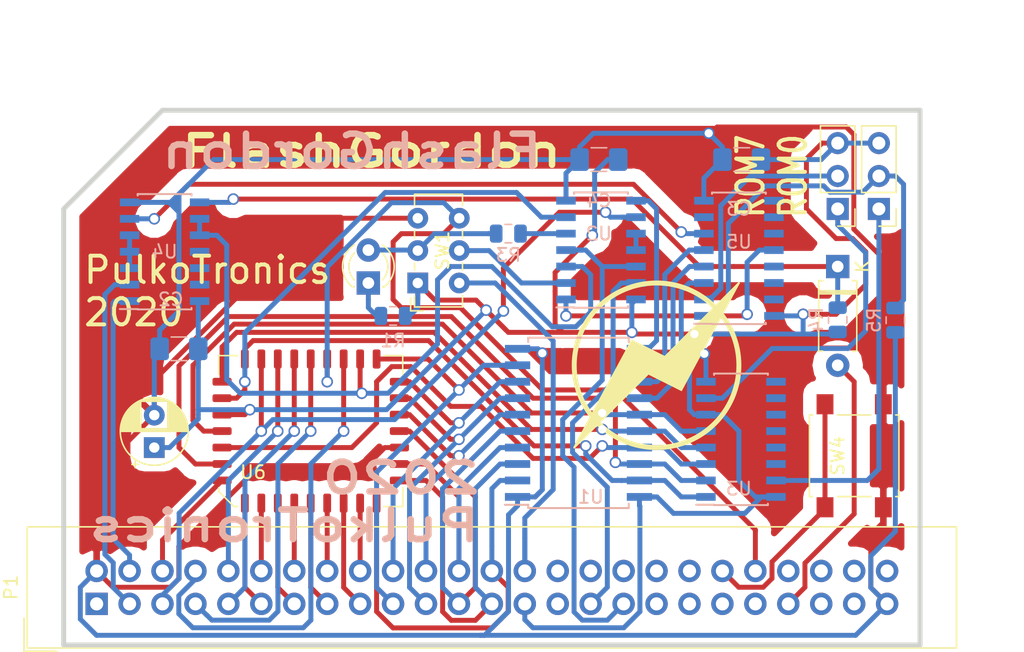
<source format=kicad_pcb>
(kicad_pcb (version 20171130) (host pcbnew 5.0.2+dfsg1-1)

  (general
    (thickness 1.6002)
    (drawings 14)
    (tracks 585)
    (zones 0)
    (modules 21)
    (nets 57)
  )

  (page User 152.4 119.99)
  (title_block
    (title FlashGordon)
    (date 2020-04-18)
    (rev 2020)
    (company PulkoTronics)
    (comment 1 "Flash memory interface for Amstrad CPC")
  )

  (layers
    (0 Dessus signal)
    (31 Dessous signal)
    (32 B.Adhes user)
    (33 F.Adhes user)
    (34 B.Paste user)
    (35 F.Paste user)
    (36 B.SilkS user)
    (37 F.SilkS user)
    (38 B.Mask user)
    (39 F.Mask user)
    (40 Dwgs.User user)
    (41 Cmts.User user)
    (42 Eco1.User user)
    (43 Eco2.User user)
    (44 Edge.Cuts user)
  )

  (setup
    (last_trace_width 0.381)
    (user_trace_width 0.2032)
    (user_trace_width 0.381)
    (user_trace_width 0.8001)
    (trace_clearance 0.2032)
    (zone_clearance 1.016)
    (zone_45_only no)
    (trace_min 0.1524)
    (segment_width 0.381)
    (edge_width 0.381)
    (via_size 0.889)
    (via_drill 0.635)
    (via_min_size 0.889)
    (via_min_drill 0.508)
    (user_via 1.50114 0.39878)
    (uvia_size 0.508)
    (uvia_drill 0.127)
    (uvias_allowed no)
    (uvia_min_size 0.508)
    (uvia_min_drill 0.127)
    (pcb_text_width 0.3048)
    (pcb_text_size 1.524 2.032)
    (mod_edge_width 0.381)
    (mod_text_size 1.524 1.524)
    (mod_text_width 0.3048)
    (pad_size 1.524 1.524)
    (pad_drill 0.8128)
    (pad_to_mask_clearance 0.254)
    (solder_mask_min_width 0.25)
    (aux_axis_origin 0 0)
    (visible_elements FFFFFFFF)
    (pcbplotparams
      (layerselection 0x00030_ffffffff)
      (usegerberextensions true)
      (usegerberattributes false)
      (usegerberadvancedattributes false)
      (creategerberjobfile false)
      (excludeedgelayer false)
      (linewidth 0.150000)
      (plotframeref false)
      (viasonmask false)
      (mode 1)
      (useauxorigin false)
      (hpglpennumber 1)
      (hpglpenspeed 20)
      (hpglpendiameter 15.000000)
      (psnegative false)
      (psa4output false)
      (plotreference true)
      (plotvalue true)
      (plotinvisibletext false)
      (padsonsilk false)
      (subtractmaskfromsilk true)
      (outputformat 1)
      (mirror false)
      (drillshape 1)
      (scaleselection 1)
      (outputdirectory "GERBER/"))
  )

  (net 0 "")
  (net 1 //CE)
  (net 2 //WE)
  (net 3 /A0)
  (net 4 /A1)
  (net 5 /A10)
  (net 6 /A11)
  (net 7 /A12)
  (net 8 /A13)
  (net 9 /A15)
  (net 10 /A2)
  (net 11 /A3)
  (net 12 /A4)
  (net 13 /A5)
  (net 14 /A6)
  (net 15 /A7)
  (net 16 /A8)
  (net 17 /A9)
  (net 18 /BUSRESET)
  (net 19 /D0)
  (net 20 /D1)
  (net 21 /D2)
  (net 22 /D3)
  (net 23 /D4)
  (net 24 /D5)
  (net 25 /D6)
  (net 26 /D7)
  (net 27 /Q0)
  (net 28 /Q1)
  (net 29 /Q2)
  (net 30 /Q3)
  (net 31 /Q4)
  (net 32 /Q5)
  (net 33 /Q6)
  (net 34 /Q7)
  (net 35 /R0EN)
  (net 36 /R7EN)
  (net 37 /RDWR)
  (net 38 /ROMACC)
  (net 39 GND)
  (net 40 IORQ)
  (net 41 MREQ)
  (net 42 ROMDIS)
  (net 43 ROMEN)
  (net 44 ROMSEL)
  (net 45 VCC)
  (net 46 WR)
  (net 47 "Net-(D1-Pad1)")
  (net 48 "Net-(D1-Pad2)")
  (net 49 "Net-(D13-Pad1)")
  (net 50 /A14)
  (net 51 "Net-(R3-Pad2)")
  (net 52 "Net-(SW3-Pad1)")
  (net 53 "Net-(SW2-Pad1)")
  (net 54 /A14A15)
  (net 55 "Net-(U4-Pad3)")
  (net 56 "Net-(U2-Pad10)")

  (net_class Default "Ceci est la Netclass par défaut"
    (clearance 0.2032)
    (trace_width 0.381)
    (via_dia 0.889)
    (via_drill 0.635)
    (uvia_dia 0.508)
    (uvia_drill 0.127)
    (add_net //CE)
    (add_net //WE)
    (add_net /A0)
    (add_net /A1)
    (add_net /A10)
    (add_net /A11)
    (add_net /A12)
    (add_net /A13)
    (add_net /A14)
    (add_net /A14A15)
    (add_net /A15)
    (add_net /A2)
    (add_net /A3)
    (add_net /A4)
    (add_net /A5)
    (add_net /A6)
    (add_net /A7)
    (add_net /A8)
    (add_net /A9)
    (add_net /BUSRESET)
    (add_net /D0)
    (add_net /D1)
    (add_net /D2)
    (add_net /D3)
    (add_net /D4)
    (add_net /D5)
    (add_net /D6)
    (add_net /D7)
    (add_net /Q0)
    (add_net /Q1)
    (add_net /Q2)
    (add_net /Q3)
    (add_net /Q4)
    (add_net /Q5)
    (add_net /Q6)
    (add_net /Q7)
    (add_net /R0EN)
    (add_net /R7EN)
    (add_net /RDWR)
    (add_net /ROMACC)
    (add_net GND)
    (add_net IORQ)
    (add_net MREQ)
    (add_net "Net-(D1-Pad1)")
    (add_net "Net-(D1-Pad2)")
    (add_net "Net-(D13-Pad1)")
    (add_net "Net-(R3-Pad2)")
    (add_net "Net-(SW2-Pad1)")
    (add_net "Net-(SW3-Pad1)")
    (add_net "Net-(U2-Pad10)")
    (add_net "Net-(U4-Pad3)")
    (add_net ROMDIS)
    (add_net ROMEN)
    (add_net ROMSEL)
    (add_net VCC)
    (add_net WR)
  )

  (module Package_SO:SOIC-20W_7.5x12.8mm_P1.27mm (layer Dessous) (tedit 5A02F2D3) (tstamp 5EA6D664)
    (at 60.655 53.34)
    (descr "20-Lead Plastic Small Outline (SO) - Wide, 7.50 mm Body [SOIC] (see Microchip Packaging Specification 00000049BS.pdf)")
    (tags "SOIC 1.27")
    (path /504C8586)
    (attr smd)
    (fp_text reference U1 (at 0.94 5.715) (layer B.SilkS)
      (effects (font (size 1 1) (thickness 0.15)) (justify mirror))
    )
    (fp_text value 74LS574 (at 0 -7.5) (layer B.Fab)
      (effects (font (size 1 1) (thickness 0.15)) (justify mirror))
    )
    (fp_text user %R (at 0 0) (layer B.Fab)
      (effects (font (size 1 1) (thickness 0.15)) (justify mirror))
    )
    (fp_line (start -2.75 6.4) (end 3.75 6.4) (layer B.Fab) (width 0.15))
    (fp_line (start 3.75 6.4) (end 3.75 -6.4) (layer B.Fab) (width 0.15))
    (fp_line (start 3.75 -6.4) (end -3.75 -6.4) (layer B.Fab) (width 0.15))
    (fp_line (start -3.75 -6.4) (end -3.75 5.4) (layer B.Fab) (width 0.15))
    (fp_line (start -3.75 5.4) (end -2.75 6.4) (layer B.Fab) (width 0.15))
    (fp_line (start -5.95 6.75) (end -5.95 -6.75) (layer B.CrtYd) (width 0.05))
    (fp_line (start 5.95 6.75) (end 5.95 -6.75) (layer B.CrtYd) (width 0.05))
    (fp_line (start -5.95 6.75) (end 5.95 6.75) (layer B.CrtYd) (width 0.05))
    (fp_line (start -5.95 -6.75) (end 5.95 -6.75) (layer B.CrtYd) (width 0.05))
    (fp_line (start -3.875 6.575) (end -3.875 6.325) (layer B.SilkS) (width 0.15))
    (fp_line (start 3.875 6.575) (end 3.875 6.24) (layer B.SilkS) (width 0.15))
    (fp_line (start 3.875 -6.575) (end 3.875 -6.24) (layer B.SilkS) (width 0.15))
    (fp_line (start -3.875 -6.575) (end -3.875 -6.24) (layer B.SilkS) (width 0.15))
    (fp_line (start -3.875 6.575) (end 3.875 6.575) (layer B.SilkS) (width 0.15))
    (fp_line (start -3.875 -6.575) (end 3.875 -6.575) (layer B.SilkS) (width 0.15))
    (fp_line (start -3.875 6.325) (end -5.675 6.325) (layer B.SilkS) (width 0.15))
    (pad 1 smd rect (at -4.7 5.715) (size 1.95 0.6) (layers Dessous B.Paste B.Mask)
      (net 39 GND))
    (pad 2 smd rect (at -4.7 4.445) (size 1.95 0.6) (layers Dessous B.Paste B.Mask)
      (net 19 /D0))
    (pad 3 smd rect (at -4.7 3.175) (size 1.95 0.6) (layers Dessous B.Paste B.Mask)
      (net 20 /D1))
    (pad 4 smd rect (at -4.7 1.905) (size 1.95 0.6) (layers Dessous B.Paste B.Mask)
      (net 21 /D2))
    (pad 5 smd rect (at -4.7 0.635) (size 1.95 0.6) (layers Dessous B.Paste B.Mask)
      (net 22 /D3))
    (pad 6 smd rect (at -4.7 -0.635) (size 1.95 0.6) (layers Dessous B.Paste B.Mask)
      (net 23 /D4))
    (pad 7 smd rect (at -4.7 -1.905) (size 1.95 0.6) (layers Dessous B.Paste B.Mask)
      (net 24 /D5))
    (pad 8 smd rect (at -4.7 -3.175) (size 1.95 0.6) (layers Dessous B.Paste B.Mask)
      (net 25 /D6))
    (pad 9 smd rect (at -4.7 -4.445) (size 1.95 0.6) (layers Dessous B.Paste B.Mask)
      (net 26 /D7))
    (pad 10 smd rect (at -4.7 -5.715) (size 1.95 0.6) (layers Dessous B.Paste B.Mask)
      (net 39 GND))
    (pad 11 smd rect (at 4.7 -5.715) (size 1.95 0.6) (layers Dessous B.Paste B.Mask)
      (net 44 ROMSEL))
    (pad 12 smd rect (at 4.7 -4.445) (size 1.95 0.6) (layers Dessous B.Paste B.Mask)
      (net 34 /Q7))
    (pad 13 smd rect (at 4.7 -3.175) (size 1.95 0.6) (layers Dessous B.Paste B.Mask)
      (net 33 /Q6))
    (pad 14 smd rect (at 4.7 -1.905) (size 1.95 0.6) (layers Dessous B.Paste B.Mask)
      (net 32 /Q5))
    (pad 15 smd rect (at 4.7 -0.635) (size 1.95 0.6) (layers Dessous B.Paste B.Mask)
      (net 31 /Q4))
    (pad 16 smd rect (at 4.7 0.635) (size 1.95 0.6) (layers Dessous B.Paste B.Mask)
      (net 30 /Q3))
    (pad 17 smd rect (at 4.7 1.905) (size 1.95 0.6) (layers Dessous B.Paste B.Mask)
      (net 29 /Q2))
    (pad 18 smd rect (at 4.7 3.175) (size 1.95 0.6) (layers Dessous B.Paste B.Mask)
      (net 28 /Q1))
    (pad 19 smd rect (at 4.7 4.445) (size 1.95 0.6) (layers Dessous B.Paste B.Mask)
      (net 27 /Q0))
    (pad 20 smd rect (at 4.7 5.715) (size 1.95 0.6) (layers Dessous B.Paste B.Mask)
      (net 45 VCC))
    (model ${KISYS3DMOD}/Package_SO.3dshapes/SOIC-20W_7.5x12.8mm_P1.27mm.wrl
      (at (xyz 0 0 0))
      (scale (xyz 1 1 1))
      (rotate (xyz 0 0 0))
    )
  )

  (module Package_SO:SOIC-14_3.9x8.7mm_P1.27mm (layer Dessous) (tedit 5A02F2D3) (tstamp 5EA681DC)
    (at 62.39 40.005)
    (descr "14-Lead Plastic Small Outline (SL) - Narrow, 3.90 mm Body [SOIC] (see Microchip Packaging Specification 00000049BS.pdf)")
    (tags "SOIC 1.27")
    (path /5058DF56)
    (attr smd)
    (fp_text reference U2 (at -0.16 -1.27) (layer B.SilkS)
      (effects (font (size 1 1) (thickness 0.15)) (justify mirror))
    )
    (fp_text value 74LS32 (at 0 -5.375) (layer B.Fab)
      (effects (font (size 1 1) (thickness 0.15)) (justify mirror))
    )
    (fp_text user %R (at 0 0) (layer B.Fab)
      (effects (font (size 0.9 0.9) (thickness 0.135)) (justify mirror))
    )
    (fp_line (start -0.95 4.35) (end 1.95 4.35) (layer B.Fab) (width 0.15))
    (fp_line (start 1.95 4.35) (end 1.95 -4.35) (layer B.Fab) (width 0.15))
    (fp_line (start 1.95 -4.35) (end -1.95 -4.35) (layer B.Fab) (width 0.15))
    (fp_line (start -1.95 -4.35) (end -1.95 3.35) (layer B.Fab) (width 0.15))
    (fp_line (start -1.95 3.35) (end -0.95 4.35) (layer B.Fab) (width 0.15))
    (fp_line (start -3.7 4.65) (end -3.7 -4.65) (layer B.CrtYd) (width 0.05))
    (fp_line (start 3.7 4.65) (end 3.7 -4.65) (layer B.CrtYd) (width 0.05))
    (fp_line (start -3.7 4.65) (end 3.7 4.65) (layer B.CrtYd) (width 0.05))
    (fp_line (start -3.7 -4.65) (end 3.7 -4.65) (layer B.CrtYd) (width 0.05))
    (fp_line (start -2.075 4.45) (end -2.075 4.425) (layer B.SilkS) (width 0.15))
    (fp_line (start 2.075 4.45) (end 2.075 4.335) (layer B.SilkS) (width 0.15))
    (fp_line (start 2.075 -4.45) (end 2.075 -4.335) (layer B.SilkS) (width 0.15))
    (fp_line (start -2.075 -4.45) (end -2.075 -4.335) (layer B.SilkS) (width 0.15))
    (fp_line (start -2.075 4.45) (end 2.075 4.45) (layer B.SilkS) (width 0.15))
    (fp_line (start -2.075 -4.45) (end 2.075 -4.45) (layer B.SilkS) (width 0.15))
    (fp_line (start -2.075 4.425) (end -3.45 4.425) (layer B.SilkS) (width 0.15))
    (pad 1 smd rect (at -2.7 3.81) (size 1.5 0.6) (layers Dessous B.Paste B.Mask)
      (net 38 /ROMACC))
    (pad 2 smd rect (at -2.7 2.54) (size 1.5 0.6) (layers Dessous B.Paste B.Mask)
      (net 37 /RDWR))
    (pad 3 smd rect (at -2.7 1.27) (size 1.5 0.6) (layers Dessous B.Paste B.Mask)
      (net 1 //CE))
    (pad 4 smd rect (at -2.7 0) (size 1.5 0.6) (layers Dessous B.Paste B.Mask)
      (net 46 WR))
    (pad 5 smd rect (at -2.7 -1.27) (size 1.5 0.6) (layers Dessous B.Paste B.Mask)
      (net 51 "Net-(R3-Pad2)"))
    (pad 6 smd rect (at -2.7 -2.54) (size 1.5 0.6) (layers Dessous B.Paste B.Mask)
      (net 2 //WE))
    (pad 7 smd rect (at -2.7 -3.81) (size 1.5 0.6) (layers Dessous B.Paste B.Mask)
      (net 39 GND))
    (pad 8 smd rect (at 2.7 -3.81) (size 1.5 0.6) (layers Dessous B.Paste B.Mask)
      (net 44 ROMSEL))
    (pad 9 smd rect (at 2.7 -2.54) (size 1.5 0.6) (layers Dessous B.Paste B.Mask)
      (net 8 /A13))
    (pad 10 smd rect (at 2.7 -1.27) (size 1.5 0.6) (layers Dessous B.Paste B.Mask)
      (net 56 "Net-(U2-Pad10)"))
    (pad 11 smd rect (at 2.7 0) (size 1.5 0.6) (layers Dessous B.Paste B.Mask)
      (net 56 "Net-(U2-Pad10)"))
    (pad 12 smd rect (at 2.7 1.27) (size 1.5 0.6) (layers Dessous B.Paste B.Mask)
      (net 46 WR))
    (pad 13 smd rect (at 2.7 2.54) (size 1.5 0.6) (layers Dessous B.Paste B.Mask)
      (net 40 IORQ))
    (pad 14 smd rect (at 2.7 3.81) (size 1.5 0.6) (layers Dessous B.Paste B.Mask)
      (net 45 VCC))
    (model ${KISYS3DMOD}/Package_SO.3dshapes/SOIC-14_3.9x8.7mm_P1.27mm.wrl
      (at (xyz 0 0 0))
      (scale (xyz 1 1 1))
      (rotate (xyz 0 0 0))
    )
  )

  (module Package_SO:SOIC-14_3.9x8.7mm_P1.27mm (layer Dessous) (tedit 5A02F2D3) (tstamp 5EA68220)
    (at 28.735 40.132)
    (descr "14-Lead Plastic Small Outline (SL) - Narrow, 3.90 mm Body [SOIC] (see Microchip Packaging Specification 00000049BS.pdf)")
    (tags "SOIC 1.27")
    (path /5EA5E912)
    (attr smd)
    (fp_text reference U4 (at 0 0) (layer B.SilkS)
      (effects (font (size 1 1) (thickness 0.15)) (justify mirror))
    )
    (fp_text value 74LS00 (at 0 -5.375) (layer B.Fab)
      (effects (font (size 1 1) (thickness 0.15)) (justify mirror))
    )
    (fp_line (start -2.075 4.425) (end -3.45 4.425) (layer B.SilkS) (width 0.15))
    (fp_line (start -2.075 -4.45) (end 2.075 -4.45) (layer B.SilkS) (width 0.15))
    (fp_line (start -2.075 4.45) (end 2.075 4.45) (layer B.SilkS) (width 0.15))
    (fp_line (start -2.075 -4.45) (end -2.075 -4.335) (layer B.SilkS) (width 0.15))
    (fp_line (start 2.075 -4.45) (end 2.075 -4.335) (layer B.SilkS) (width 0.15))
    (fp_line (start 2.075 4.45) (end 2.075 4.335) (layer B.SilkS) (width 0.15))
    (fp_line (start -2.075 4.45) (end -2.075 4.425) (layer B.SilkS) (width 0.15))
    (fp_line (start -3.7 -4.65) (end 3.7 -4.65) (layer B.CrtYd) (width 0.05))
    (fp_line (start -3.7 4.65) (end 3.7 4.65) (layer B.CrtYd) (width 0.05))
    (fp_line (start 3.7 4.65) (end 3.7 -4.65) (layer B.CrtYd) (width 0.05))
    (fp_line (start -3.7 4.65) (end -3.7 -4.65) (layer B.CrtYd) (width 0.05))
    (fp_line (start -1.95 3.35) (end -0.95 4.35) (layer B.Fab) (width 0.15))
    (fp_line (start -1.95 -4.35) (end -1.95 3.35) (layer B.Fab) (width 0.15))
    (fp_line (start 1.95 -4.35) (end -1.95 -4.35) (layer B.Fab) (width 0.15))
    (fp_line (start 1.95 4.35) (end 1.95 -4.35) (layer B.Fab) (width 0.15))
    (fp_line (start -0.95 4.35) (end 1.95 4.35) (layer B.Fab) (width 0.15))
    (fp_text user %R (at 0 0) (layer B.Fab)
      (effects (font (size 0.9 0.9) (thickness 0.135)) (justify mirror))
    )
    (pad 14 smd rect (at 2.7 3.81) (size 1.5 0.6) (layers Dessous B.Paste B.Mask)
      (net 45 VCC))
    (pad 13 smd rect (at 2.7 2.54) (size 1.5 0.6) (layers Dessous B.Paste B.Mask))
    (pad 12 smd rect (at 2.7 1.27) (size 1.5 0.6) (layers Dessous B.Paste B.Mask))
    (pad 11 smd rect (at 2.7 0) (size 1.5 0.6) (layers Dessous B.Paste B.Mask))
    (pad 10 smd rect (at 2.7 -1.27) (size 1.5 0.6) (layers Dessous B.Paste B.Mask)
      (net 1 //CE))
    (pad 9 smd rect (at 2.7 -2.54) (size 1.5 0.6) (layers Dessous B.Paste B.Mask)
      (net 1 //CE))
    (pad 8 smd rect (at 2.7 -3.81) (size 1.5 0.6) (layers Dessous B.Paste B.Mask)
      (net 49 "Net-(D13-Pad1)"))
    (pad 7 smd rect (at -2.7 -3.81) (size 1.5 0.6) (layers Dessous B.Paste B.Mask)
      (net 39 GND))
    (pad 6 smd rect (at -2.7 -2.54) (size 1.5 0.6) (layers Dessous B.Paste B.Mask)
      (net 54 /A14A15))
    (pad 5 smd rect (at -2.7 -1.27) (size 1.5 0.6) (layers Dessous B.Paste B.Mask)
      (net 55 "Net-(U4-Pad3)"))
    (pad 4 smd rect (at -2.7 0) (size 1.5 0.6) (layers Dessous B.Paste B.Mask)
      (net 55 "Net-(U4-Pad3)"))
    (pad 3 smd rect (at -2.7 1.27) (size 1.5 0.6) (layers Dessous B.Paste B.Mask)
      (net 55 "Net-(U4-Pad3)"))
    (pad 2 smd rect (at -2.7 2.54) (size 1.5 0.6) (layers Dessous B.Paste B.Mask)
      (net 9 /A15))
    (pad 1 smd rect (at -2.7 3.81) (size 1.5 0.6) (layers Dessous B.Paste B.Mask)
      (net 50 /A14))
    (model ${KISYS3DMOD}/Package_SO.3dshapes/SOIC-14_3.9x8.7mm_P1.27mm.wrl
      (at (xyz 0 0 0))
      (scale (xyz 1 1 1))
      (rotate (xyz 0 0 0))
    )
  )

  (module Resistor_SMD:R_0805_2012Metric (layer Dessous) (tedit 5B36C52B) (tstamp 5EA680FC)
    (at 46.355 45.085 180)
    (descr "Resistor SMD 0805 (2012 Metric), square (rectangular) end terminal, IPC_7351 nominal, (Body size source: https://docs.google.com/spreadsheets/d/1BsfQQcO9C6DZCsRaXUlFlo91Tg2WpOkGARC1WS5S8t0/edit?usp=sharing), generated with kicad-footprint-generator")
    (tags resistor)
    (path /5058E156)
    (attr smd)
    (fp_text reference R1 (at 0 -1.905 180) (layer B.SilkS)
      (effects (font (size 1 1) (thickness 0.15)) (justify mirror))
    )
    (fp_text value 1KR (at 0 -1.65 180) (layer B.Fab)
      (effects (font (size 1 1) (thickness 0.15)) (justify mirror))
    )
    (fp_line (start -1 -0.6) (end -1 0.6) (layer B.Fab) (width 0.1))
    (fp_line (start -1 0.6) (end 1 0.6) (layer B.Fab) (width 0.1))
    (fp_line (start 1 0.6) (end 1 -0.6) (layer B.Fab) (width 0.1))
    (fp_line (start 1 -0.6) (end -1 -0.6) (layer B.Fab) (width 0.1))
    (fp_line (start -0.258578 0.71) (end 0.258578 0.71) (layer B.SilkS) (width 0.12))
    (fp_line (start -0.258578 -0.71) (end 0.258578 -0.71) (layer B.SilkS) (width 0.12))
    (fp_line (start -1.68 -0.95) (end -1.68 0.95) (layer B.CrtYd) (width 0.05))
    (fp_line (start -1.68 0.95) (end 1.68 0.95) (layer B.CrtYd) (width 0.05))
    (fp_line (start 1.68 0.95) (end 1.68 -0.95) (layer B.CrtYd) (width 0.05))
    (fp_line (start 1.68 -0.95) (end -1.68 -0.95) (layer B.CrtYd) (width 0.05))
    (fp_text user %R (at 0 0 180) (layer B.Fab)
      (effects (font (size 0.5 0.5) (thickness 0.08)) (justify mirror))
    )
    (pad 1 smd roundrect (at -0.9375 0 180) (size 0.975 1.4) (layers Dessous B.Paste B.Mask) (roundrect_rratio 0.25)
      (net 45 VCC))
    (pad 2 smd roundrect (at 0.9375 0 180) (size 0.975 1.4) (layers Dessous B.Paste B.Mask) (roundrect_rratio 0.25)
      (net 47 "Net-(D1-Pad1)"))
    (model ${KISYS3DMOD}/Resistor_SMD.3dshapes/R_0805_2012Metric.wrl
      (at (xyz 0 0 0))
      (scale (xyz 1 1 1))
      (rotate (xyz 0 0 0))
    )
  )

  (module Package_SO:SOIC-16_3.9x9.9mm_P1.27mm (layer Dessous) (tedit 5A02F2D3) (tstamp 5EA6D6B0)
    (at 73.025 40.64)
    (descr "16-Lead Plastic Small Outline (SL) - Narrow, 3.90 mm Body [SOIC] (see Microchip Packaging Specification 00000049BS.pdf)")
    (tags "SOIC 1.27")
    (path /5EA33331)
    (attr smd)
    (fp_text reference U5 (at 0 -1.27) (layer B.SilkS)
      (effects (font (size 1 1) (thickness 0.15)) (justify mirror))
    )
    (fp_text value 74LS138 (at 0 -6) (layer B.Fab)
      (effects (font (size 1 1) (thickness 0.15)) (justify mirror))
    )
    (fp_line (start -2.075 5.05) (end -3.45 5.05) (layer B.SilkS) (width 0.15))
    (fp_line (start -2.075 -5.075) (end 2.075 -5.075) (layer B.SilkS) (width 0.15))
    (fp_line (start -2.075 5.075) (end 2.075 5.075) (layer B.SilkS) (width 0.15))
    (fp_line (start -2.075 -5.075) (end -2.075 -4.97) (layer B.SilkS) (width 0.15))
    (fp_line (start 2.075 -5.075) (end 2.075 -4.97) (layer B.SilkS) (width 0.15))
    (fp_line (start 2.075 5.075) (end 2.075 4.97) (layer B.SilkS) (width 0.15))
    (fp_line (start -2.075 5.075) (end -2.075 5.05) (layer B.SilkS) (width 0.15))
    (fp_line (start -3.7 -5.25) (end 3.7 -5.25) (layer B.CrtYd) (width 0.05))
    (fp_line (start -3.7 5.25) (end 3.7 5.25) (layer B.CrtYd) (width 0.05))
    (fp_line (start 3.7 5.25) (end 3.7 -5.25) (layer B.CrtYd) (width 0.05))
    (fp_line (start -3.7 5.25) (end -3.7 -5.25) (layer B.CrtYd) (width 0.05))
    (fp_line (start -1.95 3.95) (end -0.95 4.95) (layer B.Fab) (width 0.15))
    (fp_line (start -1.95 -4.95) (end -1.95 3.95) (layer B.Fab) (width 0.15))
    (fp_line (start 1.95 -4.95) (end -1.95 -4.95) (layer B.Fab) (width 0.15))
    (fp_line (start 1.95 4.95) (end 1.95 -4.95) (layer B.Fab) (width 0.15))
    (fp_line (start -0.95 4.95) (end 1.95 4.95) (layer B.Fab) (width 0.15))
    (fp_text user %R (at 0 0) (layer B.Fab)
      (effects (font (size 0.9 0.9) (thickness 0.135)) (justify mirror))
    )
    (pad 16 smd rect (at 2.7 4.445) (size 1.5 0.6) (layers Dessous B.Paste B.Mask)
      (net 45 VCC))
    (pad 15 smd rect (at 2.7 3.175) (size 1.5 0.6) (layers Dessous B.Paste B.Mask))
    (pad 14 smd rect (at 2.7 1.905) (size 1.5 0.6) (layers Dessous B.Paste B.Mask))
    (pad 13 smd rect (at 2.7 0.635) (size 1.5 0.6) (layers Dessous B.Paste B.Mask))
    (pad 12 smd rect (at 2.7 -0.635) (size 1.5 0.6) (layers Dessous B.Paste B.Mask)
      (net 38 /ROMACC))
    (pad 11 smd rect (at 2.7 -1.905) (size 1.5 0.6) (layers Dessous B.Paste B.Mask))
    (pad 10 smd rect (at 2.7 -3.175) (size 1.5 0.6) (layers Dessous B.Paste B.Mask))
    (pad 9 smd rect (at 2.7 -4.445) (size 1.5 0.6) (layers Dessous B.Paste B.Mask))
    (pad 8 smd rect (at -2.7 -4.445) (size 1.5 0.6) (layers Dessous B.Paste B.Mask)
      (net 39 GND))
    (pad 7 smd rect (at -2.7 -3.175) (size 1.5 0.6) (layers Dessous B.Paste B.Mask))
    (pad 6 smd rect (at -2.7 -1.905) (size 1.5 0.6) (layers Dessous B.Paste B.Mask)
      (net 54 /A14A15))
    (pad 5 smd rect (at -2.7 -0.635) (size 1.5 0.6) (layers Dessous B.Paste B.Mask)
      (net 34 /Q7))
    (pad 4 smd rect (at -2.7 0.635) (size 1.5 0.6) (layers Dessous B.Paste B.Mask)
      (net 33 /Q6))
    (pad 3 smd rect (at -2.7 1.905) (size 1.5 0.6) (layers Dessous B.Paste B.Mask)
      (net 32 /Q5))
    (pad 2 smd rect (at -2.7 3.175) (size 1.5 0.6) (layers Dessous B.Paste B.Mask)
      (net 36 /R7EN))
    (pad 1 smd rect (at -2.7 4.445) (size 1.5 0.6) (layers Dessous B.Paste B.Mask)
      (net 35 /R0EN))
    (model ${KISYS3DMOD}/Package_SO.3dshapes/SOIC-16_3.9x9.9mm_P1.27mm.wrl
      (at (xyz 0 0 0))
      (scale (xyz 1 1 1))
      (rotate (xyz 0 0 0))
    )
  )

  (module Package_LCC:PLCC-32_11.4x14.0mm_P1.27mm (layer Dessus) (tedit 5B298677) (tstamp 5EA68264)
    (at 40.005 53.975 90)
    (descr "PLCC, 32 Pin (http://ww1.microchip.com/downloads/en/DeviceDoc/doc0015.pdf), generated with kicad-footprint-generator ipc_plcc_jLead_generator.py")
    (tags "PLCC LCC")
    (path /504C83A0)
    (attr smd)
    (fp_text reference U6 (at -3.175 -4.445 180) (layer F.SilkS)
      (effects (font (size 1 1) (thickness 0.15)))
    )
    (fp_text value 29C040 (at 0 8.52 90) (layer F.Fab)
      (effects (font (size 1 1) (thickness 0.15)))
    )
    (fp_line (start 4.37 -7.095) (end 5.825 -7.095) (layer F.SilkS) (width 0.12))
    (fp_line (start 5.825 -7.095) (end 5.825 -5.64) (layer F.SilkS) (width 0.12))
    (fp_line (start -4.37 7.095) (end -5.825 7.095) (layer F.SilkS) (width 0.12))
    (fp_line (start -5.825 7.095) (end -5.825 5.64) (layer F.SilkS) (width 0.12))
    (fp_line (start 4.37 7.095) (end 5.825 7.095) (layer F.SilkS) (width 0.12))
    (fp_line (start 5.825 7.095) (end 5.825 5.64) (layer F.SilkS) (width 0.12))
    (fp_line (start -4.37 -7.095) (end -4.652782 -7.095) (layer F.SilkS) (width 0.12))
    (fp_line (start -4.652782 -7.095) (end -5.825 -5.922782) (layer F.SilkS) (width 0.12))
    (fp_line (start -5.825 -5.922782) (end -5.825 -5.64) (layer F.SilkS) (width 0.12))
    (fp_line (start 0 -6.277893) (end 0.5 -6.985) (layer F.Fab) (width 0.1))
    (fp_line (start 0.5 -6.985) (end 5.715 -6.985) (layer F.Fab) (width 0.1))
    (fp_line (start 5.715 -6.985) (end 5.715 6.985) (layer F.Fab) (width 0.1))
    (fp_line (start 5.715 6.985) (end -5.715 6.985) (layer F.Fab) (width 0.1))
    (fp_line (start -5.715 6.985) (end -5.715 -5.845) (layer F.Fab) (width 0.1))
    (fp_line (start -5.715 -5.845) (end -4.575 -6.985) (layer F.Fab) (width 0.1))
    (fp_line (start -4.575 -6.985) (end -0.5 -6.985) (layer F.Fab) (width 0.1))
    (fp_line (start -0.5 -6.985) (end 0 -6.277893) (layer F.Fab) (width 0.1))
    (fp_line (start 0 -7.82) (end 4.36 -7.82) (layer F.CrtYd) (width 0.05))
    (fp_line (start 4.36 -7.82) (end 4.36 -7.23) (layer F.CrtYd) (width 0.05))
    (fp_line (start 4.36 -7.23) (end 5.96 -7.23) (layer F.CrtYd) (width 0.05))
    (fp_line (start 5.96 -7.23) (end 5.96 -5.63) (layer F.CrtYd) (width 0.05))
    (fp_line (start 5.96 -5.63) (end 6.55 -5.63) (layer F.CrtYd) (width 0.05))
    (fp_line (start 6.55 -5.63) (end 6.55 0) (layer F.CrtYd) (width 0.05))
    (fp_line (start 0 7.82) (end -4.36 7.82) (layer F.CrtYd) (width 0.05))
    (fp_line (start -4.36 7.82) (end -4.36 7.23) (layer F.CrtYd) (width 0.05))
    (fp_line (start -4.36 7.23) (end -5.96 7.23) (layer F.CrtYd) (width 0.05))
    (fp_line (start -5.96 7.23) (end -5.96 5.63) (layer F.CrtYd) (width 0.05))
    (fp_line (start -5.96 5.63) (end -6.55 5.63) (layer F.CrtYd) (width 0.05))
    (fp_line (start -6.55 5.63) (end -6.55 0) (layer F.CrtYd) (width 0.05))
    (fp_line (start 0 7.82) (end 4.36 7.82) (layer F.CrtYd) (width 0.05))
    (fp_line (start 4.36 7.82) (end 4.36 7.23) (layer F.CrtYd) (width 0.05))
    (fp_line (start 4.36 7.23) (end 5.96 7.23) (layer F.CrtYd) (width 0.05))
    (fp_line (start 5.96 7.23) (end 5.96 5.63) (layer F.CrtYd) (width 0.05))
    (fp_line (start 5.96 5.63) (end 6.55 5.63) (layer F.CrtYd) (width 0.05))
    (fp_line (start 6.55 5.63) (end 6.55 0) (layer F.CrtYd) (width 0.05))
    (fp_line (start 0 -7.82) (end -4.36 -7.82) (layer F.CrtYd) (width 0.05))
    (fp_line (start -4.36 -7.82) (end -4.36 -7.23) (layer F.CrtYd) (width 0.05))
    (fp_line (start -4.36 -7.23) (end -4.68 -7.23) (layer F.CrtYd) (width 0.05))
    (fp_line (start -4.68 -7.23) (end -5.96 -5.95) (layer F.CrtYd) (width 0.05))
    (fp_line (start -5.96 -5.95) (end -5.96 -5.63) (layer F.CrtYd) (width 0.05))
    (fp_line (start -5.96 -5.63) (end -6.55 -5.63) (layer F.CrtYd) (width 0.05))
    (fp_line (start -6.55 -5.63) (end -6.55 0) (layer F.CrtYd) (width 0.05))
    (fp_text user %R (at 0 0 90) (layer F.Fab)
      (effects (font (size 1 1) (thickness 0.15)))
    )
    (pad 1 smd roundrect (at 0 -6.8375 90) (size 0.6 1.475) (layers Dessus F.Paste F.Mask) (roundrect_rratio 0.25)
      (net 31 /Q4))
    (pad 2 smd roundrect (at -1.27 -6.8375 90) (size 0.6 1.475) (layers Dessus F.Paste F.Mask) (roundrect_rratio 0.25)
      (net 29 /Q2))
    (pad 3 smd roundrect (at -2.54 -6.8375 90) (size 0.6 1.475) (layers Dessus F.Paste F.Mask) (roundrect_rratio 0.25)
      (net 28 /Q1))
    (pad 4 smd roundrect (at -3.81 -6.8375 90) (size 0.6 1.475) (layers Dessus F.Paste F.Mask) (roundrect_rratio 0.25)
      (net 7 /A12))
    (pad 5 smd roundrect (at -5.5625 -5.08 90) (size 1.475 0.6) (layers Dessus F.Paste F.Mask) (roundrect_rratio 0.25)
      (net 15 /A7))
    (pad 6 smd roundrect (at -5.5625 -3.81 90) (size 1.475 0.6) (layers Dessus F.Paste F.Mask) (roundrect_rratio 0.25)
      (net 14 /A6))
    (pad 7 smd roundrect (at -5.5625 -2.54 90) (size 1.475 0.6) (layers Dessus F.Paste F.Mask) (roundrect_rratio 0.25)
      (net 13 /A5))
    (pad 8 smd roundrect (at -5.5625 -1.27 90) (size 1.475 0.6) (layers Dessus F.Paste F.Mask) (roundrect_rratio 0.25)
      (net 12 /A4))
    (pad 9 smd roundrect (at -5.5625 0 90) (size 1.475 0.6) (layers Dessus F.Paste F.Mask) (roundrect_rratio 0.25)
      (net 11 /A3))
    (pad 10 smd roundrect (at -5.5625 1.27 90) (size 1.475 0.6) (layers Dessus F.Paste F.Mask) (roundrect_rratio 0.25)
      (net 10 /A2))
    (pad 11 smd roundrect (at -5.5625 2.54 90) (size 1.475 0.6) (layers Dessus F.Paste F.Mask) (roundrect_rratio 0.25)
      (net 4 /A1))
    (pad 12 smd roundrect (at -5.5625 3.81 90) (size 1.475 0.6) (layers Dessus F.Paste F.Mask) (roundrect_rratio 0.25)
      (net 3 /A0))
    (pad 13 smd roundrect (at -5.5625 5.08 90) (size 1.475 0.6) (layers Dessus F.Paste F.Mask) (roundrect_rratio 0.25)
      (net 19 /D0))
    (pad 14 smd roundrect (at -3.81 6.8375 90) (size 0.6 1.475) (layers Dessus F.Paste F.Mask) (roundrect_rratio 0.25)
      (net 20 /D1))
    (pad 15 smd roundrect (at -2.54 6.8375 90) (size 0.6 1.475) (layers Dessus F.Paste F.Mask) (roundrect_rratio 0.25)
      (net 21 /D2))
    (pad 16 smd roundrect (at -1.27 6.8375 90) (size 0.6 1.475) (layers Dessus F.Paste F.Mask) (roundrect_rratio 0.25)
      (net 39 GND))
    (pad 17 smd roundrect (at 0 6.8375 90) (size 0.6 1.475) (layers Dessus F.Paste F.Mask) (roundrect_rratio 0.25)
      (net 22 /D3))
    (pad 18 smd roundrect (at 1.27 6.8375 90) (size 0.6 1.475) (layers Dessus F.Paste F.Mask) (roundrect_rratio 0.25)
      (net 23 /D4))
    (pad 19 smd roundrect (at 2.54 6.8375 90) (size 0.6 1.475) (layers Dessus F.Paste F.Mask) (roundrect_rratio 0.25)
      (net 24 /D5))
    (pad 20 smd roundrect (at 3.81 6.8375 90) (size 0.6 1.475) (layers Dessus F.Paste F.Mask) (roundrect_rratio 0.25)
      (net 25 /D6))
    (pad 21 smd roundrect (at 5.5625 5.08 90) (size 1.475 0.6) (layers Dessus F.Paste F.Mask) (roundrect_rratio 0.25)
      (net 26 /D7))
    (pad 22 smd roundrect (at 5.5625 3.81 90) (size 1.475 0.6) (layers Dessus F.Paste F.Mask) (roundrect_rratio 0.25)
      (net 1 //CE))
    (pad 23 smd roundrect (at 5.5625 2.54 90) (size 1.475 0.6) (layers Dessus F.Paste F.Mask) (roundrect_rratio 0.25)
      (net 5 /A10))
    (pad 24 smd roundrect (at 5.5625 1.27 90) (size 1.475 0.6) (layers Dessus F.Paste F.Mask) (roundrect_rratio 0.25)
      (net 43 ROMEN))
    (pad 25 smd roundrect (at 5.5625 0 90) (size 1.475 0.6) (layers Dessus F.Paste F.Mask) (roundrect_rratio 0.25)
      (net 6 /A11))
    (pad 26 smd roundrect (at 5.5625 -1.27 90) (size 1.475 0.6) (layers Dessus F.Paste F.Mask) (roundrect_rratio 0.25)
      (net 17 /A9))
    (pad 27 smd roundrect (at 5.5625 -2.54 90) (size 1.475 0.6) (layers Dessus F.Paste F.Mask) (roundrect_rratio 0.25)
      (net 16 /A8))
    (pad 28 smd roundrect (at 5.5625 -3.81 90) (size 1.475 0.6) (layers Dessus F.Paste F.Mask) (roundrect_rratio 0.25)
      (net 8 /A13))
    (pad 29 smd roundrect (at 5.5625 -5.08 90) (size 1.475 0.6) (layers Dessus F.Paste F.Mask) (roundrect_rratio 0.25)
      (net 27 /Q0))
    (pad 30 smd roundrect (at 3.81 -6.8375 90) (size 0.6 1.475) (layers Dessus F.Paste F.Mask) (roundrect_rratio 0.25)
      (net 30 /Q3))
    (pad 31 smd roundrect (at 2.54 -6.8375 90) (size 0.6 1.475) (layers Dessus F.Paste F.Mask) (roundrect_rratio 0.25)
      (net 2 //WE))
    (pad 32 smd roundrect (at 1.27 -6.8375 90) (size 0.6 1.475) (layers Dessus F.Paste F.Mask) (roundrect_rratio 0.25)
      (net 45 VCC))
    (model ${KISYS3DMOD}/Package_LCC.3dshapes/PLCC-32_11.4x14.0mm_P1.27mm.wrl
      (at (xyz 0 0 0))
      (scale (xyz 1 1 1))
      (rotate (xyz 0 0 0))
    )
  )

  (module Connector_IDC:IDC-Header_2x25_P2.54mm_Vertical (layer Dessus) (tedit 59DE12FA) (tstamp 5EA680AD)
    (at 23.495 67.31 90)
    (descr "Through hole straight IDC box header, 2x25, 2.54mm pitch, double rows")
    (tags "Through hole IDC box header THT 2x25 2.54mm double row")
    (path /4CA8712F)
    (fp_text reference P1 (at 1.27 -6.604 90) (layer F.SilkS)
      (effects (font (size 1 1) (thickness 0.15)))
    )
    (fp_text value CONN_25X2 (at 1.27 67.564 90) (layer F.Fab)
      (effects (font (size 1 1) (thickness 0.15)))
    )
    (fp_text user %R (at 1.27 30.48 90) (layer F.Fab)
      (effects (font (size 1 1) (thickness 0.15)))
    )
    (fp_line (start 5.695 -5.1) (end 5.695 66.06) (layer F.Fab) (width 0.1))
    (fp_line (start 5.145 -4.56) (end 5.145 65.5) (layer F.Fab) (width 0.1))
    (fp_line (start -3.155 -5.1) (end -3.155 66.06) (layer F.Fab) (width 0.1))
    (fp_line (start -2.605 -4.56) (end -2.605 28.23) (layer F.Fab) (width 0.1))
    (fp_line (start -2.605 32.73) (end -2.605 65.5) (layer F.Fab) (width 0.1))
    (fp_line (start -2.605 28.23) (end -3.155 28.23) (layer F.Fab) (width 0.1))
    (fp_line (start -2.605 32.73) (end -3.155 32.73) (layer F.Fab) (width 0.1))
    (fp_line (start 5.695 -5.1) (end -3.155 -5.1) (layer F.Fab) (width 0.1))
    (fp_line (start 5.145 -4.56) (end -2.605 -4.56) (layer F.Fab) (width 0.1))
    (fp_line (start 5.695 66.06) (end -3.155 66.06) (layer F.Fab) (width 0.1))
    (fp_line (start 5.145 65.5) (end -2.605 65.5) (layer F.Fab) (width 0.1))
    (fp_line (start 5.695 -5.1) (end 5.145 -4.56) (layer F.Fab) (width 0.1))
    (fp_line (start 5.695 66.06) (end 5.145 65.5) (layer F.Fab) (width 0.1))
    (fp_line (start -3.155 -5.1) (end -2.605 -4.56) (layer F.Fab) (width 0.1))
    (fp_line (start -3.155 66.06) (end -2.605 65.5) (layer F.Fab) (width 0.1))
    (fp_line (start 5.95 -5.35) (end 5.95 66.31) (layer F.CrtYd) (width 0.05))
    (fp_line (start 5.95 66.31) (end -3.41 66.31) (layer F.CrtYd) (width 0.05))
    (fp_line (start -3.41 66.31) (end -3.41 -5.35) (layer F.CrtYd) (width 0.05))
    (fp_line (start -3.41 -5.35) (end 5.95 -5.35) (layer F.CrtYd) (width 0.05))
    (fp_line (start 5.945 -5.35) (end 5.945 66.31) (layer F.SilkS) (width 0.12))
    (fp_line (start 5.945 66.31) (end -3.405 66.31) (layer F.SilkS) (width 0.12))
    (fp_line (start -3.405 66.31) (end -3.405 -5.35) (layer F.SilkS) (width 0.12))
    (fp_line (start -3.405 -5.35) (end 5.945 -5.35) (layer F.SilkS) (width 0.12))
    (fp_line (start -3.655 -5.6) (end -3.655 -3.06) (layer F.SilkS) (width 0.12))
    (fp_line (start -3.655 -5.6) (end -1.115 -5.6) (layer F.SilkS) (width 0.12))
    (pad 1 thru_hole rect (at 0 0 90) (size 1.7272 1.7272) (drill 1.016) (layers *.Cu *.Mask))
    (pad 2 thru_hole oval (at 2.54 0 90) (size 1.7272 1.7272) (drill 1.016) (layers *.Cu *.Mask)
      (net 39 GND))
    (pad 3 thru_hole oval (at 0 2.54 90) (size 1.7272 1.7272) (drill 1.016) (layers *.Cu *.Mask)
      (net 9 /A15))
    (pad 4 thru_hole oval (at 2.54 2.54 90) (size 1.7272 1.7272) (drill 1.016) (layers *.Cu *.Mask)
      (net 50 /A14))
    (pad 5 thru_hole oval (at 0 5.08 90) (size 1.7272 1.7272) (drill 1.016) (layers *.Cu *.Mask)
      (net 8 /A13))
    (pad 6 thru_hole oval (at 2.54 5.08 90) (size 1.7272 1.7272) (drill 1.016) (layers *.Cu *.Mask)
      (net 7 /A12))
    (pad 7 thru_hole oval (at 0 7.62 90) (size 1.7272 1.7272) (drill 1.016) (layers *.Cu *.Mask)
      (net 6 /A11))
    (pad 8 thru_hole oval (at 2.54 7.62 90) (size 1.7272 1.7272) (drill 1.016) (layers *.Cu *.Mask)
      (net 5 /A10))
    (pad 9 thru_hole oval (at 0 10.16 90) (size 1.7272 1.7272) (drill 1.016) (layers *.Cu *.Mask)
      (net 17 /A9))
    (pad 10 thru_hole oval (at 2.54 10.16 90) (size 1.7272 1.7272) (drill 1.016) (layers *.Cu *.Mask)
      (net 16 /A8))
    (pad 11 thru_hole oval (at 0 12.7 90) (size 1.7272 1.7272) (drill 1.016) (layers *.Cu *.Mask)
      (net 15 /A7))
    (pad 12 thru_hole oval (at 2.54 12.7 90) (size 1.7272 1.7272) (drill 1.016) (layers *.Cu *.Mask)
      (net 14 /A6))
    (pad 13 thru_hole oval (at 0 15.24 90) (size 1.7272 1.7272) (drill 1.016) (layers *.Cu *.Mask)
      (net 13 /A5))
    (pad 14 thru_hole oval (at 2.54 15.24 90) (size 1.7272 1.7272) (drill 1.016) (layers *.Cu *.Mask)
      (net 12 /A4))
    (pad 15 thru_hole oval (at 0 17.78 90) (size 1.7272 1.7272) (drill 1.016) (layers *.Cu *.Mask)
      (net 11 /A3))
    (pad 16 thru_hole oval (at 2.54 17.78 90) (size 1.7272 1.7272) (drill 1.016) (layers *.Cu *.Mask)
      (net 10 /A2))
    (pad 17 thru_hole oval (at 0 20.32 90) (size 1.7272 1.7272) (drill 1.016) (layers *.Cu *.Mask)
      (net 4 /A1))
    (pad 18 thru_hole oval (at 2.54 20.32 90) (size 1.7272 1.7272) (drill 1.016) (layers *.Cu *.Mask)
      (net 3 /A0))
    (pad 19 thru_hole oval (at 0 22.86 90) (size 1.7272 1.7272) (drill 1.016) (layers *.Cu *.Mask)
      (net 26 /D7))
    (pad 20 thru_hole oval (at 2.54 22.86 90) (size 1.7272 1.7272) (drill 1.016) (layers *.Cu *.Mask)
      (net 25 /D6))
    (pad 21 thru_hole oval (at 0 25.4 90) (size 1.7272 1.7272) (drill 1.016) (layers *.Cu *.Mask)
      (net 24 /D5))
    (pad 22 thru_hole oval (at 2.54 25.4 90) (size 1.7272 1.7272) (drill 1.016) (layers *.Cu *.Mask)
      (net 23 /D4))
    (pad 23 thru_hole oval (at 0 27.94 90) (size 1.7272 1.7272) (drill 1.016) (layers *.Cu *.Mask)
      (net 22 /D3))
    (pad 24 thru_hole oval (at 2.54 27.94 90) (size 1.7272 1.7272) (drill 1.016) (layers *.Cu *.Mask)
      (net 21 /D2))
    (pad 25 thru_hole oval (at 0 30.48 90) (size 1.7272 1.7272) (drill 1.016) (layers *.Cu *.Mask)
      (net 20 /D1))
    (pad 26 thru_hole oval (at 2.54 30.48 90) (size 1.7272 1.7272) (drill 1.016) (layers *.Cu *.Mask)
      (net 19 /D0))
    (pad 27 thru_hole oval (at 0 33.02 90) (size 1.7272 1.7272) (drill 1.016) (layers *.Cu *.Mask)
      (net 45 VCC))
    (pad 28 thru_hole oval (at 2.54 33.02 90) (size 1.7272 1.7272) (drill 1.016) (layers *.Cu *.Mask)
      (net 41 MREQ))
    (pad 29 thru_hole oval (at 0 35.56 90) (size 1.7272 1.7272) (drill 1.016) (layers *.Cu *.Mask))
    (pad 30 thru_hole oval (at 2.54 35.56 90) (size 1.7272 1.7272) (drill 1.016) (layers *.Cu *.Mask))
    (pad 31 thru_hole oval (at 0 38.1 90) (size 1.7272 1.7272) (drill 1.016) (layers *.Cu *.Mask)
      (net 40 IORQ))
    (pad 32 thru_hole oval (at 2.54 38.1 90) (size 1.7272 1.7272) (drill 1.016) (layers *.Cu *.Mask))
    (pad 33 thru_hole oval (at 0 40.64 90) (size 1.7272 1.7272) (drill 1.016) (layers *.Cu *.Mask)
      (net 46 WR))
    (pad 34 thru_hole oval (at 2.54 40.64 90) (size 1.7272 1.7272) (drill 1.016) (layers *.Cu *.Mask))
    (pad 35 thru_hole oval (at 0 43.18 90) (size 1.7272 1.7272) (drill 1.016) (layers *.Cu *.Mask))
    (pad 36 thru_hole oval (at 2.54 43.18 90) (size 1.7272 1.7272) (drill 1.016) (layers *.Cu *.Mask))
    (pad 37 thru_hole oval (at 0 45.72 90) (size 1.7272 1.7272) (drill 1.016) (layers *.Cu *.Mask))
    (pad 38 thru_hole oval (at 2.54 45.72 90) (size 1.7272 1.7272) (drill 1.016) (layers *.Cu *.Mask))
    (pad 39 thru_hole oval (at 0 48.26 90) (size 1.7272 1.7272) (drill 1.016) (layers *.Cu *.Mask))
    (pad 40 thru_hole oval (at 2.54 48.26 90) (size 1.7272 1.7272) (drill 1.016) (layers *.Cu *.Mask)
      (net 18 /BUSRESET))
    (pad 41 thru_hole oval (at 0 50.8 90) (size 1.7272 1.7272) (drill 1.016) (layers *.Cu *.Mask))
    (pad 42 thru_hole oval (at 2.54 50.8 90) (size 1.7272 1.7272) (drill 1.016) (layers *.Cu *.Mask)
      (net 43 ROMEN))
    (pad 43 thru_hole oval (at 0 53.34 90) (size 1.7272 1.7272) (drill 1.016) (layers *.Cu *.Mask)
      (net 42 ROMDIS))
    (pad 44 thru_hole oval (at 2.54 53.34 90) (size 1.7272 1.7272) (drill 1.016) (layers *.Cu *.Mask))
    (pad 45 thru_hole oval (at 0 55.88 90) (size 1.7272 1.7272) (drill 1.016) (layers *.Cu *.Mask))
    (pad 46 thru_hole oval (at 2.54 55.88 90) (size 1.7272 1.7272) (drill 1.016) (layers *.Cu *.Mask))
    (pad 47 thru_hole oval (at 0 58.42 90) (size 1.7272 1.7272) (drill 1.016) (layers *.Cu *.Mask))
    (pad 48 thru_hole oval (at 2.54 58.42 90) (size 1.7272 1.7272) (drill 1.016) (layers *.Cu *.Mask))
    (pad 49 thru_hole oval (at 0 60.96 90) (size 1.7272 1.7272) (drill 1.016) (layers *.Cu *.Mask)
      (net 39 GND))
    (pad 50 thru_hole oval (at 2.54 60.96 90) (size 1.7272 1.7272) (drill 1.016) (layers *.Cu *.Mask))
    (model ${KISYS3DMOD}/Connector_IDC.3dshapes/IDC-Header_2x25_P2.54mm_Vertical.wrl
      (at (xyz 0 0 0))
      (scale (xyz 1 1 1))
      (rotate (xyz 0 0 0))
    )
  )

  (module Button_Switch_THT:SW_E-Switch_EG1271_DPDT (layer Dessus) (tedit 5BB336EF) (tstamp 5EA6814C)
    (at 48.26 42.545 90)
    (descr "E-Switch sub miniature slide switch, EG series, DPDT, http://spec_sheets.e-switch.com/specs/P040047.pdf")
    (tags "switch DPDT")
    (path /5059F50B)
    (fp_text reference SW1 (at 2.5 1.905 90) (layer F.SilkS)
      (effects (font (size 1 1) (thickness 0.15)))
    )
    (fp_text value WRITE (at 2.5 5 90) (layer F.Fab)
      (effects (font (size 1 1) (thickness 0.15)))
    )
    (fp_line (start 0.4 0.6) (end 4.6 0.6) (layer F.Fab) (width 0.1))
    (fp_line (start 4.6 0.6) (end 4.6 2.6) (layer F.Fab) (width 0.1))
    (fp_line (start 4.6 2.6) (end 0.4 2.6) (layer F.Fab) (width 0.1))
    (fp_line (start 0.4 0.6) (end 0.4 2.6) (layer F.Fab) (width 0.1))
    (fp_line (start 2.5 0.6) (end 2.5 2.6) (layer F.Fab) (width 0.1))
    (fp_line (start 0.75 0.6) (end 0.75 2.6) (layer F.Fab) (width 0.1))
    (fp_line (start 1.1 0.6) (end 1.1 2.6) (layer F.Fab) (width 0.1))
    (fp_line (start 1.45 0.6) (end 1.45 2.6) (layer F.Fab) (width 0.1))
    (fp_line (start 1.8 0.6) (end 1.8 2.6) (layer F.Fab) (width 0.1))
    (fp_line (start 2.15 0.6) (end 2.15 2.6) (layer F.Fab) (width 0.1))
    (fp_line (start -1.75 -0.15) (end 6.75 -0.15) (layer F.Fab) (width 0.1))
    (fp_line (start 6.75 -0.15) (end 6.75 3.35) (layer F.Fab) (width 0.1))
    (fp_line (start 6.75 3.35) (end -1.75 3.35) (layer F.Fab) (width 0.1))
    (fp_line (start -1.75 -0.15) (end -1.75 3.35) (layer F.Fab) (width 0.1))
    (fp_line (start -1.85 -0.25) (end -1 -0.25) (layer F.SilkS) (width 0.12))
    (fp_line (start 1 -0.25) (end 1.53 -0.25) (layer F.SilkS) (width 0.12))
    (fp_line (start 3.47 -0.25) (end 4.03 -0.25) (layer F.SilkS) (width 0.12))
    (fp_line (start 5.97 -0.25) (end 6.85 -0.25) (layer F.SilkS) (width 0.12))
    (fp_line (start 6.85 -0.25) (end 6.85 3.45) (layer F.SilkS) (width 0.12))
    (fp_line (start 6.85 3.45) (end 5.98 3.45) (layer F.SilkS) (width 0.12))
    (fp_line (start 4.02 3.45) (end 3.47 3.45) (layer F.SilkS) (width 0.12))
    (fp_line (start 1.53 3.45) (end 0.97 3.45) (layer F.SilkS) (width 0.12))
    (fp_line (start -0.97 3.45) (end -1.85 3.45) (layer F.SilkS) (width 0.12))
    (fp_line (start -1.85 3.45) (end -1.85 -0.25) (layer F.SilkS) (width 0.12))
    (fp_line (start -2.15 0.45) (end -2.15 -0.55) (layer F.SilkS) (width 0.12))
    (fp_line (start -2.15 -0.55) (end -1.15 -0.55) (layer F.SilkS) (width 0.12))
    (fp_line (start -2 -1.05) (end 7 -1.05) (layer F.CrtYd) (width 0.05))
    (fp_line (start 7 -1.05) (end 7 4.25) (layer F.CrtYd) (width 0.05))
    (fp_line (start 7 4.25) (end -2 4.25) (layer F.CrtYd) (width 0.05))
    (fp_line (start -2 4.25) (end -2 -1.05) (layer F.CrtYd) (width 0.05))
    (fp_text user %R (at 2.5 -1.65 90) (layer F.Fab)
      (effects (font (size 1 1) (thickness 0.15)))
    )
    (pad 1 thru_hole rect (at 0 0 90) (size 1.6 1.6) (drill 0.8) (layers *.Cu *.Mask)
      (net 45 VCC))
    (pad 2 thru_hole circle (at 2.5 0 90) (size 1.6 1.6) (drill 0.8) (layers *.Cu *.Mask)
      (net 48 "Net-(D1-Pad2)"))
    (pad 3 thru_hole circle (at 5 0 90) (size 1.6 1.6) (drill 0.8) (layers *.Cu *.Mask)
      (net 39 GND))
    (pad 4 thru_hole circle (at 0 3.2 90) (size 1.6 1.6) (drill 0.8) (layers *.Cu *.Mask)
      (net 41 MREQ))
    (pad 5 thru_hole circle (at 2.5 3.2 90) (size 1.6 1.6) (drill 0.8) (layers *.Cu *.Mask)
      (net 37 /RDWR))
    (pad 6 thru_hole circle (at 5 3.2 90) (size 1.6 1.6) (drill 0.8) (layers *.Cu *.Mask)
      (net 43 ROMEN))
    (model ${KISYS3DMOD}/Button_Switch_THT.3dshapes/SW_E-Switch_EG1271_DPDT.wrl
      (at (xyz 0 0 0))
      (scale (xyz 1 1 1))
      (rotate (xyz 0 0 0))
    )
  )

  (module Capacitor_SMD:C_1206_3216Metric_Pad1.42x1.75mm_HandSolder (layer Dessous) (tedit 5B301BBE) (tstamp 5EA67F8E)
    (at 29.845 47.625 180)
    (descr "Capacitor SMD 1206 (3216 Metric), square (rectangular) end terminal, IPC_7351 nominal with elongated pad for handsoldering. (Body size source: http://www.tortai-tech.com/upload/download/2011102023233369053.pdf), generated with kicad-footprint-generator")
    (tags "capacitor handsolder")
    (path /4CA870EF)
    (attr smd)
    (fp_text reference C2 (at 0.635 3.81 180) (layer B.SilkS)
      (effects (font (size 1 1) (thickness 0.15)) (justify mirror))
    )
    (fp_text value C (at 0 -1.82 180) (layer B.Fab)
      (effects (font (size 1 1) (thickness 0.15)) (justify mirror))
    )
    (fp_line (start -1.6 -0.8) (end -1.6 0.8) (layer B.Fab) (width 0.1))
    (fp_line (start -1.6 0.8) (end 1.6 0.8) (layer B.Fab) (width 0.1))
    (fp_line (start 1.6 0.8) (end 1.6 -0.8) (layer B.Fab) (width 0.1))
    (fp_line (start 1.6 -0.8) (end -1.6 -0.8) (layer B.Fab) (width 0.1))
    (fp_line (start -0.602064 0.91) (end 0.602064 0.91) (layer B.SilkS) (width 0.12))
    (fp_line (start -0.602064 -0.91) (end 0.602064 -0.91) (layer B.SilkS) (width 0.12))
    (fp_line (start -2.45 -1.12) (end -2.45 1.12) (layer B.CrtYd) (width 0.05))
    (fp_line (start -2.45 1.12) (end 2.45 1.12) (layer B.CrtYd) (width 0.05))
    (fp_line (start 2.45 1.12) (end 2.45 -1.12) (layer B.CrtYd) (width 0.05))
    (fp_line (start 2.45 -1.12) (end -2.45 -1.12) (layer B.CrtYd) (width 0.05))
    (fp_text user %R (at 0 0 180) (layer B.Fab)
      (effects (font (size 0.8 0.8) (thickness 0.12)) (justify mirror))
    )
    (pad 1 smd roundrect (at -1.4875 0 180) (size 1.425 1.75) (layers Dessous B.Paste B.Mask) (roundrect_rratio 0.175439)
      (net 45 VCC))
    (pad 2 smd roundrect (at 1.4875 0 180) (size 1.425 1.75) (layers Dessous B.Paste B.Mask) (roundrect_rratio 0.175439)
      (net 39 GND))
    (model ${KISYS3DMOD}/Capacitor_SMD.3dshapes/C_1206_3216Metric.wrl
      (at (xyz 0 0 0))
      (scale (xyz 1 1 1))
      (rotate (xyz 0 0 0))
    )
  )

  (module Resistor_SMD:R_0805_2012Metric (layer Dessous) (tedit 5B36C52B) (tstamp 5EA6811C)
    (at 55.245 38.735)
    (descr "Resistor SMD 0805 (2012 Metric), square (rectangular) end terminal, IPC_7351 nominal, (Body size source: https://docs.google.com/spreadsheets/d/1BsfQQcO9C6DZCsRaXUlFlo91Tg2WpOkGARC1WS5S8t0/edit?usp=sharing), generated with kicad-footprint-generator")
    (tags resistor)
    (path /5058E134)
    (attr smd)
    (fp_text reference R3 (at 0 1.65) (layer B.SilkS)
      (effects (font (size 1 1) (thickness 0.15)) (justify mirror))
    )
    (fp_text value 220R (at 0 -1.65) (layer B.Fab)
      (effects (font (size 1 1) (thickness 0.15)) (justify mirror))
    )
    (fp_text user %R (at 0 0) (layer B.Fab)
      (effects (font (size 0.5 0.5) (thickness 0.08)) (justify mirror))
    )
    (fp_line (start 1.68 -0.95) (end -1.68 -0.95) (layer B.CrtYd) (width 0.05))
    (fp_line (start 1.68 0.95) (end 1.68 -0.95) (layer B.CrtYd) (width 0.05))
    (fp_line (start -1.68 0.95) (end 1.68 0.95) (layer B.CrtYd) (width 0.05))
    (fp_line (start -1.68 -0.95) (end -1.68 0.95) (layer B.CrtYd) (width 0.05))
    (fp_line (start -0.258578 -0.71) (end 0.258578 -0.71) (layer B.SilkS) (width 0.12))
    (fp_line (start -0.258578 0.71) (end 0.258578 0.71) (layer B.SilkS) (width 0.12))
    (fp_line (start 1 -0.6) (end -1 -0.6) (layer B.Fab) (width 0.1))
    (fp_line (start 1 0.6) (end 1 -0.6) (layer B.Fab) (width 0.1))
    (fp_line (start -1 0.6) (end 1 0.6) (layer B.Fab) (width 0.1))
    (fp_line (start -1 -0.6) (end -1 0.6) (layer B.Fab) (width 0.1))
    (pad 2 smd roundrect (at 0.9375 0) (size 0.975 1.4) (layers Dessous B.Paste B.Mask) (roundrect_rratio 0.25)
      (net 51 "Net-(R3-Pad2)"))
    (pad 1 smd roundrect (at -0.9375 0) (size 0.975 1.4) (layers Dessous B.Paste B.Mask) (roundrect_rratio 0.25)
      (net 48 "Net-(D1-Pad2)"))
    (model ${KISYS3DMOD}/Resistor_SMD.3dshapes/R_0805_2012Metric.wrl
      (at (xyz 0 0 0))
      (scale (xyz 1 1 1))
      (rotate (xyz 0 0 0))
    )
  )

  (module Capacitor_SMD:C_1206_3216Metric_Pad1.42x1.75mm_HandSolder (layer Dessous) (tedit 5B301BBE) (tstamp 5EA67FAE)
    (at 62.23 33.02 180)
    (descr "Capacitor SMD 1206 (3216 Metric), square (rectangular) end terminal, IPC_7351 nominal with elongated pad for handsoldering. (Body size source: http://www.tortai-tech.com/upload/download/2011102023233369053.pdf), generated with kicad-footprint-generator")
    (tags "capacitor handsolder")
    (path /4CA87152)
    (attr smd)
    (fp_text reference C4 (at 0 -3.175 180) (layer B.SilkS)
      (effects (font (size 1 1) (thickness 0.15)) (justify mirror))
    )
    (fp_text value C (at 0 -1.82 180) (layer B.Fab)
      (effects (font (size 1 1) (thickness 0.15)) (justify mirror))
    )
    (fp_line (start -1.6 -0.8) (end -1.6 0.8) (layer B.Fab) (width 0.1))
    (fp_line (start -1.6 0.8) (end 1.6 0.8) (layer B.Fab) (width 0.1))
    (fp_line (start 1.6 0.8) (end 1.6 -0.8) (layer B.Fab) (width 0.1))
    (fp_line (start 1.6 -0.8) (end -1.6 -0.8) (layer B.Fab) (width 0.1))
    (fp_line (start -0.602064 0.91) (end 0.602064 0.91) (layer B.SilkS) (width 0.12))
    (fp_line (start -0.602064 -0.91) (end 0.602064 -0.91) (layer B.SilkS) (width 0.12))
    (fp_line (start -2.45 -1.12) (end -2.45 1.12) (layer B.CrtYd) (width 0.05))
    (fp_line (start -2.45 1.12) (end 2.45 1.12) (layer B.CrtYd) (width 0.05))
    (fp_line (start 2.45 1.12) (end 2.45 -1.12) (layer B.CrtYd) (width 0.05))
    (fp_line (start 2.45 -1.12) (end -2.45 -1.12) (layer B.CrtYd) (width 0.05))
    (fp_text user %R (at 0 0 180) (layer B.Fab)
      (effects (font (size 0.8 0.8) (thickness 0.12)) (justify mirror))
    )
    (pad 1 smd roundrect (at -1.4875 0 180) (size 1.425 1.75) (layers Dessous B.Paste B.Mask) (roundrect_rratio 0.175439)
      (net 45 VCC))
    (pad 2 smd roundrect (at 1.4875 0 180) (size 1.425 1.75) (layers Dessous B.Paste B.Mask) (roundrect_rratio 0.175439)
      (net 39 GND))
    (model ${KISYS3DMOD}/Capacitor_SMD.3dshapes/C_1206_3216Metric.wrl
      (at (xyz 0 0 0))
      (scale (xyz 1 1 1))
      (rotate (xyz 0 0 0))
    )
  )

  (module LED_THT:LED_D3.0mm (layer Dessus) (tedit 5E9B0C3F) (tstamp 5EA68041)
    (at 44.45 42.545 90)
    (descr "LED, diameter 3.0mm, 2 pins")
    (tags "LED diameter 3.0mm 2 pins")
    (path /5058E14C)
    (fp_text reference D1 (at 1.27 -2.96 90) (layer Eco2.User)
      (effects (font (size 1 1) (thickness 0.15)))
    )
    (fp_text value LED (at 1.27 2.96 90) (layer F.Fab)
      (effects (font (size 1 1) (thickness 0.15)))
    )
    (fp_arc (start 1.27 0) (end -0.23 -1.16619) (angle 284.3) (layer F.Fab) (width 0.1))
    (fp_arc (start 1.27 0) (end -0.29 -1.235516) (angle 108.8) (layer F.SilkS) (width 0.12))
    (fp_arc (start 1.27 0) (end -0.29 1.235516) (angle -108.8) (layer F.SilkS) (width 0.12))
    (fp_arc (start 1.27 0) (end 0.229039 -1.08) (angle 87.9) (layer F.SilkS) (width 0.12))
    (fp_arc (start 1.27 0) (end 0.229039 1.08) (angle -87.9) (layer F.SilkS) (width 0.12))
    (fp_circle (center 1.27 0) (end 2.77 0) (layer F.Fab) (width 0.1))
    (fp_line (start -0.23 -1.16619) (end -0.23 1.16619) (layer F.Fab) (width 0.1))
    (fp_line (start -0.29 -1.236) (end -0.29 -1.08) (layer F.SilkS) (width 0.12))
    (fp_line (start -0.29 1.08) (end -0.29 1.236) (layer F.SilkS) (width 0.12))
    (fp_line (start -1.15 -2.25) (end -1.15 2.25) (layer F.CrtYd) (width 0.05))
    (fp_line (start -1.15 2.25) (end 3.7 2.25) (layer F.CrtYd) (width 0.05))
    (fp_line (start 3.7 2.25) (end 3.7 -2.25) (layer F.CrtYd) (width 0.05))
    (fp_line (start 3.7 -2.25) (end -1.15 -2.25) (layer F.CrtYd) (width 0.05))
    (pad 1 thru_hole rect (at 0 0 90) (size 1.8 1.8) (drill 0.9) (layers *.Cu *.Mask)
      (net 47 "Net-(D1-Pad1)"))
    (pad 2 thru_hole circle (at 2.54 0 90) (size 1.8 1.8) (drill 0.9) (layers *.Cu *.Mask)
      (net 48 "Net-(D1-Pad2)"))
    (model ${KISYS3DMOD}/LED_THT.3dshapes/LED_D3.0mm.wrl
      (at (xyz 0 0 0))
      (scale (xyz 1 1 1))
      (rotate (xyz 0 0 0))
    )
  )

  (module Diode_THT:D_A-405_P7.62mm_Horizontal (layer Dessus) (tedit 5E9B0C53) (tstamp 5EA6808F)
    (at 80.645 41.275 270)
    (descr "Diode, A-405 series, Axial, Horizontal, pin pitch=7.62mm, , length*diameter=5.2*2.7mm^2, , http://www.diodes.com/_files/packages/A-405.pdf")
    (tags "Diode A-405 series Axial Horizontal pin pitch 7.62mm  length 5.2mm diameter 2.7mm")
    (path /4CA870AA)
    (fp_text reference D13 (at 3.81 -2.54 270) (layer Eco2.User)
      (effects (font (size 1 1) (thickness 0.15)))
    )
    (fp_text value DIODE (at 3.81 2.47 270) (layer F.Fab)
      (effects (font (size 1 1) (thickness 0.15)))
    )
    (fp_line (start 1.21 -1.35) (end 1.21 1.35) (layer F.Fab) (width 0.1))
    (fp_line (start 1.21 1.35) (end 6.41 1.35) (layer F.Fab) (width 0.1))
    (fp_line (start 6.41 1.35) (end 6.41 -1.35) (layer F.Fab) (width 0.1))
    (fp_line (start 6.41 -1.35) (end 1.21 -1.35) (layer F.Fab) (width 0.1))
    (fp_line (start 0 0) (end 1.21 0) (layer F.Fab) (width 0.1))
    (fp_line (start 7.62 0) (end 6.41 0) (layer F.Fab) (width 0.1))
    (fp_line (start 1.99 -1.35) (end 1.99 1.35) (layer F.Fab) (width 0.1))
    (fp_line (start 2.09 -1.35) (end 2.09 1.35) (layer F.Fab) (width 0.1))
    (fp_line (start 1.89 -1.35) (end 1.89 1.35) (layer F.Fab) (width 0.1))
    (fp_line (start 1.09 -1.14) (end 1.09 -1.47) (layer F.SilkS) (width 0.12))
    (fp_line (start 1.09 -1.47) (end 6.53 -1.47) (layer F.SilkS) (width 0.12))
    (fp_line (start 6.53 -1.47) (end 6.53 -1.14) (layer F.SilkS) (width 0.12))
    (fp_line (start 1.09 1.14) (end 1.09 1.47) (layer F.SilkS) (width 0.12))
    (fp_line (start 1.09 1.47) (end 6.53 1.47) (layer F.SilkS) (width 0.12))
    (fp_line (start 6.53 1.47) (end 6.53 1.14) (layer F.SilkS) (width 0.12))
    (fp_line (start 1.99 -1.47) (end 1.99 1.47) (layer F.SilkS) (width 0.12))
    (fp_line (start 2.11 -1.47) (end 2.11 1.47) (layer F.SilkS) (width 0.12))
    (fp_line (start 1.87 -1.47) (end 1.87 1.47) (layer F.SilkS) (width 0.12))
    (fp_line (start -1.15 -1.6) (end -1.15 1.6) (layer F.CrtYd) (width 0.05))
    (fp_line (start -1.15 1.6) (end 8.77 1.6) (layer F.CrtYd) (width 0.05))
    (fp_line (start 8.77 1.6) (end 8.77 -1.6) (layer F.CrtYd) (width 0.05))
    (fp_line (start 8.77 -1.6) (end -1.15 -1.6) (layer F.CrtYd) (width 0.05))
    (fp_text user %R (at 4.2 0 270) (layer F.Fab)
      (effects (font (size 1 1) (thickness 0.15)))
    )
    (fp_text user K (at 0 -1.9 270) (layer F.Fab)
      (effects (font (size 1 1) (thickness 0.15)))
    )
    (fp_text user K (at 0 -1.9 270) (layer F.SilkS)
      (effects (font (size 1 1) (thickness 0.15)))
    )
    (pad 1 thru_hole rect (at 0 0 270) (size 1.8 1.8) (drill 0.9) (layers *.Cu *.Mask)
      (net 49 "Net-(D13-Pad1)"))
    (pad 2 thru_hole oval (at 7.62 0 270) (size 1.8 1.8) (drill 0.9) (layers *.Cu *.Mask)
      (net 42 ROMDIS))
    (model ${KISYS3DMOD}/Diode_THT.3dshapes/D_A-405_P7.62mm_Horizontal.wrl
      (at (xyz 0 0 0))
      (scale (xyz 1 1 1))
      (rotate (xyz 0 0 0))
    )
  )

  (module Resistor_SMD:R_0805_2012Metric (layer Dessous) (tedit 5B36C52B) (tstamp 5EA6812C)
    (at 80.645 45.3875 270)
    (descr "Resistor SMD 0805 (2012 Metric), square (rectangular) end terminal, IPC_7351 nominal, (Body size source: https://docs.google.com/spreadsheets/d/1BsfQQcO9C6DZCsRaXUlFlo91Tg2WpOkGARC1WS5S8t0/edit?usp=sharing), generated with kicad-footprint-generator")
    (tags resistor)
    (path /5058D332)
    (attr smd)
    (fp_text reference R4 (at 0 1.65 270) (layer B.SilkS)
      (effects (font (size 1 1) (thickness 0.15)) (justify mirror))
    )
    (fp_text value 1KR (at 0 -1.65 270) (layer B.Fab)
      (effects (font (size 1 1) (thickness 0.15)) (justify mirror))
    )
    (fp_line (start -1 -0.6) (end -1 0.6) (layer B.Fab) (width 0.1))
    (fp_line (start -1 0.6) (end 1 0.6) (layer B.Fab) (width 0.1))
    (fp_line (start 1 0.6) (end 1 -0.6) (layer B.Fab) (width 0.1))
    (fp_line (start 1 -0.6) (end -1 -0.6) (layer B.Fab) (width 0.1))
    (fp_line (start -0.258578 0.71) (end 0.258578 0.71) (layer B.SilkS) (width 0.12))
    (fp_line (start -0.258578 -0.71) (end 0.258578 -0.71) (layer B.SilkS) (width 0.12))
    (fp_line (start -1.68 -0.95) (end -1.68 0.95) (layer B.CrtYd) (width 0.05))
    (fp_line (start -1.68 0.95) (end 1.68 0.95) (layer B.CrtYd) (width 0.05))
    (fp_line (start 1.68 0.95) (end 1.68 -0.95) (layer B.CrtYd) (width 0.05))
    (fp_line (start 1.68 -0.95) (end -1.68 -0.95) (layer B.CrtYd) (width 0.05))
    (fp_text user %R (at 0 0 270) (layer B.Fab)
      (effects (font (size 0.5 0.5) (thickness 0.08)) (justify mirror))
    )
    (pad 1 smd roundrect (at -0.9375 0 270) (size 0.975 1.4) (layers Dessous B.Paste B.Mask) (roundrect_rratio 0.25)
      (net 49 "Net-(D13-Pad1)"))
    (pad 2 smd roundrect (at 0.9375 0 270) (size 0.975 1.4) (layers Dessous B.Paste B.Mask) (roundrect_rratio 0.25)
      (net 45 VCC))
    (model ${KISYS3DMOD}/Resistor_SMD.3dshapes/R_0805_2012Metric.wrl
      (at (xyz 0 0 0))
      (scale (xyz 1 1 1))
      (rotate (xyz 0 0 0))
    )
  )

  (module Capacitor_THT:CP_Radial_D5.0mm_P2.50mm (layer Dessus) (tedit 5E9B0C4A) (tstamp 5EA67FBE)
    (at 27.94 55.245 90)
    (descr "CP, Radial series, Radial, pin pitch=2.50mm, , diameter=5mm, Electrolytic Capacitor")
    (tags "CP Radial series Radial pin pitch 2.50mm  diameter 5mm Electrolytic Capacitor")
    (path /4CA87146)
    (fp_text reference C5 (at 1.25 -3.75 90) (layer Eco2.User)
      (effects (font (size 1 1) (thickness 0.15)))
    )
    (fp_text value CP1 (at 1.25 3.75 90) (layer F.Fab)
      (effects (font (size 1 1) (thickness 0.15)))
    )
    (fp_circle (center 1.25 0) (end 3.75 0) (layer F.Fab) (width 0.1))
    (fp_circle (center 1.25 0) (end 3.87 0) (layer F.SilkS) (width 0.12))
    (fp_circle (center 1.25 0) (end 4 0) (layer F.CrtYd) (width 0.05))
    (fp_line (start -0.883605 -1.0875) (end -0.383605 -1.0875) (layer F.Fab) (width 0.1))
    (fp_line (start -0.633605 -1.3375) (end -0.633605 -0.8375) (layer F.Fab) (width 0.1))
    (fp_line (start 1.25 -2.58) (end 1.25 2.58) (layer F.SilkS) (width 0.12))
    (fp_line (start 1.29 -2.58) (end 1.29 2.58) (layer F.SilkS) (width 0.12))
    (fp_line (start 1.33 -2.579) (end 1.33 2.579) (layer F.SilkS) (width 0.12))
    (fp_line (start 1.37 -2.578) (end 1.37 2.578) (layer F.SilkS) (width 0.12))
    (fp_line (start 1.41 -2.576) (end 1.41 2.576) (layer F.SilkS) (width 0.12))
    (fp_line (start 1.45 -2.573) (end 1.45 2.573) (layer F.SilkS) (width 0.12))
    (fp_line (start 1.49 -2.569) (end 1.49 -1.04) (layer F.SilkS) (width 0.12))
    (fp_line (start 1.49 1.04) (end 1.49 2.569) (layer F.SilkS) (width 0.12))
    (fp_line (start 1.53 -2.565) (end 1.53 -1.04) (layer F.SilkS) (width 0.12))
    (fp_line (start 1.53 1.04) (end 1.53 2.565) (layer F.SilkS) (width 0.12))
    (fp_line (start 1.57 -2.561) (end 1.57 -1.04) (layer F.SilkS) (width 0.12))
    (fp_line (start 1.57 1.04) (end 1.57 2.561) (layer F.SilkS) (width 0.12))
    (fp_line (start 1.61 -2.556) (end 1.61 -1.04) (layer F.SilkS) (width 0.12))
    (fp_line (start 1.61 1.04) (end 1.61 2.556) (layer F.SilkS) (width 0.12))
    (fp_line (start 1.65 -2.55) (end 1.65 -1.04) (layer F.SilkS) (width 0.12))
    (fp_line (start 1.65 1.04) (end 1.65 2.55) (layer F.SilkS) (width 0.12))
    (fp_line (start 1.69 -2.543) (end 1.69 -1.04) (layer F.SilkS) (width 0.12))
    (fp_line (start 1.69 1.04) (end 1.69 2.543) (layer F.SilkS) (width 0.12))
    (fp_line (start 1.73 -2.536) (end 1.73 -1.04) (layer F.SilkS) (width 0.12))
    (fp_line (start 1.73 1.04) (end 1.73 2.536) (layer F.SilkS) (width 0.12))
    (fp_line (start 1.77 -2.528) (end 1.77 -1.04) (layer F.SilkS) (width 0.12))
    (fp_line (start 1.77 1.04) (end 1.77 2.528) (layer F.SilkS) (width 0.12))
    (fp_line (start 1.81 -2.52) (end 1.81 -1.04) (layer F.SilkS) (width 0.12))
    (fp_line (start 1.81 1.04) (end 1.81 2.52) (layer F.SilkS) (width 0.12))
    (fp_line (start 1.85 -2.511) (end 1.85 -1.04) (layer F.SilkS) (width 0.12))
    (fp_line (start 1.85 1.04) (end 1.85 2.511) (layer F.SilkS) (width 0.12))
    (fp_line (start 1.89 -2.501) (end 1.89 -1.04) (layer F.SilkS) (width 0.12))
    (fp_line (start 1.89 1.04) (end 1.89 2.501) (layer F.SilkS) (width 0.12))
    (fp_line (start 1.93 -2.491) (end 1.93 -1.04) (layer F.SilkS) (width 0.12))
    (fp_line (start 1.93 1.04) (end 1.93 2.491) (layer F.SilkS) (width 0.12))
    (fp_line (start 1.971 -2.48) (end 1.971 -1.04) (layer F.SilkS) (width 0.12))
    (fp_line (start 1.971 1.04) (end 1.971 2.48) (layer F.SilkS) (width 0.12))
    (fp_line (start 2.011 -2.468) (end 2.011 -1.04) (layer F.SilkS) (width 0.12))
    (fp_line (start 2.011 1.04) (end 2.011 2.468) (layer F.SilkS) (width 0.12))
    (fp_line (start 2.051 -2.455) (end 2.051 -1.04) (layer F.SilkS) (width 0.12))
    (fp_line (start 2.051 1.04) (end 2.051 2.455) (layer F.SilkS) (width 0.12))
    (fp_line (start 2.091 -2.442) (end 2.091 -1.04) (layer F.SilkS) (width 0.12))
    (fp_line (start 2.091 1.04) (end 2.091 2.442) (layer F.SilkS) (width 0.12))
    (fp_line (start 2.131 -2.428) (end 2.131 -1.04) (layer F.SilkS) (width 0.12))
    (fp_line (start 2.131 1.04) (end 2.131 2.428) (layer F.SilkS) (width 0.12))
    (fp_line (start 2.171 -2.414) (end 2.171 -1.04) (layer F.SilkS) (width 0.12))
    (fp_line (start 2.171 1.04) (end 2.171 2.414) (layer F.SilkS) (width 0.12))
    (fp_line (start 2.211 -2.398) (end 2.211 -1.04) (layer F.SilkS) (width 0.12))
    (fp_line (start 2.211 1.04) (end 2.211 2.398) (layer F.SilkS) (width 0.12))
    (fp_line (start 2.251 -2.382) (end 2.251 -1.04) (layer F.SilkS) (width 0.12))
    (fp_line (start 2.251 1.04) (end 2.251 2.382) (layer F.SilkS) (width 0.12))
    (fp_line (start 2.291 -2.365) (end 2.291 -1.04) (layer F.SilkS) (width 0.12))
    (fp_line (start 2.291 1.04) (end 2.291 2.365) (layer F.SilkS) (width 0.12))
    (fp_line (start 2.331 -2.348) (end 2.331 -1.04) (layer F.SilkS) (width 0.12))
    (fp_line (start 2.331 1.04) (end 2.331 2.348) (layer F.SilkS) (width 0.12))
    (fp_line (start 2.371 -2.329) (end 2.371 -1.04) (layer F.SilkS) (width 0.12))
    (fp_line (start 2.371 1.04) (end 2.371 2.329) (layer F.SilkS) (width 0.12))
    (fp_line (start 2.411 -2.31) (end 2.411 -1.04) (layer F.SilkS) (width 0.12))
    (fp_line (start 2.411 1.04) (end 2.411 2.31) (layer F.SilkS) (width 0.12))
    (fp_line (start 2.451 -2.29) (end 2.451 -1.04) (layer F.SilkS) (width 0.12))
    (fp_line (start 2.451 1.04) (end 2.451 2.29) (layer F.SilkS) (width 0.12))
    (fp_line (start 2.491 -2.268) (end 2.491 -1.04) (layer F.SilkS) (width 0.12))
    (fp_line (start 2.491 1.04) (end 2.491 2.268) (layer F.SilkS) (width 0.12))
    (fp_line (start 2.531 -2.247) (end 2.531 -1.04) (layer F.SilkS) (width 0.12))
    (fp_line (start 2.531 1.04) (end 2.531 2.247) (layer F.SilkS) (width 0.12))
    (fp_line (start 2.571 -2.224) (end 2.571 -1.04) (layer F.SilkS) (width 0.12))
    (fp_line (start 2.571 1.04) (end 2.571 2.224) (layer F.SilkS) (width 0.12))
    (fp_line (start 2.611 -2.2) (end 2.611 -1.04) (layer F.SilkS) (width 0.12))
    (fp_line (start 2.611 1.04) (end 2.611 2.2) (layer F.SilkS) (width 0.12))
    (fp_line (start 2.651 -2.175) (end 2.651 -1.04) (layer F.SilkS) (width 0.12))
    (fp_line (start 2.651 1.04) (end 2.651 2.175) (layer F.SilkS) (width 0.12))
    (fp_line (start 2.691 -2.149) (end 2.691 -1.04) (layer F.SilkS) (width 0.12))
    (fp_line (start 2.691 1.04) (end 2.691 2.149) (layer F.SilkS) (width 0.12))
    (fp_line (start 2.731 -2.122) (end 2.731 -1.04) (layer F.SilkS) (width 0.12))
    (fp_line (start 2.731 1.04) (end 2.731 2.122) (layer F.SilkS) (width 0.12))
    (fp_line (start 2.771 -2.095) (end 2.771 -1.04) (layer F.SilkS) (width 0.12))
    (fp_line (start 2.771 1.04) (end 2.771 2.095) (layer F.SilkS) (width 0.12))
    (fp_line (start 2.811 -2.065) (end 2.811 -1.04) (layer F.SilkS) (width 0.12))
    (fp_line (start 2.811 1.04) (end 2.811 2.065) (layer F.SilkS) (width 0.12))
    (fp_line (start 2.851 -2.035) (end 2.851 -1.04) (layer F.SilkS) (width 0.12))
    (fp_line (start 2.851 1.04) (end 2.851 2.035) (layer F.SilkS) (width 0.12))
    (fp_line (start 2.891 -2.004) (end 2.891 -1.04) (layer F.SilkS) (width 0.12))
    (fp_line (start 2.891 1.04) (end 2.891 2.004) (layer F.SilkS) (width 0.12))
    (fp_line (start 2.931 -1.971) (end 2.931 -1.04) (layer F.SilkS) (width 0.12))
    (fp_line (start 2.931 1.04) (end 2.931 1.971) (layer F.SilkS) (width 0.12))
    (fp_line (start 2.971 -1.937) (end 2.971 -1.04) (layer F.SilkS) (width 0.12))
    (fp_line (start 2.971 1.04) (end 2.971 1.937) (layer F.SilkS) (width 0.12))
    (fp_line (start 3.011 -1.901) (end 3.011 -1.04) (layer F.SilkS) (width 0.12))
    (fp_line (start 3.011 1.04) (end 3.011 1.901) (layer F.SilkS) (width 0.12))
    (fp_line (start 3.051 -1.864) (end 3.051 -1.04) (layer F.SilkS) (width 0.12))
    (fp_line (start 3.051 1.04) (end 3.051 1.864) (layer F.SilkS) (width 0.12))
    (fp_line (start 3.091 -1.826) (end 3.091 -1.04) (layer F.SilkS) (width 0.12))
    (fp_line (start 3.091 1.04) (end 3.091 1.826) (layer F.SilkS) (width 0.12))
    (fp_line (start 3.131 -1.785) (end 3.131 -1.04) (layer F.SilkS) (width 0.12))
    (fp_line (start 3.131 1.04) (end 3.131 1.785) (layer F.SilkS) (width 0.12))
    (fp_line (start 3.171 -1.743) (end 3.171 -1.04) (layer F.SilkS) (width 0.12))
    (fp_line (start 3.171 1.04) (end 3.171 1.743) (layer F.SilkS) (width 0.12))
    (fp_line (start 3.211 -1.699) (end 3.211 -1.04) (layer F.SilkS) (width 0.12))
    (fp_line (start 3.211 1.04) (end 3.211 1.699) (layer F.SilkS) (width 0.12))
    (fp_line (start 3.251 -1.653) (end 3.251 -1.04) (layer F.SilkS) (width 0.12))
    (fp_line (start 3.251 1.04) (end 3.251 1.653) (layer F.SilkS) (width 0.12))
    (fp_line (start 3.291 -1.605) (end 3.291 -1.04) (layer F.SilkS) (width 0.12))
    (fp_line (start 3.291 1.04) (end 3.291 1.605) (layer F.SilkS) (width 0.12))
    (fp_line (start 3.331 -1.554) (end 3.331 -1.04) (layer F.SilkS) (width 0.12))
    (fp_line (start 3.331 1.04) (end 3.331 1.554) (layer F.SilkS) (width 0.12))
    (fp_line (start 3.371 -1.5) (end 3.371 -1.04) (layer F.SilkS) (width 0.12))
    (fp_line (start 3.371 1.04) (end 3.371 1.5) (layer F.SilkS) (width 0.12))
    (fp_line (start 3.411 -1.443) (end 3.411 -1.04) (layer F.SilkS) (width 0.12))
    (fp_line (start 3.411 1.04) (end 3.411 1.443) (layer F.SilkS) (width 0.12))
    (fp_line (start 3.451 -1.383) (end 3.451 -1.04) (layer F.SilkS) (width 0.12))
    (fp_line (start 3.451 1.04) (end 3.451 1.383) (layer F.SilkS) (width 0.12))
    (fp_line (start 3.491 -1.319) (end 3.491 -1.04) (layer F.SilkS) (width 0.12))
    (fp_line (start 3.491 1.04) (end 3.491 1.319) (layer F.SilkS) (width 0.12))
    (fp_line (start 3.531 -1.251) (end 3.531 -1.04) (layer F.SilkS) (width 0.12))
    (fp_line (start 3.531 1.04) (end 3.531 1.251) (layer F.SilkS) (width 0.12))
    (fp_line (start 3.571 -1.178) (end 3.571 1.178) (layer F.SilkS) (width 0.12))
    (fp_line (start 3.611 -1.098) (end 3.611 1.098) (layer F.SilkS) (width 0.12))
    (fp_line (start 3.651 -1.011) (end 3.651 1.011) (layer F.SilkS) (width 0.12))
    (fp_line (start 3.691 -0.915) (end 3.691 0.915) (layer F.SilkS) (width 0.12))
    (fp_line (start 3.731 -0.805) (end 3.731 0.805) (layer F.SilkS) (width 0.12))
    (fp_line (start 3.771 -0.677) (end 3.771 0.677) (layer F.SilkS) (width 0.12))
    (fp_line (start 3.811 -0.518) (end 3.811 0.518) (layer F.SilkS) (width 0.12))
    (fp_line (start 3.851 -0.284) (end 3.851 0.284) (layer F.SilkS) (width 0.12))
    (fp_line (start -1.554775 -1.475) (end -1.054775 -1.475) (layer F.SilkS) (width 0.12))
    (fp_line (start -1.304775 -1.725) (end -1.304775 -1.225) (layer F.SilkS) (width 0.12))
    (fp_text user %R (at 1.25 0 90) (layer F.Fab)
      (effects (font (size 1 1) (thickness 0.15)))
    )
    (pad 1 thru_hole rect (at 0 0 90) (size 1.6 1.6) (drill 0.8) (layers *.Cu *.Mask)
      (net 45 VCC))
    (pad 2 thru_hole circle (at 2.5 0 90) (size 1.6 1.6) (drill 0.8) (layers *.Cu *.Mask)
      (net 39 GND))
    (model ${KISYS3DMOD}/Capacitor_THT.3dshapes/CP_Radial_D5.0mm_P2.50mm.wrl
      (at (xyz 0 0 0))
      (scale (xyz 1 1 1))
      (rotate (xyz 0 0 0))
    )
  )

  (module Capacitor_SMD:C_1206_3216Metric_Pad1.42x1.75mm_HandSolder (layer Dessous) (tedit 5B301BBE) (tstamp 5EA67F9E)
    (at 73.2425 33.02 180)
    (descr "Capacitor SMD 1206 (3216 Metric), square (rectangular) end terminal, IPC_7351 nominal with elongated pad for handsoldering. (Body size source: http://www.tortai-tech.com/upload/download/2011102023233369053.pdf), generated with kicad-footprint-generator")
    (tags "capacitor handsolder")
    (path /4CA87151)
    (attr smd)
    (fp_text reference C3 (at 0.2175 -3.81 180) (layer B.SilkS)
      (effects (font (size 1 1) (thickness 0.15)) (justify mirror))
    )
    (fp_text value C (at 0 -1.82 180) (layer B.Fab)
      (effects (font (size 1 1) (thickness 0.15)) (justify mirror))
    )
    (fp_text user %R (at 0 0 180) (layer B.Fab)
      (effects (font (size 0.8 0.8) (thickness 0.12)) (justify mirror))
    )
    (fp_line (start 2.45 -1.12) (end -2.45 -1.12) (layer B.CrtYd) (width 0.05))
    (fp_line (start 2.45 1.12) (end 2.45 -1.12) (layer B.CrtYd) (width 0.05))
    (fp_line (start -2.45 1.12) (end 2.45 1.12) (layer B.CrtYd) (width 0.05))
    (fp_line (start -2.45 -1.12) (end -2.45 1.12) (layer B.CrtYd) (width 0.05))
    (fp_line (start -0.602064 -0.91) (end 0.602064 -0.91) (layer B.SilkS) (width 0.12))
    (fp_line (start -0.602064 0.91) (end 0.602064 0.91) (layer B.SilkS) (width 0.12))
    (fp_line (start 1.6 -0.8) (end -1.6 -0.8) (layer B.Fab) (width 0.1))
    (fp_line (start 1.6 0.8) (end 1.6 -0.8) (layer B.Fab) (width 0.1))
    (fp_line (start -1.6 0.8) (end 1.6 0.8) (layer B.Fab) (width 0.1))
    (fp_line (start -1.6 -0.8) (end -1.6 0.8) (layer B.Fab) (width 0.1))
    (pad 2 smd roundrect (at 1.4875 0 180) (size 1.425 1.75) (layers Dessous B.Paste B.Mask) (roundrect_rratio 0.175439)
      (net 39 GND))
    (pad 1 smd roundrect (at -1.4875 0 180) (size 1.425 1.75) (layers Dessous B.Paste B.Mask) (roundrect_rratio 0.175439)
      (net 45 VCC))
    (model ${KISYS3DMOD}/Capacitor_SMD.3dshapes/C_1206_3216Metric.wrl
      (at (xyz 0 0 0))
      (scale (xyz 1 1 1))
      (rotate (xyz 0 0 0))
    )
  )

  (module Resistor_SMD:R_0805_2012Metric (layer Dessous) (tedit 5B36C52B) (tstamp 5EA6813C)
    (at 85.09 45.4175 270)
    (descr "Resistor SMD 0805 (2012 Metric), square (rectangular) end terminal, IPC_7351 nominal, (Body size source: https://docs.google.com/spreadsheets/d/1BsfQQcO9C6DZCsRaXUlFlo91Tg2WpOkGARC1WS5S8t0/edit?usp=sharing), generated with kicad-footprint-generator")
    (tags resistor)
    (path /5066ED0E)
    (attr smd)
    (fp_text reference R5 (at 0 1.65 270) (layer B.SilkS)
      (effects (font (size 1 1) (thickness 0.15)) (justify mirror))
    )
    (fp_text value 10KR (at 0 -1.65 270) (layer B.Fab)
      (effects (font (size 1 1) (thickness 0.15)) (justify mirror))
    )
    (fp_line (start -1 -0.6) (end -1 0.6) (layer B.Fab) (width 0.1))
    (fp_line (start -1 0.6) (end 1 0.6) (layer B.Fab) (width 0.1))
    (fp_line (start 1 0.6) (end 1 -0.6) (layer B.Fab) (width 0.1))
    (fp_line (start 1 -0.6) (end -1 -0.6) (layer B.Fab) (width 0.1))
    (fp_line (start -0.258578 0.71) (end 0.258578 0.71) (layer B.SilkS) (width 0.12))
    (fp_line (start -0.258578 -0.71) (end 0.258578 -0.71) (layer B.SilkS) (width 0.12))
    (fp_line (start -1.68 -0.95) (end -1.68 0.95) (layer B.CrtYd) (width 0.05))
    (fp_line (start -1.68 0.95) (end 1.68 0.95) (layer B.CrtYd) (width 0.05))
    (fp_line (start 1.68 0.95) (end 1.68 -0.95) (layer B.CrtYd) (width 0.05))
    (fp_line (start 1.68 -0.95) (end -1.68 -0.95) (layer B.CrtYd) (width 0.05))
    (fp_text user %R (at 0 0 270) (layer B.Fab)
      (effects (font (size 0.5 0.5) (thickness 0.08)) (justify mirror))
    )
    (pad 1 smd roundrect (at -0.9375 0 270) (size 0.975 1.4) (layers Dessous B.Paste B.Mask) (roundrect_rratio 0.25)
      (net 35 /R0EN))
    (pad 2 smd roundrect (at 0.9375 0 270) (size 0.975 1.4) (layers Dessous B.Paste B.Mask) (roundrect_rratio 0.25)
      (net 39 GND))
    (model ${KISYS3DMOD}/Resistor_SMD.3dshapes/R_0805_2012Metric.wrl
      (at (xyz 0 0 0))
      (scale (xyz 1 1 1))
      (rotate (xyz 0 0 0))
    )
  )

  (module Connector_PinHeader_2.54mm:PinHeader_1x03_P2.54mm_Vertical (layer Dessus) (tedit 5E9B0C65) (tstamp 5EA68174)
    (at 80.645 36.83 180)
    (descr "Through hole straight pin header, 1x03, 2.54mm pitch, single row")
    (tags "Through hole pin header THT 1x03 2.54mm single row")
    (path /5058E053)
    (fp_text reference SW2 (at 0 -2.33 180) (layer Eco2.User)
      (effects (font (size 1 1) (thickness 0.15)))
    )
    (fp_text value ROM7 (at 0 7.41 180) (layer F.Fab)
      (effects (font (size 1 1) (thickness 0.15)))
    )
    (fp_text user %R (at 0 2.54 270) (layer F.Fab)
      (effects (font (size 1 1) (thickness 0.15)))
    )
    (fp_line (start 1.8 -1.8) (end -1.8 -1.8) (layer F.CrtYd) (width 0.05))
    (fp_line (start 1.8 6.85) (end 1.8 -1.8) (layer F.CrtYd) (width 0.05))
    (fp_line (start -1.8 6.85) (end 1.8 6.85) (layer F.CrtYd) (width 0.05))
    (fp_line (start -1.8 -1.8) (end -1.8 6.85) (layer F.CrtYd) (width 0.05))
    (fp_line (start -1.33 -1.33) (end 0 -1.33) (layer F.SilkS) (width 0.12))
    (fp_line (start -1.33 0) (end -1.33 -1.33) (layer F.SilkS) (width 0.12))
    (fp_line (start -1.33 1.27) (end 1.33 1.27) (layer F.SilkS) (width 0.12))
    (fp_line (start 1.33 1.27) (end 1.33 6.41) (layer F.SilkS) (width 0.12))
    (fp_line (start -1.33 1.27) (end -1.33 6.41) (layer F.SilkS) (width 0.12))
    (fp_line (start -1.33 6.41) (end 1.33 6.41) (layer F.SilkS) (width 0.12))
    (fp_line (start -1.27 -0.635) (end -0.635 -1.27) (layer F.Fab) (width 0.1))
    (fp_line (start -1.27 6.35) (end -1.27 -0.635) (layer F.Fab) (width 0.1))
    (fp_line (start 1.27 6.35) (end -1.27 6.35) (layer F.Fab) (width 0.1))
    (fp_line (start 1.27 -1.27) (end 1.27 6.35) (layer F.Fab) (width 0.1))
    (fp_line (start -0.635 -1.27) (end 1.27 -1.27) (layer F.Fab) (width 0.1))
    (pad 3 thru_hole oval (at 0 5.08 180) (size 1.7 1.7) (drill 1) (layers *.Cu *.Mask)
      (net 45 VCC))
    (pad 2 thru_hole oval (at 0 2.54 180) (size 1.7 1.7) (drill 1) (layers *.Cu *.Mask)
      (net 36 /R7EN))
    (pad 1 thru_hole rect (at 0 0 180) (size 1.7 1.7) (drill 1) (layers *.Cu *.Mask)
      (net 53 "Net-(SW2-Pad1)"))
    (model ${KISYS3DMOD}/Connector_PinHeader_2.54mm.3dshapes/PinHeader_1x03_P2.54mm_Vertical.wrl
      (at (xyz 0 0 0))
      (scale (xyz 1 1 1))
      (rotate (xyz 0 0 0))
    )
  )

  (module Button_Switch_SMD:SW_SPST_B3S-1000 (layer Dessus) (tedit 5A02FC95) (tstamp 5EA681A0)
    (at 81.915 55.88 90)
    (descr "Surface Mount Tactile Switch for High-Density Packaging")
    (tags "Tactile Switch")
    (path /5066EDE6)
    (attr smd)
    (fp_text reference SW4 (at 0 -1.27 90) (layer F.SilkS)
      (effects (font (size 1 1) (thickness 0.15)))
    )
    (fp_text value SW_PUSH (at 0 4.5 90) (layer F.Fab)
      (effects (font (size 1 1) (thickness 0.15)))
    )
    (fp_text user %R (at 0 -4.5 90) (layer F.Fab)
      (effects (font (size 1 1) (thickness 0.15)))
    )
    (fp_line (start -5 3.7) (end 5 3.7) (layer F.CrtYd) (width 0.05))
    (fp_line (start 5 3.7) (end 5 -3.7) (layer F.CrtYd) (width 0.05))
    (fp_line (start 5 -3.7) (end -5 -3.7) (layer F.CrtYd) (width 0.05))
    (fp_line (start -5 -3.7) (end -5 3.7) (layer F.CrtYd) (width 0.05))
    (fp_line (start -3.15 -3.2) (end -3.15 -3.45) (layer F.SilkS) (width 0.12))
    (fp_line (start -3.15 -3.45) (end 3.15 -3.45) (layer F.SilkS) (width 0.12))
    (fp_line (start 3.15 -3.45) (end 3.15 -3.2) (layer F.SilkS) (width 0.12))
    (fp_line (start -3.15 1.3) (end -3.15 -1.3) (layer F.SilkS) (width 0.12))
    (fp_line (start 3.15 3.2) (end 3.15 3.45) (layer F.SilkS) (width 0.12))
    (fp_line (start 3.15 3.45) (end -3.15 3.45) (layer F.SilkS) (width 0.12))
    (fp_line (start -3.15 3.45) (end -3.15 3.2) (layer F.SilkS) (width 0.12))
    (fp_line (start 3.15 -1.3) (end 3.15 1.3) (layer F.SilkS) (width 0.12))
    (fp_circle (center 0 0) (end 1.65 0) (layer F.Fab) (width 0.1))
    (fp_line (start -3 -3.3) (end 3 -3.3) (layer F.Fab) (width 0.1))
    (fp_line (start 3 -3.3) (end 3 3.3) (layer F.Fab) (width 0.1))
    (fp_line (start 3 3.3) (end -3 3.3) (layer F.Fab) (width 0.1))
    (fp_line (start -3 3.3) (end -3 -3.3) (layer F.Fab) (width 0.1))
    (pad 1 smd rect (at -3.975 -2.25 90) (size 1.55 1.3) (layers Dessus F.Paste F.Mask)
      (net 18 /BUSRESET))
    (pad 1 smd rect (at 3.975 -2.25 90) (size 1.55 1.3) (layers Dessus F.Paste F.Mask)
      (net 18 /BUSRESET))
    (pad 2 smd rect (at -3.975 2.25 90) (size 1.55 1.3) (layers Dessus F.Paste F.Mask)
      (net 39 GND))
    (pad 2 smd rect (at 3.975 2.25 90) (size 1.55 1.3) (layers Dessus F.Paste F.Mask)
      (net 39 GND))
    (model ${KISYS3DMOD}/Button_Switch_SMD.3dshapes/SW_SPST_B3S-1000.wrl
      (at (xyz 0 0 0))
      (scale (xyz 1 1 1))
      (rotate (xyz 0 0 0))
    )
  )

  (module Connector_PinHeader_2.54mm:PinHeader_1x03_P2.54mm_Vertical (layer Dessus) (tedit 5E9B0C69) (tstamp 5EA6818A)
    (at 83.82 36.83 180)
    (descr "Through hole straight pin header, 1x03, 2.54mm pitch, single row")
    (tags "Through hole pin header THT 1x03 2.54mm single row")
    (path /5058E041)
    (fp_text reference SW3 (at 0 -2.33 180) (layer Eco2.User)
      (effects (font (size 1 1) (thickness 0.15)))
    )
    (fp_text value ROM0 (at 0 7.41 180) (layer F.Fab)
      (effects (font (size 1 1) (thickness 0.15)))
    )
    (fp_line (start -0.635 -1.27) (end 1.27 -1.27) (layer F.Fab) (width 0.1))
    (fp_line (start 1.27 -1.27) (end 1.27 6.35) (layer F.Fab) (width 0.1))
    (fp_line (start 1.27 6.35) (end -1.27 6.35) (layer F.Fab) (width 0.1))
    (fp_line (start -1.27 6.35) (end -1.27 -0.635) (layer F.Fab) (width 0.1))
    (fp_line (start -1.27 -0.635) (end -0.635 -1.27) (layer F.Fab) (width 0.1))
    (fp_line (start -1.33 6.41) (end 1.33 6.41) (layer F.SilkS) (width 0.12))
    (fp_line (start -1.33 1.27) (end -1.33 6.41) (layer F.SilkS) (width 0.12))
    (fp_line (start 1.33 1.27) (end 1.33 6.41) (layer F.SilkS) (width 0.12))
    (fp_line (start -1.33 1.27) (end 1.33 1.27) (layer F.SilkS) (width 0.12))
    (fp_line (start -1.33 0) (end -1.33 -1.33) (layer F.SilkS) (width 0.12))
    (fp_line (start -1.33 -1.33) (end 0 -1.33) (layer F.SilkS) (width 0.12))
    (fp_line (start -1.8 -1.8) (end -1.8 6.85) (layer F.CrtYd) (width 0.05))
    (fp_line (start -1.8 6.85) (end 1.8 6.85) (layer F.CrtYd) (width 0.05))
    (fp_line (start 1.8 6.85) (end 1.8 -1.8) (layer F.CrtYd) (width 0.05))
    (fp_line (start 1.8 -1.8) (end -1.8 -1.8) (layer F.CrtYd) (width 0.05))
    (fp_text user %R (at 0 2.54 270) (layer F.Fab)
      (effects (font (size 1 1) (thickness 0.15)))
    )
    (pad 1 thru_hole rect (at 0 0 180) (size 1.7 1.7) (drill 1) (layers *.Cu *.Mask)
      (net 52 "Net-(SW3-Pad1)"))
    (pad 2 thru_hole oval (at 0 2.54 180) (size 1.7 1.7) (drill 1) (layers *.Cu *.Mask)
      (net 35 /R0EN))
    (pad 3 thru_hole oval (at 0 5.08 180) (size 1.7 1.7) (drill 1) (layers *.Cu *.Mask)
      (net 45 VCC))
    (model ${KISYS3DMOD}/Connector_PinHeader_2.54mm.3dshapes/PinHeader_1x03_P2.54mm_Vertical.wrl
      (at (xyz 0 0 0))
      (scale (xyz 1 1 1))
      (rotate (xyz 0 0 0))
    )
  )

  (module Package_SO:SOIC-16_3.9x9.9mm_P1.27mm (layer Dessous) (tedit 5A02F2D3) (tstamp 5EA6D68C)
    (at 73.185 54.61)
    (descr "16-Lead Plastic Small Outline (SL) - Narrow, 3.90 mm Body [SOIC] (see Microchip Packaging Specification 00000049BS.pdf)")
    (tags "SOIC 1.27")
    (path /5E9AECF6)
    (attr smd)
    (fp_text reference U3 (at -0.16 3.81) (layer B.SilkS)
      (effects (font (size 1 1) (thickness 0.15)) (justify mirror))
    )
    (fp_text value 74LS138 (at 0 -6) (layer B.Fab)
      (effects (font (size 1 1) (thickness 0.15)) (justify mirror))
    )
    (fp_text user %R (at 0 0) (layer B.Fab)
      (effects (font (size 0.9 0.9) (thickness 0.135)) (justify mirror))
    )
    (fp_line (start -0.95 4.95) (end 1.95 4.95) (layer B.Fab) (width 0.15))
    (fp_line (start 1.95 4.95) (end 1.95 -4.95) (layer B.Fab) (width 0.15))
    (fp_line (start 1.95 -4.95) (end -1.95 -4.95) (layer B.Fab) (width 0.15))
    (fp_line (start -1.95 -4.95) (end -1.95 3.95) (layer B.Fab) (width 0.15))
    (fp_line (start -1.95 3.95) (end -0.95 4.95) (layer B.Fab) (width 0.15))
    (fp_line (start -3.7 5.25) (end -3.7 -5.25) (layer B.CrtYd) (width 0.05))
    (fp_line (start 3.7 5.25) (end 3.7 -5.25) (layer B.CrtYd) (width 0.05))
    (fp_line (start -3.7 5.25) (end 3.7 5.25) (layer B.CrtYd) (width 0.05))
    (fp_line (start -3.7 -5.25) (end 3.7 -5.25) (layer B.CrtYd) (width 0.05))
    (fp_line (start -2.075 5.075) (end -2.075 5.05) (layer B.SilkS) (width 0.15))
    (fp_line (start 2.075 5.075) (end 2.075 4.97) (layer B.SilkS) (width 0.15))
    (fp_line (start 2.075 -5.075) (end 2.075 -4.97) (layer B.SilkS) (width 0.15))
    (fp_line (start -2.075 -5.075) (end -2.075 -4.97) (layer B.SilkS) (width 0.15))
    (fp_line (start -2.075 5.075) (end 2.075 5.075) (layer B.SilkS) (width 0.15))
    (fp_line (start -2.075 -5.075) (end 2.075 -5.075) (layer B.SilkS) (width 0.15))
    (fp_line (start -2.075 5.05) (end -3.45 5.05) (layer B.SilkS) (width 0.15))
    (pad 1 smd rect (at -2.7 4.445) (size 1.5 0.6) (layers Dessous B.Paste B.Mask)
      (net 27 /Q0))
    (pad 2 smd rect (at -2.7 3.175) (size 1.5 0.6) (layers Dessous B.Paste B.Mask)
      (net 28 /Q1))
    (pad 3 smd rect (at -2.7 1.905) (size 1.5 0.6) (layers Dessous B.Paste B.Mask)
      (net 29 /Q2))
    (pad 4 smd rect (at -2.7 0.635) (size 1.5 0.6) (layers Dessous B.Paste B.Mask)
      (net 30 /Q3))
    (pad 5 smd rect (at -2.7 -0.635) (size 1.5 0.6) (layers Dessous B.Paste B.Mask)
      (net 31 /Q4))
    (pad 6 smd rect (at -2.7 -1.905) (size 1.5 0.6) (layers Dessous B.Paste B.Mask)
      (net 45 VCC))
    (pad 7 smd rect (at -2.7 -3.175) (size 1.5 0.6) (layers Dessous B.Paste B.Mask)
      (net 53 "Net-(SW2-Pad1)"))
    (pad 8 smd rect (at -2.7 -4.445) (size 1.5 0.6) (layers Dessous B.Paste B.Mask)
      (net 39 GND))
    (pad 9 smd rect (at 2.7 -4.445) (size 1.5 0.6) (layers Dessous B.Paste B.Mask))
    (pad 10 smd rect (at 2.7 -3.175) (size 1.5 0.6) (layers Dessous B.Paste B.Mask))
    (pad 11 smd rect (at 2.7 -1.905) (size 1.5 0.6) (layers Dessous B.Paste B.Mask))
    (pad 12 smd rect (at 2.7 -0.635) (size 1.5 0.6) (layers Dessous B.Paste B.Mask))
    (pad 13 smd rect (at 2.7 0.635) (size 1.5 0.6) (layers Dessous B.Paste B.Mask))
    (pad 14 smd rect (at 2.7 1.905) (size 1.5 0.6) (layers Dessous B.Paste B.Mask))
    (pad 15 smd rect (at 2.7 3.175) (size 1.5 0.6) (layers Dessous B.Paste B.Mask)
      (net 52 "Net-(SW3-Pad1)"))
    (pad 16 smd rect (at 2.7 4.445) (size 1.5 0.6) (layers Dessous B.Paste B.Mask)
      (net 45 VCC))
    (model ${KISYS3DMOD}/Package_SO.3dshapes/SOIC-16_3.9x9.9mm_P1.27mm.wrl
      (at (xyz 0 0 0))
      (scale (xyz 1 1 1))
      (rotate (xyz 0 0 0))
    )
  )

  (gr_text "ROM7\nROM0" (at 75.565 34.29 90) (layer F.SilkS)
    (effects (font (size 2.032 1.524) (thickness 0.3048)))
  )
  (dimension 66.04 (width 0.3048) (layer Cmts.User)
    (gr_text "66,040 mm" (at 53.975 22.1234) (layer Cmts.User)
      (effects (font (size 2.032 1.524) (thickness 0.3048)))
    )
    (feature1 (pts (xy 20.955 29.21) (xy 20.955 24.178579)))
    (feature2 (pts (xy 86.995 29.21) (xy 86.995 24.178579)))
    (crossbar (pts (xy 86.995 24.765) (xy 20.955 24.765)))
    (arrow1a (pts (xy 20.955 24.765) (xy 22.081504 24.178579)))
    (arrow1b (pts (xy 20.955 24.765) (xy 22.081504 25.351421)))
    (arrow2a (pts (xy 86.995 24.765) (xy 85.868496 24.178579)))
    (arrow2b (pts (xy 86.995 24.765) (xy 85.868496 25.351421)))
  )
  (dimension 41.275 (width 0.3048) (layer Cmts.User)
    (gr_text "41,275 mm" (at 94.0816 49.8475 90) (layer Cmts.User)
      (effects (font (size 2.032 1.524) (thickness 0.3048)))
    )
    (feature1 (pts (xy 86.995 29.21) (xy 92.026421 29.21)))
    (feature2 (pts (xy 86.995 70.485) (xy 92.026421 70.485)))
    (crossbar (pts (xy 91.44 70.485) (xy 91.44 29.21)))
    (arrow1a (pts (xy 91.44 29.21) (xy 92.026421 30.336504)))
    (arrow1b (pts (xy 91.44 29.21) (xy 90.853579 30.336504)))
    (arrow2a (pts (xy 91.44 70.485) (xy 92.026421 69.358496)))
    (arrow2b (pts (xy 91.44 70.485) (xy 90.853579 69.358496)))
  )
  (gr_line (start 28.575 29.21) (end 86.995 29.21) (layer Edge.Cuts) (width 0.381))
  (gr_line (start 20.955 36.83) (end 20.955 70.485) (layer Edge.Cuts) (width 0.381))
  (gr_line (start 20.955 36.83) (end 28.575 29.21) (layer Edge.Cuts) (width 0.381))
  (gr_line (start 20.955 70.485) (end 86.995 70.485) (layer Edge.Cuts) (width 0.381))
  (gr_line (start 86.995 70.485) (end 86.995 29.21) (layer Edge.Cuts) (width 0.381))
  (gr_poly (pts (xy 60.325 55.245) (xy 64.77 46.99) (xy 67.31 48.26) (xy 73.025 42.545) (xy 68.58 50.8) (xy 66.04 49.53)) (layer F.SilkS) (width 0.15) (tstamp 5EA75226))
  (gr_circle (center 66.675 48.895) (end 61.595 45.085) (layer F.SilkS) (width 0.381) (tstamp 5EA75229))
  (gr_text "2020\nPulkoTronics" (at 53.34 59.436) (layer B.SilkS) (tstamp 5EAB7B04)
    (effects (font (size 2.286 3.175) (thickness 0.508)) (justify left mirror))
  )
  (gr_text FlashGordon (at 43.18 32.385) (layer B.SilkS)
    (effects (font (size 2.49936 3.175) (thickness 0.499745)) (justify mirror))
  )
  (gr_text "PulkoTronics\n2020" (at 22.352 43.18) (layer F.SilkS)
    (effects (font (size 2.032 2) (thickness 0.3048)) (justify left))
  )
  (gr_text FlashGordon (at 44.704 32.385) (layer F.SilkS) (tstamp 5EA75A37)
    (effects (font (size 2.286 3.175) (thickness 0.5)))
  )

  (segment (start 31.435 37.592) (end 31.435 38.862) (width 0.381) (layer Dessous) (net 1))
  (segment (start 53.975 41.275) (end 50.8 41.275) (width 0.381) (layer Dessous) (net 1))
  (segment (start 59.69 41.275) (end 60.96 41.275) (width 0.381) (layer Dessous) (net 1))
  (segment (start 60.96 41.275) (end 61.595 41.91) (width 0.381) (layer Dessous) (net 1))
  (segment (start 61.595 41.91) (end 61.595 44.780201) (width 0.381) (layer Dessous) (net 1))
  (segment (start 61.595 44.780201) (end 60.452 45.923201) (width 0.381) (layer Dessous) (net 1))
  (segment (start 60.452 45.923201) (end 58.623201 45.923201) (width 0.381) (layer Dessous) (net 1))
  (segment (start 58.623201 45.923201) (end 53.975 41.275) (width 0.381) (layer Dessous) (net 1))
  (segment (start 49.276 47.752) (end 49.784 47.244) (width 0.381) (layer Dessous) (net 1))
  (segment (start 49.276 47.752) (end 49.53 47.498) (width 0.381) (layer Dessous) (net 1))
  (segment (start 49.784 47.244) (end 49.784 42.291) (width 0.381) (layer Dessous) (net 1))
  (segment (start 50.8 41.275) (end 49.784 42.291) (width 0.381) (layer Dessous) (net 1))
  (segment (start 33.528 39.624) (end 32.766 38.862) (width 0.381) (layer Dessous) (net 1))
  (segment (start 33.528 50.008538) (end 33.528 39.624) (width 0.381) (layer Dessous) (net 1))
  (via (at 43.942 51.054) (size 0.889) (drill 0.635) (layers Dessus Dessous) (net 1))
  (segment (start 46.863 50.165) (end 49.276 47.752) (width 0.381) (layer Dessous) (net 1))
  (segment (start 32.766 38.862) (end 31.435 38.862) (width 0.381) (layer Dessous) (net 1))
  (segment (start 34.573462 51.054) (end 33.528 50.008538) (width 0.381) (layer Dessous) (net 1))
  (segment (start 43.942 51.054) (end 34.573462 51.054) (width 0.381) (layer Dessous) (net 1))
  (segment (start 45.974 51.054) (end 46.863 50.165) (width 0.381) (layer Dessous) (net 1))
  (segment (start 43.942 51.054) (end 45.974 51.054) (width 0.381) (layer Dessous) (net 1))
  (segment (start 43.815 50.927) (end 43.942 51.054) (width 0.381) (layer Dessus) (net 1))
  (segment (start 43.815 48.4125) (end 43.815 50.927) (width 0.381) (layer Dessus) (net 1))
  (via (at 34.925 50.165) (size 0.889) (drill 0.635) (layers Dessus Dessous) (net 2))
  (segment (start 33.1675 51.435) (end 34.29 51.435) (width 0.381) (layer Dessus) (net 2))
  (segment (start 34.925 50.8) (end 34.925 50.165) (width 0.381) (layer Dessus) (net 2))
  (segment (start 34.29 51.435) (end 34.925 50.8) (width 0.381) (layer Dessus) (net 2))
  (segment (start 34.925 46.384462) (end 34.925 50.165) (width 0.381) (layer Dessous) (net 2))
  (segment (start 55.88 35.56) (end 45.749462 35.56) (width 0.381) (layer Dessous) (net 2))
  (segment (start 45.749462 35.56) (end 34.925 46.384462) (width 0.381) (layer Dessous) (net 2))
  (segment (start 57.785 37.465) (end 55.88 35.56) (width 0.381) (layer Dessous) (net 2))
  (segment (start 59.69 37.465) (end 57.785 37.465) (width 0.381) (layer Dessous) (net 2))
  (segment (start 43.815 64.77) (end 43.815 59.5375) (width 0.381) (layer Dessus) (net 3) (status 30))
  (segment (start 42.545 66.04) (end 42.545 59.5375) (width 0.381) (layer Dessus) (net 4) (status 20))
  (segment (start 43.815 67.31) (end 42.545 66.04) (width 0.381) (layer Dessus) (net 4) (status 10))
  (segment (start 42.545 53.975) (end 42.545 48.4125) (width 0.381) (layer Dessus) (net 5))
  (via (at 42.545 53.975) (size 0.889) (drill 0.635) (layers Dessus Dessous) (net 5))
  (segment (start 40.017699 68.567301) (end 40.017699 56.502301) (width 0.381) (layer Dessous) (net 5))
  (segment (start 31.115 64.77) (end 31.115 65.405) (width 0.381) (layer Dessous) (net 5))
  (segment (start 40.017699 56.502301) (end 42.545 53.975) (width 0.381) (layer Dessous) (net 5))
  (segment (start 39.433489 69.151511) (end 40.017699 68.567301) (width 0.381) (layer Dessous) (net 5))
  (segment (start 30.909 69.151511) (end 39.433489 69.151511) (width 0.381) (layer Dessous) (net 5))
  (segment (start 31.102301 65.405) (end 29.832301 66.675) (width 0.381) (layer Dessous) (net 5))
  (segment (start 29.832301 66.675) (end 29.832301 68.074812) (width 0.381) (layer Dessous) (net 5))
  (segment (start 31.115 65.405) (end 31.102301 65.405) (width 0.381) (layer Dessous) (net 5))
  (segment (start 29.832301 68.074812) (end 30.909 69.151511) (width 0.381) (layer Dessous) (net 5))
  (segment (start 40.005 53.975) (end 40.005 48.4125) (width 0.381) (layer Dessus) (net 6))
  (via (at 40.005 53.975) (size 0.889) (drill 0.635) (layers Dessus Dessous) (net 6))
  (segment (start 31.115 67.31) (end 31.978599 68.173599) (width 0.381) (layer Dessous) (net 6))
  (segment (start 31.978599 68.173599) (end 31.991298 68.173599) (width 0.381) (layer Dessous) (net 6))
  (segment (start 37.477699 67.888107) (end 37.477699 56.502301) (width 0.381) (layer Dessous) (net 6))
  (segment (start 31.991298 68.173599) (end 32.385 68.567301) (width 0.381) (layer Dessous) (net 6))
  (segment (start 32.385 68.567301) (end 36.798505 68.567301) (width 0.381) (layer Dessous) (net 6))
  (segment (start 37.477699 56.502301) (end 40.005 53.975) (width 0.381) (layer Dessous) (net 6))
  (segment (start 36.798505 68.567301) (end 37.477699 67.888107) (width 0.381) (layer Dessous) (net 6))
  (segment (start 28.575 62.3775) (end 33.1675 57.785) (width 0.381) (layer Dessus) (net 7) (status 20))
  (segment (start 28.575 64.77) (end 28.575 62.3775) (width 0.381) (layer Dessus) (net 7) (status 10))
  (segment (start 36.195 48.4125) (end 36.195 53.975) (width 0.381) (layer Dessus) (net 8))
  (via (at 36.195 53.975) (size 0.889) (drill 0.635) (layers Dessus Dessous) (net 8))
  (via (at 54.864 44.704) (size 0.889) (drill 0.635) (layers Dessus Dessous) (net 8))
  (segment (start 65.09 37.465) (end 63.959 37.465) (width 0.381) (layer Dessous) (net 8))
  (segment (start 54.864 44.704) (end 54.864 41.402) (width 0.381) (layer Dessus) (net 8))
  (segment (start 54.864 41.402) (end 59.182 37.084) (width 0.381) (layer Dessus) (net 8))
  (via (at 62.738 37.084) (size 0.889) (drill 0.635) (layers Dessus Dessous) (net 8))
  (segment (start 59.182 37.084) (end 62.738 37.084) (width 0.381) (layer Dessus) (net 8))
  (segment (start 63.119 37.465) (end 62.738 37.084) (width 0.381) (layer Dessous) (net 8))
  (segment (start 65.09 37.465) (end 63.119 37.465) (width 0.381) (layer Dessous) (net 8))
  (segment (start 35.750501 54.419499) (end 36.195 53.975) (width 0.381) (layer Dessous) (net 8))
  (segment (start 28.575 66.630806) (end 29.857699 65.348107) (width 0.381) (layer Dessous) (net 8))
  (segment (start 29.857699 60.312301) (end 35.750501 54.419499) (width 0.381) (layer Dessous) (net 8))
  (segment (start 29.857699 65.348107) (end 29.857699 60.312301) (width 0.381) (layer Dessous) (net 8))
  (segment (start 28.575 67.31) (end 28.575 66.630806) (width 0.381) (layer Dessous) (net 8))
  (segment (start 36.195 53.975) (end 37.084 53.086) (width 0.381) (layer Dessous) (net 8))
  (segment (start 46.482 53.086) (end 47.498 52.07) (width 0.381) (layer Dessous) (net 8))
  (segment (start 37.084 53.086) (end 46.482 53.086) (width 0.381) (layer Dessous) (net 8))
  (segment (start 54.864 44.704) (end 47.498 52.07) (width 0.381) (layer Dessous) (net 8))
  (segment (start 24.13 43.434) (end 24.892 42.672) (width 0.381) (layer Dessous) (net 9))
  (segment (start 24.777699 64.135) (end 24.13 63.487301) (width 0.381) (layer Dessous) (net 9))
  (segment (start 24.892 42.672) (end 26.035 42.672) (width 0.381) (layer Dessous) (net 9))
  (segment (start 26.035 67.31) (end 24.777699 66.052699) (width 0.381) (layer Dessous) (net 9))
  (segment (start 24.13 63.487301) (end 24.13 43.434) (width 0.381) (layer Dessous) (net 9))
  (segment (start 24.777699 66.052699) (end 24.777699 64.135) (width 0.381) (layer Dessous) (net 9))
  (segment (start 41.275 64.77) (end 41.275 59.5375) (width 0.381) (layer Dessus) (net 10) (status 30))
  (segment (start 40.005 66.04) (end 40.005 59.5375) (width 0.381) (layer Dessus) (net 11) (status 20))
  (segment (start 41.275 67.31) (end 40.005 66.04) (width 0.381) (layer Dessus) (net 11) (status 10))
  (segment (start 38.735 64.77) (end 38.735 59.5375) (width 0.381) (layer Dessus) (net 12) (status 30))
  (segment (start 37.465 66.04) (end 37.465 59.5375) (width 0.381) (layer Dessus) (net 13) (status 20))
  (segment (start 38.735 67.31) (end 37.465 66.04) (width 0.381) (layer Dessus) (net 13) (status 10))
  (segment (start 36.195 64.77) (end 36.195 59.5375) (width 0.381) (layer Dessus) (net 14) (status 30))
  (segment (start 34.925 66.04) (end 34.925 59.5375) (width 0.381) (layer Dessus) (net 15) (status 20))
  (segment (start 36.195 67.31) (end 34.925 66.04) (width 0.381) (layer Dessus) (net 15) (status 10))
  (segment (start 37.465 53.975) (end 37.465 48.4125) (width 0.381) (layer Dessus) (net 16))
  (via (at 37.465 53.975) (size 0.889) (drill 0.635) (layers Dessus Dessous) (net 16))
  (segment (start 33.655 57.785) (end 37.465 53.975) (width 0.381) (layer Dessous) (net 16))
  (segment (start 33.655 64.77) (end 33.655 57.785) (width 0.381) (layer Dessous) (net 16))
  (via (at 38.735 53.975) (size 0.889) (drill 0.635) (layers Dessus Dessous) (net 17))
  (segment (start 38.735 53.975) (end 38.735 48.4125) (width 0.381) (layer Dessus) (net 17))
  (segment (start 34.934825 57.775175) (end 38.735 53.975) (width 0.381) (layer Dessous) (net 17))
  (segment (start 34.934825 65.024) (end 34.934825 57.775175) (width 0.381) (layer Dessous) (net 17))
  (segment (start 34.937699 66.027301) (end 34.934825 65.024) (width 0.381) (layer Dessous) (net 17))
  (segment (start 33.655 67.31) (end 34.937699 66.027301) (width 0.381) (layer Dessous) (net 17))
  (segment (start 75.577699 64.067301) (end 79.665 59.98) (width 0.381) (layer Dessus) (net 18) (status 20))
  (segment (start 79.665 59.98) (end 79.665 59.855) (width 0.381) (layer Dessus) (net 18) (status 30))
  (segment (start 75.577699 65.348107) (end 75.577699 64.067301) (width 0.381) (layer Dessus) (net 18))
  (segment (start 74.898505 66.027301) (end 75.577699 65.348107) (width 0.381) (layer Dessus) (net 18))
  (segment (start 73.012301 66.027301) (end 74.898505 66.027301) (width 0.381) (layer Dessus) (net 18))
  (segment (start 71.755 64.77) (end 73.012301 66.027301) (width 0.381) (layer Dessus) (net 18) (status 10))
  (segment (start 79.665 58.699) (end 79.665 51.905) (width 0.381) (layer Dessus) (net 18) (status 20))
  (segment (start 79.665 59.855) (end 79.665 58.699) (width 0.381) (layer Dessus) (net 18) (status 10))
  (segment (start 54.61 57.785) (end 55.905 57.785) (width 0.381) (layer Dessous) (net 19) (status 20))
  (segment (start 53.975 58.42) (end 54.61 57.785) (width 0.381) (layer Dessous) (net 19))
  (segment (start 53.975 64.77) (end 53.975 62.865) (width 0.381) (layer Dessous) (net 19))
  (segment (start 53.975 62.865) (end 53.975 58.42) (width 0.381) (layer Dessous) (net 19))
  (segment (start 54.838599 65.633599) (end 53.975 64.77) (width 0.381) (layer Dessus) (net 19))
  (segment (start 55.232301 67.913505) (end 55.232301 66.027301) (width 0.381) (layer Dessus) (net 19))
  (segment (start 53.981596 69.16421) (end 55.232301 67.913505) (width 0.381) (layer Dessus) (net 19))
  (segment (start 46.348404 69.16421) (end 53.981596 69.16421) (width 0.381) (layer Dessus) (net 19))
  (segment (start 45.085 67.900806) (end 46.348404 69.16421) (width 0.381) (layer Dessus) (net 19))
  (segment (start 55.232301 66.027301) (end 54.838599 65.633599) (width 0.381) (layer Dessus) (net 19))
  (segment (start 45.085 59.5375) (end 45.085 67.900806) (width 0.381) (layer Dessus) (net 19))
  (segment (start 53.975 67.31) (end 52.705 66.04) (width 0.381) (layer Dessous) (net 20))
  (segment (start 54.61 56.515) (end 55.905 56.515) (width 0.381) (layer Dessous) (net 20))
  (segment (start 52.705 58.42) (end 54.61 56.515) (width 0.381) (layer Dessous) (net 20))
  (segment (start 52.705 66.04) (end 52.705 58.42) (width 0.381) (layer Dessous) (net 20))
  (segment (start 46.8425 57.785) (end 48.895 57.785) (width 0.381) (layer Dessus) (net 20))
  (segment (start 50.177699 67.913505) (end 50.844194 68.58) (width 0.381) (layer Dessus) (net 20))
  (segment (start 48.895 57.785) (end 50.177699 59.067699) (width 0.381) (layer Dessus) (net 20))
  (segment (start 50.177699 59.067699) (end 50.177699 67.913505) (width 0.381) (layer Dessus) (net 20))
  (segment (start 52.705 68.58) (end 53.975 67.31) (width 0.381) (layer Dessus) (net 20))
  (segment (start 50.844194 68.58) (end 52.705 68.58) (width 0.381) (layer Dessus) (net 20))
  (segment (start 51.435 59.36) (end 51.435 64.77) (width 0.381) (layer Dessous) (net 21))
  (segment (start 51.435 58.42) (end 51.435 59.36) (width 0.381) (layer Dessous) (net 21))
  (segment (start 55.905 55.245) (end 54.61 55.245) (width 0.381) (layer Dessous) (net 21))
  (segment (start 54.61 55.245) (end 51.435 58.42) (width 0.381) (layer Dessous) (net 21))
  (segment (start 46.8425 56.515) (end 48.895 56.515) (width 0.381) (layer Dessus) (net 21))
  (segment (start 48.895 56.515) (end 51.435 59.055) (width 0.381) (layer Dessus) (net 21))
  (segment (start 51.435 59.055) (end 51.435 64.77) (width 0.381) (layer Dessus) (net 21))
  (segment (start 54.61 53.975) (end 55.955 53.975) (width 0.381) (layer Dessous) (net 22))
  (segment (start 50.165 58.42) (end 54.61 53.975) (width 0.381) (layer Dessous) (net 22))
  (segment (start 51.435 67.31) (end 50.165 66.04) (width 0.381) (layer Dessous) (net 22))
  (segment (start 50.165 66.04) (end 50.165 58.42) (width 0.381) (layer Dessous) (net 22))
  (segment (start 52.298599 66.446401) (end 51.435 67.31) (width 0.381) (layer Dessus) (net 22))
  (segment (start 52.692301 59.067699) (end 52.692301 66.052699) (width 0.381) (layer Dessus) (net 22))
  (segment (start 52.705 59.055) (end 52.692301 59.067699) (width 0.381) (layer Dessus) (net 22))
  (segment (start 52.692301 66.052699) (end 52.298599 66.446401) (width 0.381) (layer Dessus) (net 22))
  (segment (start 46.8425 53.975) (end 47.625 53.975) (width 0.381) (layer Dessus) (net 22))
  (segment (start 47.625 53.975) (end 52.705 59.055) (width 0.381) (layer Dessus) (net 22))
  (segment (start 54.61 52.705) (end 55.955 52.705) (width 0.381) (layer Dessous) (net 23))
  (segment (start 51.435 55.88) (end 54.61 52.705) (width 0.381) (layer Dessous) (net 23))
  (segment (start 48.895 58.42) (end 48.895 64.77) (width 0.381) (layer Dessous) (net 23))
  (segment (start 51.435 55.88) (end 48.895 58.42) (width 0.381) (layer Dessous) (net 23))
  (via (at 51.435 55.88) (size 0.889) (drill 0.635) (layers Dessus Dessous) (net 23))
  (segment (start 47.625 52.705) (end 46.8425 52.705) (width 0.381) (layer Dessus) (net 23))
  (segment (start 51.435 55.88) (end 50.8 55.88) (width 0.381) (layer Dessus) (net 23))
  (segment (start 50.8 55.88) (end 47.625 52.705) (width 0.381) (layer Dessus) (net 23))
  (segment (start 54.61 51.435) (end 55.955 51.435) (width 0.381) (layer Dessous) (net 24))
  (segment (start 47.625 58.42) (end 54.61 51.435) (width 0.381) (layer Dessous) (net 24))
  (segment (start 48.895 67.31) (end 47.625 66.04) (width 0.381) (layer Dessous) (net 24))
  (segment (start 47.625 66.04) (end 47.625 58.42) (width 0.381) (layer Dessous) (net 24))
  (via (at 51.435 54.61) (size 0.889) (drill 0.635) (layers Dessus Dessous) (net 24))
  (segment (start 47.625 51.435) (end 46.8425 51.435) (width 0.381) (layer Dessus) (net 24))
  (segment (start 50.8 54.61) (end 47.625 51.435) (width 0.381) (layer Dessus) (net 24))
  (segment (start 51.435 54.61) (end 50.8 54.61) (width 0.381) (layer Dessus) (net 24))
  (segment (start 46.355 64.77) (end 46.355 58.42) (width 0.381) (layer Dessous) (net 25))
  (segment (start 54.61 50.165) (end 55.955 50.165) (width 0.381) (layer Dessous) (net 25))
  (segment (start 46.355 58.42) (end 54.61 50.165) (width 0.381) (layer Dessous) (net 25))
  (via (at 51.435 53.34) (size 0.889) (drill 0.635) (layers Dessus Dessous) (net 25))
  (segment (start 46.8425 50.165) (end 47.625 50.165) (width 0.381) (layer Dessus) (net 25))
  (segment (start 50.8 53.34) (end 51.435 53.34) (width 0.381) (layer Dessus) (net 25))
  (segment (start 47.625 50.165) (end 50.8 53.34) (width 0.381) (layer Dessus) (net 25))
  (segment (start 51.435 50.8) (end 49.0475 48.4125) (width 0.381) (layer Dessus) (net 26))
  (via (at 51.435 50.8) (size 0.889) (drill 0.635) (layers Dessus Dessous) (net 26))
  (segment (start 49.0475 48.4125) (end 45.085 48.4125) (width 0.381) (layer Dessus) (net 26))
  (segment (start 45.085 66.04) (end 46.355 67.31) (width 0.381) (layer Dessous) (net 26))
  (segment (start 51.435 50.8) (end 45.085 57.15) (width 0.381) (layer Dessous) (net 26))
  (segment (start 45.085 57.15) (end 45.085 66.04) (width 0.381) (layer Dessous) (net 26))
  (segment (start 53.34 48.895) (end 55.905 48.895) (width 0.381) (layer Dessous) (net 26))
  (segment (start 51.435 50.8) (end 53.34 48.895) (width 0.381) (layer Dessous) (net 26))
  (segment (start 67.31 57.785) (end 65.355 57.785) (width 0.381) (layer Dessous) (net 27))
  (segment (start 70.485 59.055) (end 68.58 59.055) (width 0.381) (layer Dessous) (net 27))
  (segment (start 68.58 59.055) (end 67.31 57.785) (width 0.381) (layer Dessous) (net 27))
  (via (at 61.214 55.118) (size 0.889) (drill 0.635) (layers Dessus Dessous) (net 27))
  (segment (start 63.999 57.785) (end 65.355 57.785) (width 0.381) (layer Dessous) (net 27))
  (segment (start 63.252383 57.785) (end 63.999 57.785) (width 0.381) (layer Dessous) (net 27))
  (segment (start 61.214 55.746617) (end 63.252383 57.785) (width 0.381) (layer Dessous) (net 27))
  (segment (start 61.214 55.118) (end 61.214 55.746617) (width 0.381) (layer Dessous) (net 27))
  (segment (start 34.925 47.625) (end 34.925 48.4125) (width 0.381) (layer Dessus) (net 27))
  (segment (start 49.0982 46.99) (end 35.56 46.99) (width 0.381) (layer Dessus) (net 27))
  (segment (start 57.2262 55.118) (end 49.0982 46.99) (width 0.381) (layer Dessus) (net 27))
  (segment (start 35.56 46.99) (end 34.925 47.625) (width 0.381) (layer Dessus) (net 27))
  (segment (start 61.214 55.118) (end 57.2262 55.118) (width 0.381) (layer Dessus) (net 27))
  (segment (start 70.485 57.785) (end 68.58 57.785) (width 0.381) (layer Dessous) (net 28))
  (segment (start 68.58 57.785) (end 67.31 56.515) (width 0.381) (layer Dessous) (net 28))
  (segment (start 67.31 56.515) (end 65.355 56.515) (width 0.381) (layer Dessous) (net 28))
  (segment (start 29.845 48.94579) (end 29.845 55.245) (width 0.381) (layer Dessus) (net 28))
  (segment (start 29.845 55.245) (end 31.115 56.515) (width 0.381) (layer Dessus) (net 28))
  (via (at 63.5 56.388) (size 0.889) (drill 0.635) (layers Dessus Dessous) (net 28))
  (segment (start 33.655 45.13579) (end 29.845 48.94579) (width 0.381) (layer Dessus) (net 28))
  (segment (start 31.115 56.515) (end 33.1675 56.515) (width 0.381) (layer Dessus) (net 28))
  (segment (start 50.85079 45.13579) (end 33.655 45.13579) (width 0.381) (layer Dessus) (net 28))
  (segment (start 57.15 51.435) (end 50.85079 45.13579) (width 0.381) (layer Dessus) (net 28))
  (segment (start 63.627 56.515) (end 63.5 56.388) (width 0.381) (layer Dessous) (net 28))
  (segment (start 65.355 56.515) (end 63.627 56.515) (width 0.381) (layer Dessous) (net 28))
  (segment (start 63.5 56.388) (end 63.5 52.07) (width 0.381) (layer Dessus) (net 28))
  (segment (start 62.865 51.435) (end 57.15 51.435) (width 0.381) (layer Dessus) (net 28))
  (segment (start 63.5 52.07) (end 62.865 51.435) (width 0.381) (layer Dessus) (net 28))
  (segment (start 70.485 56.515) (end 68.58 56.515) (width 0.381) (layer Dessous) (net 29))
  (segment (start 67.31 55.245) (end 65.355 55.245) (width 0.381) (layer Dessous) (net 29))
  (segment (start 68.58 56.515) (end 67.31 55.245) (width 0.381) (layer Dessous) (net 29))
  (segment (start 33.1675 55.245) (end 43.18 55.245) (width 0.381) (layer Dessus) (net 29))
  (segment (start 45.085 50.165) (end 45.77871 49.47129) (width 0.381) (layer Dessus) (net 29))
  (segment (start 43.18 55.245) (end 45.085 53.34) (width 0.381) (layer Dessus) (net 29))
  (segment (start 45.085 50.8) (end 45.085 50.165) (width 0.381) (layer Dessus) (net 29))
  (segment (start 45.085 53.34) (end 45.085 50.8) (width 0.381) (layer Dessus) (net 29))
  (via (at 62.484 55.118) (size 0.889) (drill 0.635) (layers Dessus Dessous) (net 29))
  (segment (start 62.611 55.245) (end 62.484 55.118) (width 0.381) (layer Dessous) (net 29))
  (segment (start 65.355 55.245) (end 62.611 55.245) (width 0.381) (layer Dessous) (net 29))
  (segment (start 46.25329 48.99671) (end 45.085 50.165) (width 0.381) (layer Dessus) (net 29))
  (segment (start 61.518799 56.083201) (end 57.15 56.083201) (width 0.381) (layer Dessus) (net 29))
  (segment (start 47.72671 48.99671) (end 46.25329 48.99671) (width 0.381) (layer Dessus) (net 29))
  (segment (start 62.484 55.118) (end 61.518799 56.083201) (width 0.381) (layer Dessus) (net 29))
  (segment (start 57.15 56.083201) (end 53.136799 52.07) (width 0.381) (layer Dessus) (net 29))
  (segment (start 53.136799 52.07) (end 50.8 52.07) (width 0.381) (layer Dessus) (net 29))
  (segment (start 50.8 52.07) (end 47.72671 48.99671) (width 0.381) (layer Dessus) (net 29))
  (segment (start 70.485 55.245) (end 68.58 55.245) (width 0.381) (layer Dessous) (net 30))
  (segment (start 68.58 55.245) (end 67.31 53.975) (width 0.381) (layer Dessous) (net 30))
  (segment (start 67.31 53.975) (end 65.355 53.975) (width 0.381) (layer Dessous) (net 30))
  (via (at 62.484 53.848) (size 0.889) (drill 0.635) (layers Dessus Dessous) (net 30))
  (segment (start 62.611 53.975) (end 62.484 53.848) (width 0.381) (layer Dessous) (net 30))
  (segment (start 65.355 53.975) (end 62.611 53.975) (width 0.381) (layer Dessous) (net 30))
  (segment (start 33.1675 47.4775) (end 33.1675 50.165) (width 0.381) (layer Dessus) (net 30))
  (segment (start 34.29 46.355) (end 33.1675 47.4775) (width 0.381) (layer Dessus) (net 30))
  (segment (start 49.53 46.355) (end 34.29 46.355) (width 0.381) (layer Dessus) (net 30))
  (segment (start 57.023 53.848) (end 49.53 46.355) (width 0.381) (layer Dessus) (net 30))
  (segment (start 62.484 53.848) (end 57.023 53.848) (width 0.381) (layer Dessus) (net 30))
  (segment (start 70.485 53.975) (end 68.58 53.975) (width 0.381) (layer Dessous) (net 31))
  (segment (start 68.58 53.975) (end 67.31 52.705) (width 0.381) (layer Dessous) (net 31))
  (segment (start 67.31 52.705) (end 65.355 52.705) (width 0.381) (layer Dessous) (net 31))
  (via (at 62.484 52.578) (size 0.889) (drill 0.635) (layers Dessus Dessous) (net 31))
  (segment (start 62.611 52.705) (end 62.484 52.578) (width 0.381) (layer Dessous) (net 31))
  (segment (start 65.355 52.705) (end 62.611 52.705) (width 0.381) (layer Dessous) (net 31))
  (segment (start 31.75 53.975) (end 33.1675 53.975) (width 0.381) (layer Dessus) (net 31))
  (segment (start 62.484 52.578) (end 57.023 52.578) (width 0.381) (layer Dessus) (net 31))
  (segment (start 57.023 52.578) (end 50.165 45.72) (width 0.381) (layer Dessus) (net 31))
  (segment (start 30.923804 53.148804) (end 31.75 53.975) (width 0.381) (layer Dessus) (net 31))
  (segment (start 50.165 45.72) (end 34.098804 45.72) (width 0.381) (layer Dessus) (net 31))
  (segment (start 34.098804 45.72) (end 30.923804 48.895) (width 0.381) (layer Dessus) (net 31))
  (segment (start 30.923804 48.895) (end 30.923804 53.148804) (width 0.381) (layer Dessus) (net 31))
  (segment (start 69.194 42.545) (end 70.325 42.545) (width 0.381) (layer Dessous) (net 32))
  (segment (start 68.58 43.159) (end 69.194 42.545) (width 0.381) (layer Dessous) (net 32))
  (segment (start 68.58 49.566) (end 68.58 43.159) (width 0.381) (layer Dessous) (net 32))
  (segment (start 66.711 51.435) (end 68.58 49.566) (width 0.381) (layer Dessous) (net 32))
  (segment (start 65.355 51.435) (end 66.711 51.435) (width 0.381) (layer Dessous) (net 32))
  (segment (start 66.711 50.165) (end 67.945 48.931) (width 0.381) (layer Dessous) (net 33))
  (segment (start 65.355 50.165) (end 66.711 50.165) (width 0.381) (layer Dessous) (net 33))
  (segment (start 67.945 42.545) (end 69.215 41.275) (width 0.381) (layer Dessous) (net 33))
  (segment (start 67.945 48.931) (end 67.945 42.545) (width 0.381) (layer Dessous) (net 33))
  (segment (start 70.325 41.275) (end 69.215 41.275) (width 0.381) (layer Dessous) (net 33))
  (segment (start 69.194 40.005) (end 70.325 40.005) (width 0.381) (layer Dessous) (net 34))
  (segment (start 67.31 41.889) (end 69.194 40.005) (width 0.381) (layer Dessous) (net 34))
  (segment (start 66.675 48.895) (end 67.31 48.26) (width 0.381) (layer Dessous) (net 34))
  (segment (start 67.31 48.26) (end 67.31 41.889) (width 0.381) (layer Dessous) (net 34))
  (segment (start 65.355 48.895) (end 66.675 48.895) (width 0.381) (layer Dessous) (net 34))
  (segment (start 85.725 43.845) (end 85.09 44.48) (width 0.381) (layer Dessous) (net 35))
  (segment (start 85.725 34.925) (end 85.725 43.845) (width 0.381) (layer Dessous) (net 35))
  (segment (start 83.82 34.29) (end 85.09 34.29) (width 0.381) (layer Dessous) (net 35))
  (segment (start 85.09 34.29) (end 85.725 34.925) (width 0.381) (layer Dessous) (net 35))
  (segment (start 80.048023 35.533701) (end 79.566322 35.052) (width 0.381) (layer Dessous) (net 35))
  (segment (start 83.82 34.29) (end 82.576299 35.533701) (width 0.381) (layer Dessous) (net 35))
  (segment (start 82.576299 35.533701) (end 80.048023 35.533701) (width 0.381) (layer Dessous) (net 35))
  (segment (start 72.21221 37.949128) (end 72.21221 43.64779) (width 0.381) (layer Dessous) (net 35))
  (segment (start 75.109338 35.052) (end 72.21221 37.949128) (width 0.381) (layer Dessous) (net 35))
  (segment (start 70.775 45.085) (end 70.325 45.085) (width 0.381) (layer Dessous) (net 35))
  (segment (start 72.21221 43.64779) (end 70.775 45.085) (width 0.381) (layer Dessous) (net 35))
  (segment (start 79.566322 35.052) (end 75.109338 35.052) (width 0.381) (layer Dessous) (net 35))
  (segment (start 80.645 34.29) (end 73.914 34.29) (width 0.381) (layer Dessous) (net 36))
  (segment (start 73.914 34.29) (end 71.628 36.576) (width 0.381) (layer Dessous) (net 36))
  (segment (start 70.775 43.815) (end 70.325 43.815) (width 0.381) (layer Dessous) (net 36))
  (segment (start 71.628 42.962) (end 70.775 43.815) (width 0.381) (layer Dessous) (net 36))
  (segment (start 71.628 36.576) (end 71.628 42.962) (width 0.381) (layer Dessous) (net 36))
  (segment (start 59.69 42.545) (end 56.261 42.545) (width 0.381) (layer Dessous) (net 37))
  (segment (start 53.761 40.045) (end 51.46 40.045) (width 0.381) (layer Dessous) (net 37))
  (segment (start 56.261 42.545) (end 53.761 40.045) (width 0.381) (layer Dessous) (net 37))
  (segment (start 74.594 40.005) (end 75.725 40.005) (width 0.381) (layer Dessous) (net 38))
  (segment (start 73.66 40.939) (end 74.594 40.005) (width 0.381) (layer Dessous) (net 38))
  (via (at 73.66 44.958) (size 0.889) (drill 0.635) (layers Dessus Dessous) (net 38))
  (segment (start 73.66 44.958) (end 73.66 40.939) (width 0.381) (layer Dessous) (net 38))
  (segment (start 59.69 44.45) (end 59.69 43.815) (width 0.381) (layer Dessous) (net 38))
  (segment (start 59.69 45.085) (end 59.69 44.45) (width 0.381) (layer Dessous) (net 38))
  (via (at 59.69 45.085) (size 0.889) (drill 0.635) (layers Dessus Dessous) (net 38))
  (segment (start 73.533 45.085) (end 73.66 44.958) (width 0.381) (layer Dessus) (net 38))
  (segment (start 59.69 45.085) (end 73.533 45.085) (width 0.381) (layer Dessus) (net 38))
  (segment (start 84.165 61.011) (end 84.165 59.855) (width 0.381) (layer Dessus) (net 39) (status 20))
  (segment (start 83.197699 61.978301) (end 84.165 61.011) (width 0.381) (layer Dessus) (net 39))
  (segment (start 83.197699 66.052699) (end 83.197699 61.978301) (width 0.381) (layer Dessus) (net 39))
  (segment (start 84.455 67.31) (end 83.197699 66.052699) (width 0.381) (layer Dessus) (net 39) (status 10))
  (segment (start 84.165 58.699) (end 84.165 51.905) (width 0.381) (layer Dessus) (net 39) (status 20))
  (segment (start 84.165 59.855) (end 84.165 58.699) (width 0.381) (layer Dessus) (net 39) (status 10))
  (segment (start 23.495 57.19) (end 27.94 52.745) (width 0.381) (layer Dessus) (net 39))
  (segment (start 23.495 64.77) (end 23.495 57.19) (width 0.381) (layer Dessus) (net 39))
  (segment (start 27.94 51.61363) (end 27.94 52.745) (width 0.381) (layer Dessus) (net 39))
  (segment (start 27.94 50.024594) (end 27.94 51.61363) (width 0.381) (layer Dessus) (net 39))
  (segment (start 40.419594 37.545) (end 27.94 50.024594) (width 0.381) (layer Dessus) (net 39))
  (segment (start 48.26 37.545) (end 40.419594 37.545) (width 0.381) (layer Dessus) (net 39))
  (segment (start 45.72 55.245) (end 43.815 57.15) (width 0.381) (layer Dessus) (net 39))
  (segment (start 46.8425 55.245) (end 45.72 55.245) (width 0.381) (layer Dessus) (net 39))
  (segment (start 24.358599 65.633599) (end 23.495 64.77) (width 0.381) (layer Dessus) (net 39))
  (segment (start 35.56 57.15) (end 29.832301 62.877699) (width 0.381) (layer Dessus) (net 39))
  (segment (start 29.178505 66.027301) (end 24.752301 66.027301) (width 0.381) (layer Dessus) (net 39))
  (segment (start 43.815 57.15) (end 35.56 57.15) (width 0.381) (layer Dessus) (net 39))
  (segment (start 29.832301 62.877699) (end 29.832301 65.373505) (width 0.381) (layer Dessus) (net 39))
  (segment (start 29.832301 65.373505) (end 29.178505 66.027301) (width 0.381) (layer Dessus) (net 39))
  (segment (start 24.752301 66.027301) (end 24.358599 65.633599) (width 0.381) (layer Dessus) (net 39))
  (segment (start 54.565806 68.58) (end 55.257699 67.888107) (width 0.381) (layer Dessous) (net 39))
  (segment (start 29.591 36.322) (end 29.845 36.068) (width 0.381) (layer Dessous) (net 39))
  (segment (start 29.845 36.068) (end 29.845 35.687) (width 0.381) (layer Dessous) (net 39))
  (segment (start 29.845 35.687) (end 29.21 36.322) (width 0.381) (layer Dessous) (net 39))
  (segment (start 26.035 36.322) (end 28.956 36.322) (width 0.381) (layer Dessous) (net 39))
  (segment (start 29.21 36.322) (end 28.956 36.322) (width 0.381) (layer Dessous) (net 39))
  (segment (start 28.956 36.322) (end 29.591 36.322) (width 0.381) (layer Dessous) (net 39))
  (segment (start 29.083 36.322) (end 29.845 37.084) (width 0.381) (layer Dessous) (net 39))
  (segment (start 28.956 36.322) (end 29.083 36.322) (width 0.381) (layer Dessous) (net 39))
  (segment (start 29.591 36.322) (end 29.845 36.576) (width 0.381) (layer Dessous) (net 39))
  (segment (start 29.845 37.084) (end 29.845 36.576) (width 0.381) (layer Dessous) (net 39))
  (segment (start 29.845 36.576) (end 29.845 36.068) (width 0.381) (layer Dessous) (net 39))
  (segment (start 28.3575 47.625) (end 28.3575 46.1915) (width 0.381) (layer Dessous) (net 39))
  (segment (start 28.3575 46.1915) (end 29.845 44.704) (width 0.381) (layer Dessous) (net 39))
  (segment (start 29.845 44.704) (end 29.845 37.084) (width 0.381) (layer Dessous) (net 39))
  (segment (start 59.69 36.195) (end 60.14 36.195) (width 0.381) (layer Dessous) (net 39))
  (segment (start 30.607 34.925) (end 30.48 35.052) (width 0.381) (layer Dessous) (net 39))
  (segment (start 29.845 35.687) (end 30.48 35.052) (width 0.381) (layer Dessous) (net 39))
  (segment (start 59.69 36.195) (end 59.69 35.179) (width 0.381) (layer Dessous) (net 39))
  (segment (start 60.7425 33.2375) (end 60.7425 33.02) (width 0.381) (layer Dessous) (net 39))
  (segment (start 60.452 33.528) (end 60.7425 33.2375) (width 0.381) (layer Dessous) (net 39))
  (segment (start 85.09 46.355) (end 85.09 61.722) (width 0.381) (layer Dessous) (net 39))
  (segment (start 83.591401 66.446401) (end 84.455 67.31) (width 0.381) (layer Dessous) (net 39))
  (segment (start 83.197699 66.052699) (end 83.591401 66.446401) (width 0.381) (layer Dessous) (net 39))
  (segment (start 83.197699 63.614301) (end 83.197699 66.052699) (width 0.381) (layer Dessous) (net 39))
  (segment (start 85.09 61.722) (end 83.197699 63.614301) (width 0.381) (layer Dessous) (net 39))
  (segment (start 71.755 32.045) (end 71.755 33.02) (width 0.381) (layer Dessous) (net 39))
  (segment (start 61.7995 30.988) (end 70.698 30.988) (width 0.381) (layer Dessous) (net 39))
  (segment (start 70.698 30.988) (end 71.755 32.045) (width 0.381) (layer Dessous) (net 39))
  (segment (start 60.7425 32.045) (end 61.7995 30.988) (width 0.381) (layer Dessous) (net 39))
  (segment (start 60.7425 33.02) (end 60.7425 32.045) (width 0.381) (layer Dessous) (net 39))
  (segment (start 70.325 34.45) (end 71.755 33.02) (width 0.381) (layer Dessous) (net 39))
  (segment (start 70.325 36.195) (end 70.325 34.45) (width 0.381) (layer Dessous) (net 39))
  (segment (start 32.512 33.02) (end 29.21 36.322) (width 0.381) (layer Dessous) (net 39))
  (segment (start 60.7425 33.02) (end 32.512 33.02) (width 0.381) (layer Dessous) (net 39))
  (segment (start 59.69 34.0725) (end 60.7425 33.02) (width 0.381) (layer Dessous) (net 39))
  (segment (start 59.69 36.195) (end 59.69 34.0725) (width 0.381) (layer Dessous) (net 39))
  (segment (start 27.94 48.0425) (end 28.3575 47.625) (width 0.381) (layer Dessous) (net 39))
  (segment (start 27.94 52.745) (end 27.94 48.0425) (width 0.381) (layer Dessous) (net 39))
  (segment (start 81.306299 30.506299) (end 71.347701 30.506299) (width 0.381) (layer Dessus) (net 39))
  (segment (start 81.888701 31.088701) (end 81.306299 30.506299) (width 0.381) (layer Dessus) (net 39))
  (segment (start 81.888701 38.390504) (end 81.888701 31.088701) (width 0.381) (layer Dessus) (net 39))
  (segment (start 84.165 40.666803) (end 81.888701 38.390504) (width 0.381) (layer Dessus) (net 39))
  (via (at 70.698 30.988) (size 0.889) (drill 0.635) (layers Dessus Dessous) (net 39))
  (segment (start 71.347701 30.506299) (end 70.866 30.988) (width 0.381) (layer Dessus) (net 39))
  (segment (start 70.866 30.988) (end 70.698 30.988) (width 0.381) (layer Dessus) (net 39))
  (segment (start 57.311 59.055) (end 57.658 58.708) (width 0.381) (layer Dessous) (net 39))
  (segment (start 22.631401 65.633599) (end 23.495 64.77) (width 0.381) (layer Dessous) (net 39))
  (segment (start 22.237699 66.027301) (end 22.631401 65.633599) (width 0.381) (layer Dessous) (net 39))
  (segment (start 22.237699 68.488561) (end 22.237699 66.027301) (width 0.381) (layer Dessous) (net 39))
  (segment (start 23.484859 69.735721) (end 22.237699 68.488561) (width 0.381) (layer Dessous) (net 39))
  (segment (start 55.257699 67.888107) (end 53.410085 69.735721) (width 0.381) (layer Dessous) (net 39))
  (segment (start 82.029279 69.735721) (end 84.455 67.31) (width 0.381) (layer Dessous) (net 39))
  (segment (start 53.086 69.735721) (end 82.029279 69.735721) (width 0.381) (layer Dessous) (net 39))
  (segment (start 53.086 69.735721) (end 23.484859 69.735721) (width 0.381) (layer Dessous) (net 39))
  (segment (start 53.410085 69.735721) (end 53.086 69.735721) (width 0.381) (layer Dessous) (net 39))
  (via (at 57.864878 47.958878) (size 0.889) (drill 0.635) (layers Dessus Dessous) (net 39))
  (segment (start 57.311 59.055) (end 55.955 59.055) (width 0.381) (layer Dessous) (net 39))
  (segment (start 57.864878 58.501122) (end 57.311 59.055) (width 0.381) (layer Dessous) (net 39))
  (segment (start 57.864878 47.958878) (end 57.864878 58.501122) (width 0.381) (layer Dessous) (net 39))
  (segment (start 57.531 47.625) (end 57.864878 47.958878) (width 0.381) (layer Dessous) (net 39))
  (segment (start 55.955 47.625) (end 57.531 47.625) (width 0.381) (layer Dessous) (net 39))
  (segment (start 55.955 59.736) (end 55.955 59.055) (width 0.381) (layer Dessous) (net 39))
  (segment (start 55.257699 60.433301) (end 55.955 59.736) (width 0.381) (layer Dessous) (net 39))
  (segment (start 55.257699 67.888107) (end 55.257699 60.433301) (width 0.381) (layer Dessous) (net 39))
  (segment (start 84.165 50.749) (end 84.165 51.905) (width 0.381) (layer Dessus) (net 39))
  (via (at 70.358 48.006) (size 0.889) (drill 0.635) (layers Dessus Dessous) (net 39))
  (segment (start 84.165 49.230322) (end 84.165 50.749) (width 0.381) (layer Dessus) (net 39))
  (segment (start 70.310878 47.958878) (end 70.358 48.006) (width 0.381) (layer Dessus) (net 39))
  (segment (start 57.864878 47.958878) (end 70.310878 47.958878) (width 0.381) (layer Dessus) (net 39))
  (segment (start 84.101499 47.561501) (end 84.165 47.498) (width 0.381) (layer Dessus) (net 39))
  (segment (start 70.358 48.006) (end 70.802499 47.561501) (width 0.381) (layer Dessus) (net 39))
  (segment (start 84.165 51.905) (end 84.165 47.498) (width 0.381) (layer Dessus) (net 39))
  (segment (start 70.802499 47.561501) (end 84.101499 47.561501) (width 0.381) (layer Dessus) (net 39))
  (segment (start 84.165 47.498) (end 84.165 40.666803) (width 0.381) (layer Dessus) (net 39))
  (segment (start 70.485 48.133) (end 70.358 48.006) (width 0.381) (layer Dessous) (net 39))
  (segment (start 70.485 50.165) (end 70.485 48.133) (width 0.381) (layer Dessous) (net 39))
  (segment (start 63.959 42.545) (end 65.09 42.545) (width 0.381) (layer Dessous) (net 40))
  (segment (start 63.324 43.18) (end 63.959 42.545) (width 0.381) (layer Dessous) (net 40))
  (segment (start 61.595 67.31) (end 62.877699 66.027301) (width 0.381) (layer Dessous) (net 40))
  (segment (start 62.877699 66.027301) (end 62.877699 58.305699) (width 0.381) (layer Dessous) (net 40))
  (segment (start 63.324 50.214) (end 63.324 43.18) (width 0.381) (layer Dessous) (net 40))
  (segment (start 62.877699 58.305699) (end 60.198 55.626) (width 0.381) (layer Dessous) (net 40))
  (segment (start 60.198 53.34) (end 63.324 50.214) (width 0.381) (layer Dessous) (net 40))
  (segment (start 60.198 55.626) (end 60.198 53.34) (width 0.381) (layer Dessous) (net 40))
  (segment (start 56.515 61.51879) (end 56.515 62.23) (width 0.381) (layer Dessous) (net 41))
  (segment (start 56.515 64.77) (end 56.515 62.23) (width 0.381) (layer Dessous) (net 41))
  (segment (start 54.229 42.545) (end 51.46 42.545) (width 0.381) (layer Dessous) (net 41))
  (segment (start 58.703079 47.019079) (end 54.229 42.545) (width 0.381) (layer Dessous) (net 41))
  (segment (start 58.703079 58.489118) (end 58.703079 47.019079) (width 0.381) (layer Dessous) (net 41))
  (segment (start 56.515 60.677197) (end 58.703079 58.489118) (width 0.381) (layer Dessous) (net 41))
  (segment (start 56.515 64.77) (end 56.515 60.677197) (width 0.381) (layer Dessous) (net 41))
  (segment (start 78.117699 64.166495) (end 81.915 60.369194) (width 0.381) (layer Dessus) (net 42))
  (segment (start 76.835 67.31) (end 78.117699 66.027301) (width 0.381) (layer Dessus) (net 42) (status 10))
  (segment (start 78.117699 66.027301) (end 78.117699 64.166495) (width 0.381) (layer Dessus) (net 42))
  (segment (start 81.544999 49.794999) (end 81.915 50.165) (width 0.381) (layer Dessus) (net 42))
  (segment (start 80.645 48.895) (end 81.544999 49.794999) (width 0.381) (layer Dessus) (net 42))
  (segment (start 81.915 60.369194) (end 81.915 50.165) (width 0.381) (layer Dessus) (net 42))
  (segment (start 41.275 48.4125) (end 41.275 50.165) (width 0.381) (layer Dessus) (net 43))
  (via (at 41.275 50.165) (size 0.889) (drill 0.635) (layers Dessus Dessous) (net 43))
  (segment (start 50.660001 36.745001) (end 51.46 37.545) (width 0.381) (layer Dessous) (net 43))
  (segment (start 50.266299 36.351299) (end 50.660001 36.745001) (width 0.381) (layer Dessous) (net 43))
  (segment (start 46.230039 36.351299) (end 50.266299 36.351299) (width 0.381) (layer Dessous) (net 43))
  (segment (start 41.275 41.306338) (end 46.230039 36.351299) (width 0.381) (layer Dessous) (net 43))
  (segment (start 41.275 50.165) (end 41.275 41.306338) (width 0.381) (layer Dessous) (net 43))
  (segment (start 74.295 61.722) (end 74.295 64.77) (width 0.381) (layer Dessus) (net 43))
  (segment (start 63.5 50.8) (end 74.295 61.595) (width 0.381) (layer Dessus) (net 43))
  (segment (start 57.893178 50.8) (end 63.5 50.8) (width 0.381) (layer Dessus) (net 43))
  (segment (start 74.295 61.595) (end 74.295 61.722) (width 0.381) (layer Dessus) (net 43))
  (segment (start 46.355 43.815) (end 46.99 44.45) (width 0.381) (layer Dessus) (net 43))
  (segment (start 51.46 37.545) (end 50.266299 38.738701) (width 0.381) (layer Dessus) (net 43))
  (segment (start 51.543178 44.45) (end 57.893178 50.8) (width 0.381) (layer Dessus) (net 43))
  (segment (start 50.266299 38.738701) (end 46.993701 38.738701) (width 0.381) (layer Dessus) (net 43))
  (segment (start 46.993701 38.738701) (end 46.362402 39.37) (width 0.381) (layer Dessus) (net 43))
  (segment (start 46.362402 39.37) (end 46.362402 40.17592) (width 0.381) (layer Dessus) (net 43))
  (segment (start 46.99 44.45) (end 51.543178 44.45) (width 0.381) (layer Dessus) (net 43))
  (segment (start 46.362402 40.17592) (end 46.355 40.183322) (width 0.381) (layer Dessus) (net 43))
  (segment (start 46.355 40.183322) (end 46.355 43.815) (width 0.381) (layer Dessus) (net 43))
  (segment (start 66.04 36.195) (end 65.09 36.195) (width 0.381) (layer Dessous) (net 44))
  (segment (start 66.675 36.83) (end 66.04 36.195) (width 0.381) (layer Dessous) (net 44))
  (segment (start 66.675 46.99) (end 66.675 36.83) (width 0.381) (layer Dessous) (net 44))
  (segment (start 65.355 47.625) (end 66.04 47.625) (width 0.381) (layer Dessous) (net 44))
  (segment (start 66.04 47.625) (end 66.675 46.99) (width 0.381) (layer Dessous) (net 44))
  (segment (start 65.405 59.055) (end 66.536 59.055) (width 0.381) (layer Dessous) (net 45) (status 10))
  (segment (start 73.025 53.975) (end 71.755 52.705) (width 0.381) (layer Dessous) (net 45))
  (segment (start 73.025 57.785) (end 73.025 53.975) (width 0.381) (layer Dessous) (net 45))
  (segment (start 75.885 59.055) (end 74.295 59.055) (width 0.381) (layer Dessous) (net 45))
  (segment (start 71.755 52.705) (end 70.485 52.705) (width 0.381) (layer Dessous) (net 45))
  (segment (start 74.295 59.055) (end 73.025 57.785) (width 0.381) (layer Dessous) (net 45))
  (segment (start 66.711 59.055) (end 67.981 60.325) (width 0.381) (layer Dessous) (net 45))
  (segment (start 65.355 59.055) (end 66.711 59.055) (width 0.381) (layer Dessous) (net 45))
  (segment (start 73.484 60.325) (end 74.754 59.055) (width 0.381) (layer Dessous) (net 45))
  (segment (start 74.754 59.055) (end 75.885 59.055) (width 0.381) (layer Dessous) (net 45))
  (segment (start 67.981 60.325) (end 73.484 60.325) (width 0.381) (layer Dessous) (net 45))
  (segment (start 83.82 31.75) (end 80.645 31.75) (width 0.381) (layer Dessous) (net 45))
  (segment (start 31.3325 47.625) (end 31.3325 44.5525) (width 0.381) (layer Dessous) (net 45))
  (segment (start 31.3325 49.1125) (end 31.3325 47.625) (width 0.381) (layer Dessous) (net 45))
  (segment (start 70.485 52.705) (end 70.035 52.705) (width 0.381) (layer Dessous) (net 45))
  (segment (start 48.26 42.545) (end 48.26 43.815) (width 0.381) (layer Dessous) (net 45))
  (segment (start 31.3325 53.0335) (end 31.3325 52.705) (width 0.381) (layer Dessous) (net 45))
  (segment (start 29.121 55.245) (end 31.3325 53.0335) (width 0.381) (layer Dessous) (net 45))
  (segment (start 27.94 55.245) (end 29.121 55.245) (width 0.381) (layer Dessous) (net 45))
  (segment (start 53.530501 44.640501) (end 55.054499 46.164499) (width 0.381) (layer Dessus) (net 45))
  (segment (start 64.77 44.135) (end 65.09 43.815) (width 0.381) (layer Dessous) (net 45))
  (via (at 64.77 46.355) (size 0.889) (drill 0.635) (layers Dessus Dessous) (net 45))
  (segment (start 64.77 46.355) (end 64.77 44.135) (width 0.381) (layer Dessous) (net 45))
  (segment (start 65.355 59.736) (end 65.355 59.055) (width 0.381) (layer Dessous) (net 45))
  (segment (start 56.515 67.31) (end 56.515 68.531314) (width 0.381) (layer Dessous) (net 45))
  (segment (start 65.392301 59.773301) (end 65.355 59.736) (width 0.381) (layer Dessous) (net 45))
  (segment (start 56.515 68.531314) (end 57.135197 69.151511) (width 0.381) (layer Dessous) (net 45))
  (segment (start 57.135197 69.151511) (end 64.154295 69.151511) (width 0.381) (layer Dessous) (net 45))
  (segment (start 64.154295 69.151511) (end 65.392301 67.913505) (width 0.381) (layer Dessous) (net 45))
  (segment (start 52.75579 43.86579) (end 53.530501 44.640501) (width 0.381) (layer Dessus) (net 45))
  (segment (start 48.26 42.545) (end 49.58079 43.86579) (width 0.381) (layer Dessus) (net 45))
  (segment (start 49.58079 43.86579) (end 52.75579 43.86579) (width 0.381) (layer Dessus) (net 45))
  (segment (start 47.2925 45.085) (end 47.625 45.085) (width 0.381) (layer Dessous) (net 45))
  (segment (start 47.625 45.085) (end 48.26 44.45) (width 0.381) (layer Dessous) (net 45))
  (segment (start 48.26 44.45) (end 48.26 42.545) (width 0.381) (layer Dessous) (net 45))
  (segment (start 31.3325 44.0445) (end 31.435 43.942) (width 0.381) (layer Dessous) (net 45))
  (segment (start 31.3325 44.5525) (end 31.3325 44.0445) (width 0.381) (layer Dessous) (net 45))
  (segment (start 80.615 46.355) (end 80.645 46.325) (width 0.381) (layer Dessous) (net 45))
  (segment (start 55.245 46.355) (end 53.530501 44.640501) (width 0.381) (layer Dessus) (net 45))
  (segment (start 79.442919 31.75) (end 78.232 32.960919) (width 0.381) (layer Dessus) (net 45))
  (segment (start 80.645 31.75) (end 79.442919 31.75) (width 0.381) (layer Dessus) (net 45))
  (segment (start 78.232 36.825662) (end 80.522338 39.116) (width 0.381) (layer Dessus) (net 45))
  (segment (start 78.232 32.960919) (end 78.232 36.825662) (width 0.381) (layer Dessus) (net 45))
  (segment (start 80.522338 39.116) (end 81.788 39.116) (width 0.381) (layer Dessus) (net 45))
  (segment (start 81.788 39.116) (end 82.804 40.132) (width 0.381) (layer Dessus) (net 45))
  (segment (start 82.804 40.132) (end 82.804 42.672) (width 0.381) (layer Dessus) (net 45))
  (segment (start 79.375 33.02) (end 80.645 31.75) (width 0.381) (layer Dessous) (net 45))
  (segment (start 74.73 33.02) (end 79.375 33.02) (width 0.381) (layer Dessous) (net 45))
  (segment (start 58.674 46.355) (end 55.245 46.355) (width 0.381) (layer Dessus) (net 45))
  (via (at 61.722 38.862) (size 0.889) (drill 0.635) (layers Dessus Dessous) (net 45))
  (segment (start 61.899799 38.531799) (end 61.899799 34.025201) (width 0.381) (layer Dessous) (net 45))
  (segment (start 61.899799 34.025201) (end 62.905 33.02) (width 0.381) (layer Dessous) (net 45))
  (segment (start 61.722 38.862) (end 61.899799 38.531799) (width 0.381) (layer Dessous) (net 45))
  (segment (start 62.905 33.02) (end 63.7175 33.02) (width 0.381) (layer Dessous) (net 45))
  (segment (start 61.722 38.862) (end 58.851799 41.732201) (width 0.381) (layer Dessus) (net 45))
  (segment (start 58.851799 45.770799) (end 59.436 46.355) (width 0.381) (layer Dessus) (net 45))
  (segment (start 59.436 46.355) (end 58.674 46.355) (width 0.381) (layer Dessus) (net 45))
  (segment (start 58.851799 43.18) (end 58.851799 45.770799) (width 0.381) (layer Dessus) (net 45))
  (segment (start 58.851799 41.732201) (end 58.851799 43.18) (width 0.381) (layer Dessus) (net 45))
  (segment (start 64.77 46.355) (end 59.436 46.355) (width 0.381) (layer Dessus) (net 45))
  (segment (start 77.978 46.325) (end 77.978 44.958) (width 0.381) (layer Dessous) (net 45))
  (via (at 77.978 44.958) (size 0.889) (drill 0.635) (layers Dessus Dessous) (net 45))
  (segment (start 65.392301 67.913505) (end 65.392301 61.214) (width 0.381) (layer Dessous) (net 45))
  (segment (start 65.392301 61.214) (end 65.392301 59.773301) (width 0.381) (layer Dessous) (net 45))
  (segment (start 80.518 44.958) (end 82.804 42.672) (width 0.381) (layer Dessus) (net 45))
  (segment (start 77.978 44.958) (end 80.518 44.958) (width 0.381) (layer Dessus) (net 45))
  (via (at 35.306 52.324) (size 0.889) (drill 0.635) (layers Dessus Dessous) (net 45))
  (via (at 53.530501 44.640501) (size 0.889) (drill 0.635) (layers Dessus Dessous) (net 45))
  (segment (start 35.306 52.324) (end 45.847002 52.324) (width 0.381) (layer Dessous) (net 45))
  (segment (start 45.847002 52.324) (end 53.530501 44.640501) (width 0.381) (layer Dessous) (net 45))
  (segment (start 34.677383 52.324) (end 31.3325 52.324) (width 0.381) (layer Dessous) (net 45))
  (segment (start 35.306 52.324) (end 34.677383 52.324) (width 0.381) (layer Dessous) (net 45))
  (segment (start 31.3325 47.625) (end 31.3325 52.324) (width 0.381) (layer Dessous) (net 45))
  (segment (start 31.3325 52.324) (end 31.3325 52.705) (width 0.381) (layer Dessous) (net 45))
  (segment (start 34.925 52.705) (end 35.306 52.324) (width 0.381) (layer Dessus) (net 45))
  (segment (start 33.1675 52.705) (end 34.925 52.705) (width 0.381) (layer Dessus) (net 45))
  (segment (start 69.215 49.757197) (end 69.215 47.244) (width 0.381) (layer Dessous) (net 45))
  (via (at 69.596 46.482) (size 0.889) (drill 0.635) (layers Dessus Dessous) (net 45))
  (segment (start 69.215 47.371) (end 69.215 52.324) (width 0.381) (layer Dessous) (net 45))
  (segment (start 69.596 52.705) (end 70.485 52.705) (width 0.381) (layer Dessous) (net 45))
  (segment (start 69.215 52.324) (end 69.596 52.705) (width 0.381) (layer Dessous) (net 45))
  (segment (start 69.215 46.609) (end 69.215 47.244) (width 0.381) (layer Dessous) (net 45))
  (segment (start 69.342 46.482) (end 69.215 46.609) (width 0.381) (layer Dessous) (net 45))
  (segment (start 69.596 46.482) (end 69.342 46.482) (width 0.381) (layer Dessous) (net 45))
  (segment (start 80.488 46.482) (end 80.645 46.325) (width 0.381) (layer Dessous) (net 45))
  (segment (start 69.596 46.482) (end 80.488 46.482) (width 0.381) (layer Dessous) (net 45))
  (segment (start 77.851 45.085) (end 77.978 44.958) (width 0.381) (layer Dessous) (net 45))
  (segment (start 75.725 45.085) (end 77.851 45.085) (width 0.381) (layer Dessous) (net 45))
  (segment (start 64.897 46.482) (end 64.77 46.355) (width 0.381) (layer Dessus) (net 45))
  (segment (start 69.596 46.482) (end 64.897 46.482) (width 0.381) (layer Dessus) (net 45))
  (segment (start 60.96 40.005) (end 59.69 40.005) (width 0.381) (layer Dessous) (net 46))
  (segment (start 65.09 41.275) (end 62.484 41.275) (width 0.381) (layer Dessous) (net 46))
  (segment (start 61.214 40.005) (end 62.484 41.275) (width 0.381) (layer Dessous) (net 46))
  (segment (start 59.69 40.005) (end 61.214 40.005) (width 0.381) (layer Dessous) (net 46))
  (segment (start 62.484 45.022197) (end 62.484 41.275) (width 0.381) (layer Dessous) (net 46))
  (segment (start 62.484 50.038) (end 62.484 45.022197) (width 0.381) (layer Dessous) (net 46))
  (segment (start 64.135 67.31) (end 62.877699 68.567301) (width 0.381) (layer Dessous) (net 46))
  (segment (start 60.947301 68.567301) (end 60.312301 67.932301) (width 0.381) (layer Dessous) (net 46))
  (segment (start 62.877699 68.567301) (end 60.947301 68.567301) (width 0.381) (layer Dessous) (net 46))
  (segment (start 60.312301 56.756301) (end 59.436 55.88) (width 0.381) (layer Dessous) (net 46))
  (segment (start 59.436 53.086) (end 62.484 50.038) (width 0.381) (layer Dessous) (net 46))
  (segment (start 60.312301 67.932301) (end 60.312301 56.756301) (width 0.381) (layer Dessous) (net 46))
  (segment (start 59.436 55.88) (end 59.436 53.086) (width 0.381) (layer Dessous) (net 46))
  (segment (start 44.45 43.826) (end 44.45 42.545) (width 0.381) (layer Dessous) (net 47))
  (segment (start 44.45 44.45) (end 44.45 43.826) (width 0.381) (layer Dessous) (net 47))
  (segment (start 45.085 45.085) (end 44.45 44.45) (width 0.381) (layer Dessous) (net 47))
  (segment (start 53.72 38.735) (end 54.3075 38.735) (width 0.381) (layer Dessous) (net 48))
  (segment (start 49.566299 38.738701) (end 53.716299 38.738701) (width 0.381) (layer Dessous) (net 48))
  (segment (start 53.716299 38.738701) (end 53.72 38.735) (width 0.381) (layer Dessous) (net 48))
  (segment (start 48.26 40.045) (end 49.566299 38.738701) (width 0.381) (layer Dessous) (net 48))
  (segment (start 48.22 40.005) (end 48.26 40.045) (width 0.381) (layer Dessous) (net 48))
  (segment (start 44.45 40.005) (end 48.22 40.005) (width 0.381) (layer Dessous) (net 48))
  (segment (start 80.645 41.275) (end 80.645 44.45) (width 0.381) (layer Dessous) (net 49))
  (via (at 34.036 36.068) (size 0.889) (drill 0.635) (layers Dessus Dessous) (net 49))
  (segment (start 31.435 36.322) (end 33.782 36.322) (width 0.381) (layer Dessous) (net 49))
  (segment (start 33.782 36.322) (end 34.036 36.068) (width 0.381) (layer Dessous) (net 49))
  (segment (start 69.977 41.275) (end 72.644 41.275) (width 0.381) (layer Dessus) (net 49))
  (segment (start 72.644 41.275) (end 80.645 41.275) (width 0.381) (layer Dessus) (net 49))
  (segment (start 64.77 36.068) (end 69.977 41.275) (width 0.381) (layer Dessus) (net 49))
  (segment (start 34.036 36.068) (end 64.77 36.068) (width 0.381) (layer Dessus) (net 49))
  (segment (start 25.585 43.942) (end 26.035 43.942) (width 0.381) (layer Dessous) (net 50))
  (segment (start 24.904 43.942) (end 26.035 43.942) (width 0.381) (layer Dessous) (net 50))
  (segment (start 24.765 62.278686) (end 24.765 44.081) (width 0.381) (layer Dessous) (net 50))
  (segment (start 24.765 44.081) (end 24.904 43.942) (width 0.381) (layer Dessous) (net 50))
  (segment (start 26.035 63.548686) (end 24.765 62.278686) (width 0.381) (layer Dessous) (net 50))
  (segment (start 26.035 64.77) (end 26.035 63.548686) (width 0.381) (layer Dessous) (net 50))
  (segment (start 59.69 38.735) (end 56.1825 38.735) (width 0.381) (layer Dessous) (net 51))
  (segment (start 83.82 38.061) (end 83.82 36.83) (width 0.381) (layer Dessous) (net 52))
  (segment (start 83.82 56.896) (end 83.82 38.061) (width 0.381) (layer Dessous) (net 52))
  (segment (start 75.885 57.785) (end 82.931 57.785) (width 0.381) (layer Dessous) (net 52))
  (segment (start 82.931 57.785) (end 83.82 56.896) (width 0.381) (layer Dessous) (net 52))
  (segment (start 80.645 38.061) (end 80.645 36.83) (width 0.381) (layer Dessous) (net 53))
  (segment (start 70.485 51.435) (end 71.755 51.435) (width 0.381) (layer Dessous) (net 53))
  (segment (start 71.755 51.435) (end 75.588701 47.601299) (width 0.381) (layer Dessous) (net 53))
  (segment (start 81.430701 47.601299) (end 82.804 46.228) (width 0.381) (layer Dessous) (net 53))
  (segment (start 75.588701 47.601299) (end 81.430701 47.601299) (width 0.381) (layer Dessous) (net 53))
  (segment (start 82.804 46.228) (end 82.804 40.22) (width 0.381) (layer Dessous) (net 53))
  (segment (start 82.804 40.22) (end 80.645 38.061) (width 0.381) (layer Dessous) (net 53))
  (segment (start 26.035 37.592) (end 27.94 37.592) (width 0.381) (layer Dessous) (net 54))
  (via (at 27.94 37.592) (size 0.889) (drill 0.635) (layers Dessus Dessous) (net 54))
  (via (at 68.58 38.608) (size 0.889) (drill 0.635) (layers Dessus Dessous) (net 54))
  (segment (start 68.707 38.735) (end 68.58 38.608) (width 0.381) (layer Dessous) (net 54))
  (segment (start 70.325 38.735) (end 68.707 38.735) (width 0.381) (layer Dessous) (net 54))
  (segment (start 30.607 34.925) (end 27.94 37.592) (width 0.381) (layer Dessus) (net 54))
  (segment (start 64.897 34.925) (end 30.607 34.925) (width 0.381) (layer Dessus) (net 54))
  (segment (start 68.58 38.608) (end 64.897 34.925) (width 0.381) (layer Dessus) (net 54))
  (segment (start 26.035 41.402) (end 26.035 40.132) (width 0.381) (layer Dessous) (net 55))
  (segment (start 26.035 40.132) (end 26.035 38.862) (width 0.381) (layer Dessous) (net 55))
  (segment (start 65.09 40.005) (end 65.09 38.735) (width 0.381) (layer Dessous) (net 56))

  (zone (net 0) (net_name "") (layer Dessus) (tstamp 5EAB5FF9) (hatch edge 0.508)
    (connect_pads (clearance 0.508))
    (min_thickness 0.254)
    (keepout (tracks allowed) (vias allowed) (copperpour not_allowed))
    (fill (arc_segments 16) (thermal_gap 0.508) (thermal_bridge_width 0.508))
    (polygon
      (pts
        (xy 52.07 36.195) (xy 42.545 36.195) (xy 42.545 45.085) (xy 52.07 45.085)
      )
    )
  )
  (zone (net 0) (net_name "") (layer Dessous) (tstamp 0) (hatch edge 0.508)
    (connect_pads (clearance 0.508))
    (min_thickness 0.254)
    (keepout (tracks allowed) (vias allowed) (copperpour not_allowed))
    (fill (arc_segments 16) (thermal_gap 0.508) (thermal_bridge_width 0.508))
    (polygon
      (pts
        (xy 24.9555 35.56) (xy 24.9555 44.704) (xy 32.512 44.704) (xy 32.512 35.56)
      )
    )
  )
  (zone (net 39) (net_name GND) (layer Dessus) (tstamp 5EAF7975) (hatch edge 0.508)
    (connect_pads (clearance 1.016))
    (min_thickness 0.4826)
    (fill yes (arc_segments 16) (thermal_gap 0.762) (thermal_bridge_width 0.508))
    (polygon
      (pts
        (xy 86.868 29.21) (xy 28.702 29.21) (xy 20.828 36.83) (xy 20.828 70.612) (xy 86.868 70.612)
      )
    )
    (filled_polygon
      (pts
        (xy 84.4677 67.2973) (xy 84.4877 67.2973) (xy 84.4877 67.3227) (xy 84.4677 67.3227) (xy 84.4677 67.3427)
        (xy 84.4423 67.3427) (xy 84.4423 67.3227) (xy 84.4223 67.3227) (xy 84.4223 67.2973) (xy 84.4423 67.2973)
        (xy 84.4423 67.2773) (xy 84.4677 67.2773)
      )
    )
    (filled_polygon
      (pts
        (xy 78.399113 30.706194) (xy 78.318336 30.827085) (xy 77.309085 31.836337) (xy 77.188194 31.917114) (xy 76.868203 32.396015)
        (xy 76.868202 32.396016) (xy 76.755836 32.960919) (xy 76.7842 33.103515) (xy 76.784201 36.683062) (xy 76.755836 36.825662)
        (xy 76.868202 37.390565) (xy 76.895753 37.431798) (xy 77.188195 37.869468) (xy 77.309085 37.950244) (xy 78.834068 39.475228)
        (xy 78.598887 39.8272) (xy 70.576698 39.8272) (xy 70.110225 39.360727) (xy 70.2818 38.946509) (xy 70.2818 38.269491)
        (xy 70.022716 37.644008) (xy 69.543992 37.165284) (xy 68.930782 36.911284) (xy 66.021584 34.002087) (xy 65.940806 33.881194)
        (xy 65.461904 33.561202) (xy 65.039596 33.4772) (xy 64.897 33.448836) (xy 64.754404 33.4772) (xy 30.749596 33.4772)
        (xy 30.607 33.448836) (xy 30.464404 33.4772) (xy 30.042096 33.561202) (xy 29.563194 33.881194) (xy 29.482419 34.002082)
        (xy 27.589219 35.895283) (xy 26.976008 36.149284) (xy 26.497284 36.628008) (xy 26.2382 37.253491) (xy 26.2382 37.930509)
        (xy 26.497284 38.555992) (xy 26.976008 39.034716) (xy 27.601491 39.2938) (xy 28.278509 39.2938) (xy 28.903992 39.034716)
        (xy 29.382716 38.555992) (xy 29.636717 37.942781) (xy 31.206699 36.3728) (xy 32.3342 36.3728) (xy 32.3342 36.406509)
        (xy 32.593284 37.031992) (xy 33.072008 37.510716) (xy 33.697491 37.7698) (xy 34.374509 37.7698) (xy 34.987718 37.5158)
        (xy 42.3037 37.5158) (xy 42.3037 39.54933) (xy 42.2927 39.575886) (xy 42.2927 40.434114) (xy 42.3037 40.46067)
        (xy 42.3037 41.46587) (xy 42.268069 41.645) (xy 42.268069 43.445) (xy 42.3037 43.62413) (xy 42.3037 43.68799)
        (xy 33.797596 43.68799) (xy 33.655 43.659626) (xy 33.512404 43.68799) (xy 33.090096 43.771992) (xy 32.611194 44.091984)
        (xy 32.53042 44.212872) (xy 28.922085 47.821208) (xy 28.801194 47.901985) (xy 28.515139 48.330097) (xy 28.481202 48.380887)
        (xy 28.368836 48.94579) (xy 28.3972 49.088386) (xy 28.3972 50.972512) (xy 28.356859 50.954251) (xy 27.639837 50.931038)
        (xy 26.968512 51.183985) (xy 26.869582 51.250089) (xy 26.826269 51.613309) (xy 27.94 52.727039) (xy 27.954142 52.712897)
        (xy 27.972103 52.730858) (xy 27.957961 52.745) (xy 27.972103 52.759142) (xy 27.954142 52.777103) (xy 27.94 52.762961)
        (xy 27.925858 52.777103) (xy 27.907897 52.759142) (xy 27.922039 52.745) (xy 26.808309 51.631269) (xy 26.445089 51.674582)
        (xy 26.149251 52.328141) (xy 26.126038 53.045163) (xy 26.296168 53.49669) (xy 26.233538 53.538538) (xy 25.95565 53.954426)
        (xy 25.858069 54.445) (xy 25.858069 56.045) (xy 25.95565 56.535574) (xy 26.233538 56.951462) (xy 26.649426 57.22935)
        (xy 27.14 57.326931) (xy 28.74 57.326931) (xy 29.230574 57.22935) (xy 29.561041 57.008539) (xy 29.990417 57.437915)
        (xy 30.071194 57.558806) (xy 30.528195 57.864164) (xy 30.550096 57.878798) (xy 30.947213 57.957789) (xy 27.652085 61.252918)
        (xy 27.531195 61.333694) (xy 27.356597 61.594999) (xy 27.211202 61.812597) (xy 27.098836 62.3775) (xy 27.127201 62.5201)
        (xy 27.127201 62.949002) (xy 26.862534 62.772157) (xy 26.243886 62.6491) (xy 25.826114 62.6491) (xy 25.207466 62.772157)
        (xy 24.526584 63.227108) (xy 23.91846 62.951759) (xy 23.799584 62.928114) (xy 23.5077 63.153975) (xy 23.5077 64.7573)
        (xy 23.5277 64.7573) (xy 23.5277 64.7827) (xy 23.5077 64.7827) (xy 23.5077 64.8027) (xy 23.4823 64.8027)
        (xy 23.4823 64.7827) (xy 23.4623 64.7827) (xy 23.4623 64.7573) (xy 23.4823 64.7573) (xy 23.4823 63.153975)
        (xy 23.190416 62.928114) (xy 23.07154 62.951759) (xy 22.407963 63.252216) (xy 22.4028 63.257726) (xy 22.4028 37.429697)
        (xy 29.174698 30.6578) (xy 78.47154 30.6578)
      )
    )
    (filled_polygon
      (pts
        (xy 33.343069 60.125) (xy 33.452068 60.672976) (xy 33.477201 60.71059) (xy 33.477201 62.6491) (xy 33.446114 62.6491)
        (xy 32.827466 62.772157) (xy 32.385 63.067803) (xy 31.942534 62.772157) (xy 31.323886 62.6491) (xy 30.906114 62.6491)
        (xy 30.287466 62.772157) (xy 30.107773 62.892224) (xy 33.343069 59.656929)
      )
    )
    (filled_polygon
      (pts
        (xy 68.852418 42.197916) (xy 68.933194 42.318806) (xy 69.376625 42.615097) (xy 69.412096 42.638798) (xy 69.976999 42.751164)
        (xy 70.119595 42.7228) (xy 78.598887 42.7228) (xy 78.838538 43.081462) (xy 79.254426 43.35935) (xy 79.745 43.456931)
        (xy 79.971572 43.456931) (xy 79.918303 43.5102) (xy 78.929718 43.5102) (xy 78.316509 43.2562) (xy 77.639491 43.2562)
        (xy 77.014008 43.515284) (xy 76.535284 43.994008) (xy 76.2762 44.619491) (xy 76.2762 45.296509) (xy 76.535284 45.921992)
        (xy 77.014008 46.400716) (xy 77.639491 46.6598) (xy 78.316509 46.6598) (xy 78.929718 46.4058) (xy 80.375404 46.4058)
        (xy 80.518 46.434164) (xy 80.660596 46.4058) (xy 81.082904 46.321798) (xy 81.561806 46.001806) (xy 81.642584 45.880913)
        (xy 83.726915 43.796582) (xy 83.847806 43.715806) (xy 84.167798 43.236904) (xy 84.25033 42.821985) (xy 84.280164 42.672001)
        (xy 84.2518 42.529405) (xy 84.2518 40.274596) (xy 84.280164 40.132) (xy 84.167798 39.567096) (xy 83.928579 39.209081)
        (xy 83.847805 39.088194) (xy 83.726917 39.007419) (xy 83.681429 38.961931) (xy 84.67 38.961931) (xy 85.160574 38.86435)
        (xy 85.547201 38.606014) (xy 85.5472 50.443319) (xy 85.383324 50.279443) (xy 85.014569 50.1267) (xy 84.428525 50.1267)
        (xy 84.1777 50.377525) (xy 84.1777 51.8923) (xy 84.1977 51.8923) (xy 84.1977 51.9177) (xy 84.1777 51.9177)
        (xy 84.1777 53.432475) (xy 84.428525 53.6833) (xy 85.014569 53.6833) (xy 85.383324 53.530557) (xy 85.5472 53.366681)
        (xy 85.5472 58.393319) (xy 85.383324 58.229443) (xy 85.014569 58.0767) (xy 84.428525 58.0767) (xy 84.1777 58.327525)
        (xy 84.1777 59.8423) (xy 84.1977 59.8423) (xy 84.1977 59.8677) (xy 84.1777 59.8677) (xy 84.1777 61.382475)
        (xy 84.428525 61.6333) (xy 85.014569 61.6333) (xy 85.383324 61.480557) (xy 85.5472 61.316681) (xy 85.5472 62.949001)
        (xy 85.282534 62.772157) (xy 84.663886 62.6491) (xy 84.246114 62.6491) (xy 83.627466 62.772157) (xy 83.185 63.067803)
        (xy 82.742534 62.772157) (xy 82.123886 62.6491) (xy 81.706114 62.6491) (xy 81.676752 62.654941) (xy 82.83792 61.493772)
        (xy 82.911037 61.444918) (xy 82.946676 61.480557) (xy 83.315431 61.6333) (xy 83.901475 61.6333) (xy 84.1523 61.382475)
        (xy 84.1523 59.8677) (xy 84.1323 59.8677) (xy 84.1323 59.8423) (xy 84.1523 59.8423) (xy 84.1523 58.327525)
        (xy 83.901475 58.0767) (xy 83.3628 58.0767) (xy 83.3628 53.6833) (xy 83.901475 53.6833) (xy 84.1523 53.432475)
        (xy 84.1523 51.9177) (xy 84.1323 51.9177) (xy 84.1323 51.8923) (xy 84.1523 51.8923) (xy 84.1523 50.377525)
        (xy 83.901475 50.1267) (xy 83.383546 50.1267) (xy 83.361327 50.015) (xy 83.278798 49.600096) (xy 82.958806 49.121194)
        (xy 82.837913 49.040416) (xy 82.819334 49.021837) (xy 82.844564 48.895) (xy 82.677132 48.053263) (xy 82.200327 47.339673)
        (xy 81.486737 46.862868) (xy 80.857475 46.7377) (xy 80.432525 46.7377) (xy 79.803263 46.862868) (xy 79.089673 47.339673)
        (xy 78.612868 48.053263) (xy 78.445436 48.895) (xy 78.612868 49.736737) (xy 78.725707 49.905613) (xy 78.524426 49.94565)
        (xy 78.108538 50.223538) (xy 77.83065 50.639426) (xy 77.733069 51.13) (xy 77.733069 52.68) (xy 77.83065 53.170574)
        (xy 78.108538 53.586462) (xy 78.217201 53.659068) (xy 78.2172 58.100932) (xy 78.108538 58.173538) (xy 77.83065 58.589426)
        (xy 77.733069 59.08) (xy 77.733069 59.864432) (xy 75.7428 61.854702) (xy 75.7428 61.737594) (xy 75.771164 61.594999)
        (xy 75.710916 61.292113) (xy 75.658798 61.030096) (xy 75.338805 60.551194) (xy 75.217918 60.47042) (xy 64.624584 49.877087)
        (xy 64.543806 49.756194) (xy 64.064904 49.436202) (xy 63.642596 49.3522) (xy 63.5 49.323836) (xy 63.357404 49.3522)
        (xy 58.492876 49.3522) (xy 56.943476 47.8028) (xy 59.293404 47.8028) (xy 59.436 47.831164) (xy 59.578596 47.8028)
        (xy 63.818282 47.8028) (xy 64.431491 48.0568) (xy 65.108509 48.0568) (xy 65.415114 47.9298) (xy 68.644282 47.9298)
        (xy 69.257491 48.1838) (xy 69.934509 48.1838) (xy 70.559992 47.924716) (xy 71.038716 47.445992) (xy 71.2978 46.820509)
        (xy 71.2978 46.5328) (xy 73.014886 46.5328) (xy 73.321491 46.6598) (xy 73.998509 46.6598) (xy 74.623992 46.400716)
        (xy 75.102716 45.921992) (xy 75.3618 45.296509) (xy 75.3618 44.619491) (xy 75.102716 43.994008) (xy 74.623992 43.515284)
        (xy 73.998509 43.2562) (xy 73.321491 43.2562) (xy 72.696008 43.515284) (xy 72.574092 43.6372) (xy 60.641718 43.6372)
        (xy 60.299599 43.495489) (xy 60.299599 42.331898) (xy 62.072781 40.558717) (xy 62.685992 40.304716) (xy 63.164716 39.825992)
        (xy 63.4238 39.200509) (xy 63.4238 38.641947) (xy 63.701992 38.526716) (xy 64.180716 38.047992) (xy 64.333542 37.679039)
      )
    )
    (filled_polygon
      (pts
        (xy 45.288524 55.321701) (xy 45.242472 55.352472) (xy 45.211701 55.398524) (xy 45.1017 55.508525) (xy 45.1017 55.563152)
        (xy 44.932068 55.817024) (xy 44.823069 56.365) (xy 44.823069 56.665) (xy 44.919541 57.15) (xy 44.842675 57.536434)
        (xy 44.45 57.614541) (xy 43.965 57.518069) (xy 43.665 57.518069) (xy 43.18 57.614541) (xy 42.695 57.518069)
        (xy 42.395 57.518069) (xy 41.91 57.614541) (xy 41.425 57.518069) (xy 41.125 57.518069) (xy 40.64 57.614541)
        (xy 40.155 57.518069) (xy 39.855 57.518069) (xy 39.37 57.614541) (xy 38.885 57.518069) (xy 38.585 57.518069)
        (xy 38.1 57.614541) (xy 37.615 57.518069) (xy 37.315 57.518069) (xy 36.83 57.614541) (xy 36.345 57.518069)
        (xy 36.045 57.518069) (xy 35.56 57.614541) (xy 35.167325 57.536434) (xy 35.090459 57.15) (xy 35.181401 56.6928)
        (xy 43.037404 56.6928) (xy 43.18 56.721164) (xy 43.322596 56.6928) (xy 43.744904 56.608798) (xy 44.223806 56.288806)
        (xy 44.304584 56.167913) (xy 45.214795 55.257702) (xy 45.352523 55.257702)
      )
    )
    (filled_polygon
      (pts
        (xy 45.352523 55.232298) (xy 45.240199 55.232298) (xy 45.296361 55.176136)
      )
    )
  )
)

</source>
